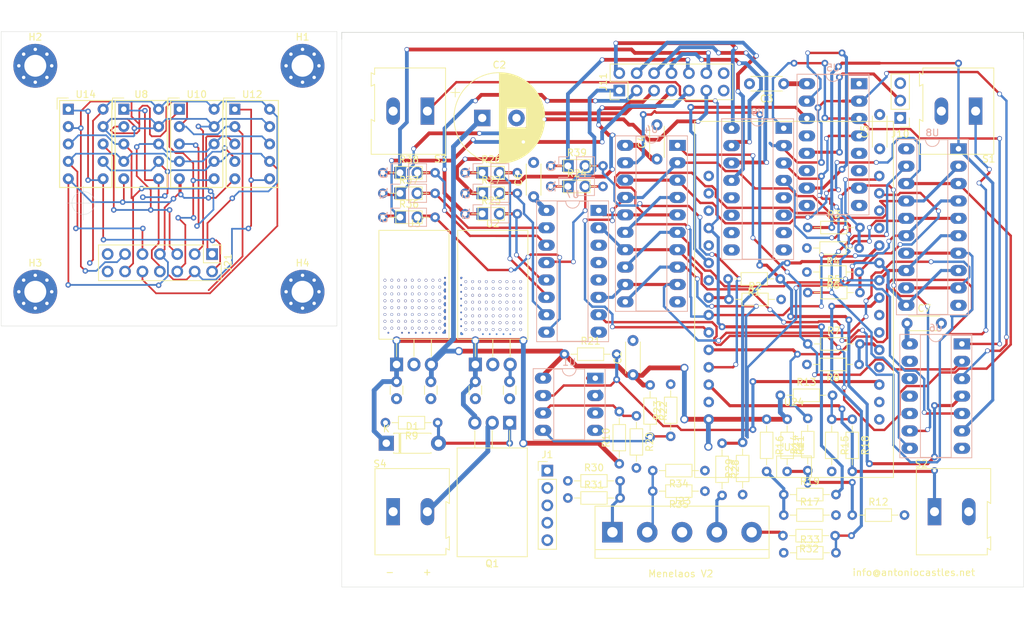
<source format=kicad_pcb>
(kicad_pcb (version 20171130) (host pcbnew 5.1.10-88a1d61d58~90~ubuntu20.04.1)
  (layers (0 F.Cu signal) (1 GND power) (2 5VP power) (31 B.Cu signal) (34 B.Paste user) (35 F.Paste user) (36 B.SilkS user) (37 F.SilkS user) (38 B.Mask user hide) (39 F.Mask user hide) (44 Edge.Cuts user))
  (net 0 "")
  (net 1 +5VL)
  (net 2 GND)
  (net 3 +12V)
  (net 4 "Net-(D1-Pad2)")
  (net 5 _a)
  (net 6 thousands)
  (net 7 _b)
  (net 8 hundreds)
  (net 9 _c)
  (net 10 tens)
  (net 11 _d)
  (net 12 ones)
  (net 13 _e)
  (net 14 _dp)
  (net 15 _f)
  (net 16 _g)
  (net 17 a)
  (net 18 b)
  (net 19 c)
  (net 20 d)
  (net 21 e)
  (net 22 f)
  (net 23 g)
  (net 24 _dpBoard)
  (net 25 blue)
  (net 26 white)
  (net 27 red)
  (net 28 yellow)
  (net 29 black)
  (net 30 "Net-(Q1-Pad2)")
  (net 31 _onesBoard)
  (net 32 _ones)
  (net 33 _tensBoard)
  (net 34 _tens)
  (net 35 _hundredsBoard)
  (net 36 _hundreds)
  (net 37 _thousandsBoard)
  (net 38 _thousands)
  (net 39 _save)
  (net 40 "Net-(R11-Pad2)")
  (net 41 "Net-(R13-Pad2)")
  (net 42 _zero)
  (net 43 "Net-(R16-Pad2)")
  (net 44 _mode)
  (net 45 _config)
  (net 46 _chA)
  (net 47 _chB)
  (net 48 _a4)
  (net 49 _a1)
  (net 50 /7-segmet-display/BCD_out4)
  (net 51 /7-segmet-display/BCD_out1)
  (net 52 _a3)
  (net 53 _a2)
  (net 54 /7-segmet-display/BCD_out3)
  (net 55 /7-segmet-display/BCD_out2)
  (net 56 _clk)
  (net 57 "Net-(U24-Pad1)")
  (net 58 "Net-(U24-Pad2)")
  (net 59 "Net-(U24-Pad3)")
  (net 60 "Net-(U24-Pad5)")
  (net 61 "Net-(U24-Pad7)")
  (net 62 +3V3)
  (net 63 "Net-(U24-Pad19)")
  (net 64 "Net-(U24-Pad21)")
  (net 65 "Net-(U24-Pad22)")
  (net 66 "Net-(U24-Pad27)")
  (net 67 "Net-(U24-Pad28)")
  (net 68 "Net-(J10-Pad2)")
  (net 69 "Net-(J11-Pad7)")
  (net 70 "Net-(J11-Pad8)")
  (net 71 "Net-(R10-Pad2)")
  (net 72 "Net-(R22-Pad2)")
  (net 73 "Net-(U1-Pad1)")
  (net 74 "Net-(U1-Pad2)")
  (net 75 "Net-(U1-Pad3)")
  (net 76 "Net-(U5-Pad1)")
  (net 77 "Net-(U5-Pad9)")
  (net 78 "Net-(U5-Pad2)")
  (net 79 "Net-(U5-Pad10)")
  (net 80 "Net-(U5-Pad3)")
  (net 81 "Net-(U5-Pad11)")
  (net 82 "Net-(U5-Pad4)")
  (net 83 "Net-(U5-Pad5)")
  (net 84 "Net-(U5-Pad6)")
  (net 85 "Net-(U5-Pad7)")
  (net 86 "Net-(U9-Pad7)")
  (net 87 "Net-(U9-Pad6)")
  (net 88 "Net-(U9-Pad5)")
  (net 89 "Net-(U9-Pad12)")
  (net 90 "Net-(U9-Pad11)")
  (net 91 "Net-(U9-Pad10)")
  (net 92 "Net-(U9-Pad9)")
  (module knownParts:PinHeader_2x07_P2.54mm_Vertical-counterclockwise (layer F.Cu) (at 108.08 91.38 270)
    (fp_text reference J21 (at 1.27 -2.33 90) (layer F.SilkS))
    (fp_text value Conn_02x07_Counter_Clockwise)
    (pad 8 thru_hole oval (at 2.54 15.24 270) (size 1.7 1.7) (drill 1) (layers *.Cu *.Mask))
    (pad 7 thru_hole oval (at 0 15.24 270) (size 1.7 1.7) (drill 1) (layers *.Cu *.Mask))
    (pad 9 thru_hole oval (at 2.54 12.7 270) (size 1.7 1.7) (drill 1) (layers *.Cu *.Mask))
    (pad 6 thru_hole oval (at 0 12.7 270) (size 1.7 1.7) (drill 1) (layers *.Cu *.Mask))
    (pad 10 thru_hole oval (at 2.54 10.16 270) (size 1.7 1.7) (drill 1) (layers *.Cu *.Mask))
    (pad 5 thru_hole oval (at 0 10.16 270) (size 1.7 1.7) (drill 1) (layers *.Cu *.Mask))
    (pad 11 thru_hole oval (at 2.54 7.62 270) (size 1.7 1.7) (drill 1) (layers *.Cu *.Mask))
    (pad 4 thru_hole oval (at 0 7.62 270) (size 1.7 1.7) (drill 1) (layers *.Cu *.Mask))
    (pad 12 thru_hole oval (at 2.54 5.08 270) (size 1.7 1.7) (drill 1) (layers *.Cu *.Mask))
    (pad 3 thru_hole oval (at 0 5.08 270) (size 1.7 1.7) (drill 1) (layers *.Cu *.Mask))
    (pad 13 thru_hole oval (at 2.54 2.54 270) (size 1.7 1.7) (drill 1) (layers *.Cu *.Mask))
    (pad 2 thru_hole oval (at 0 2.54 270) (size 1.7 1.7) (drill 1) (layers *.Cu *.Mask))
    (pad 14 thru_hole oval (at 2.54 0 270) (size 1.7 1.7) (drill 1) (layers *.Cu *.Mask))
    (pad 1 thru_hole rect (at 0 0 270) (size 1.7 1.7) (drill 1) (layers *.Cu *.Mask))
  )
  (module MountingHole:MountingHole_3.2mm_M3_Pad_Via (layer F.Cu) (at 121.28 96.88)
    (fp_text reference H4 (at 0 -4.2) (layer F.SilkS))
    (fp_text value MountingHole)
    (pad 1 thru_hole circle (at 1.697056 -1.697056) (size 0.8 0.8) (drill 0.5) (layers *.Cu *.Mask))
    (pad 1 thru_hole circle (at 0 -2.4) (size 0.8 0.8) (drill 0.5) (layers *.Cu *.Mask))
    (pad 1 thru_hole circle (at -1.697056 -1.697056) (size 0.8 0.8) (drill 0.5) (layers *.Cu *.Mask))
    (pad 1 thru_hole circle (at -2.4 0) (size 0.8 0.8) (drill 0.5) (layers *.Cu *.Mask))
    (pad 1 thru_hole circle (at -1.697056 1.697056) (size 0.8 0.8) (drill 0.5) (layers *.Cu *.Mask))
    (pad 1 thru_hole circle (at 0 2.4) (size 0.8 0.8) (drill 0.5) (layers *.Cu *.Mask))
    (pad 1 thru_hole circle (at 1.697056 1.697056) (size 0.8 0.8) (drill 0.5) (layers *.Cu *.Mask))
    (pad 1 thru_hole circle (at 2.4 0) (size 0.8 0.8) (drill 0.5) (layers *.Cu *.Mask))
    (pad 1 thru_hole circle (at 0 0) (size 6.4 6.4) (drill 3.2) (layers *.Cu *.Mask))
  )
  (module MountingHole:MountingHole_3.2mm_M3_Pad_Via (layer F.Cu) (at 82.28 63.88)
    (fp_text reference H2 (at 0 -4.2) (layer F.SilkS))
    (fp_text value MountingHole)
    (pad 1 thru_hole circle (at 1.697056 -1.697056) (size 0.8 0.8) (drill 0.5) (layers *.Cu *.Mask))
    (pad 1 thru_hole circle (at 0 -2.4) (size 0.8 0.8) (drill 0.5) (layers *.Cu *.Mask))
    (pad 1 thru_hole circle (at -1.697056 -1.697056) (size 0.8 0.8) (drill 0.5) (layers *.Cu *.Mask))
    (pad 1 thru_hole circle (at -2.4 0) (size 0.8 0.8) (drill 0.5) (layers *.Cu *.Mask))
    (pad 1 thru_hole circle (at -1.697056 1.697056) (size 0.8 0.8) (drill 0.5) (layers *.Cu *.Mask))
    (pad 1 thru_hole circle (at 0 2.4) (size 0.8 0.8) (drill 0.5) (layers *.Cu *.Mask))
    (pad 1 thru_hole circle (at 1.697056 1.697056) (size 0.8 0.8) (drill 0.5) (layers *.Cu *.Mask))
    (pad 1 thru_hole circle (at 2.4 0) (size 0.8 0.8) (drill 0.5) (layers *.Cu *.Mask))
    (pad 1 thru_hole circle (at 0 0) (size 6.4 6.4) (drill 3.2) (layers *.Cu *.Mask))
  )
  (module MountingHole:MountingHole_3.2mm_M3_Pad_Via (layer F.Cu) (at 121.28 63.88)
    (fp_text reference H1 (at 0 -4.2) (layer F.SilkS))
    (fp_text value MountingHole)
    (pad 1 thru_hole circle (at 1.697056 -1.697056) (size 0.8 0.8) (drill 0.5) (layers *.Cu *.Mask))
    (pad 1 thru_hole circle (at 0 -2.4) (size 0.8 0.8) (drill 0.5) (layers *.Cu *.Mask))
    (pad 1 thru_hole circle (at -1.697056 -1.697056) (size 0.8 0.8) (drill 0.5) (layers *.Cu *.Mask))
    (pad 1 thru_hole circle (at -2.4 0) (size 0.8 0.8) (drill 0.5) (layers *.Cu *.Mask))
    (pad 1 thru_hole circle (at -1.697056 1.697056) (size 0.8 0.8) (drill 0.5) (layers *.Cu *.Mask))
    (pad 1 thru_hole circle (at 0 2.4) (size 0.8 0.8) (drill 0.5) (layers *.Cu *.Mask))
    (pad 1 thru_hole circle (at 1.697056 1.697056) (size 0.8 0.8) (drill 0.5) (layers *.Cu *.Mask))
    (pad 1 thru_hole circle (at 2.4 0) (size 0.8 0.8) (drill 0.5) (layers *.Cu *.Mask))
    (pad 1 thru_hole circle (at 0 0) (size 6.4 6.4) (drill 3.2) (layers *.Cu *.Mask))
  )
  (module MountingHole:MountingHole_3.2mm_M3_Pad_Via (layer F.Cu) (at 82.28 96.88)
    (fp_text reference H3 (at 0 -4.2) (layer F.SilkS))
    (fp_text value MountingHole)
    (pad 1 thru_hole circle (at 1.697056 -1.697056) (size 0.8 0.8) (drill 0.5) (layers *.Cu *.Mask))
    (pad 1 thru_hole circle (at 0 -2.4) (size 0.8 0.8) (drill 0.5) (layers *.Cu *.Mask))
    (pad 1 thru_hole circle (at -1.697056 -1.697056) (size 0.8 0.8) (drill 0.5) (layers *.Cu *.Mask))
    (pad 1 thru_hole circle (at -2.4 0) (size 0.8 0.8) (drill 0.5) (layers *.Cu *.Mask))
    (pad 1 thru_hole circle (at -1.697056 1.697056) (size 0.8 0.8) (drill 0.5) (layers *.Cu *.Mask))
    (pad 1 thru_hole circle (at 0 2.4) (size 0.8 0.8) (drill 0.5) (layers *.Cu *.Mask))
    (pad 1 thru_hole circle (at 1.697056 1.697056) (size 0.8 0.8) (drill 0.5) (layers *.Cu *.Mask))
    (pad 1 thru_hole circle (at 2.4 0) (size 0.8 0.8) (drill 0.5) (layers *.Cu *.Mask))
    (pad 1 thru_hole circle (at 0 0) (size 6.4 6.4) (drill 3.2) (layers *.Cu *.Mask))
  )
  (module Display_7Segment:HDSP-A151 (layer F.Cu) (at 87.1 70.22)
    (fp_text reference U14 (at 2.54 -2.159) (layer F.SilkS))
    (fp_text value HDSP-7503)
    (pad 10 thru_hole circle (at 5.08 0) (size 1.6 1.6) (drill 0.8) (layers *.Cu *.Mask))
    (pad 9 thru_hole circle (at 5.08 2.54) (size 1.6 1.6) (drill 0.8) (layers *.Cu *.Mask))
    (pad 8 thru_hole circle (at 5.08 5.08) (size 1.6 1.6) (drill 0.8) (layers *.Cu *.Mask))
    (pad 7 thru_hole circle (at 5.08 7.62) (size 1.6 1.6) (drill 0.8) (layers *.Cu *.Mask))
    (pad 6 thru_hole circle (at 5.08 10.16) (size 1.6 1.6) (drill 0.8) (layers *.Cu *.Mask))
    (pad 5 thru_hole circle (at 0 10.16) (size 1.6 1.6) (drill 0.8) (layers *.Cu *.Mask))
    (pad 4 thru_hole circle (at 0 7.62) (size 1.6 1.6) (drill 0.8) (layers *.Cu *.Mask))
    (pad 3 thru_hole circle (at 0 5.08) (size 1.6 1.6) (drill 0.8) (layers *.Cu *.Mask))
    (pad 2 thru_hole circle (at 0 2.54) (size 1.6 1.6) (drill 0.8) (layers *.Cu *.Mask))
    (pad 1 thru_hole rect (at 0 0) (size 1.6 1.6) (drill 0.8) (layers *.Cu *.Mask))
  )
  (module Display_7Segment:HDSP-A151 (layer F.Cu) (at 111.4 70.22)
    (fp_text reference U12 (at 2.54 -2.159) (layer F.SilkS))
    (fp_text value HDSP-7503)
    (pad 1 thru_hole rect (at 0 0) (size 1.6 1.6) (drill 0.8) (layers *.Cu *.Mask))
    (pad 2 thru_hole circle (at 0 2.54) (size 1.6 1.6) (drill 0.8) (layers *.Cu *.Mask))
    (pad 3 thru_hole circle (at 0 5.08) (size 1.6 1.6) (drill 0.8) (layers *.Cu *.Mask))
    (pad 4 thru_hole circle (at 0 7.62) (size 1.6 1.6) (drill 0.8) (layers *.Cu *.Mask))
    (pad 5 thru_hole circle (at 0 10.16) (size 1.6 1.6) (drill 0.8) (layers *.Cu *.Mask))
    (pad 6 thru_hole circle (at 5.08 10.16) (size 1.6 1.6) (drill 0.8) (layers *.Cu *.Mask))
    (pad 7 thru_hole circle (at 5.08 7.62) (size 1.6 1.6) (drill 0.8) (layers *.Cu *.Mask))
    (pad 8 thru_hole circle (at 5.08 5.08) (size 1.6 1.6) (drill 0.8) (layers *.Cu *.Mask))
    (pad 9 thru_hole circle (at 5.08 2.54) (size 1.6 1.6) (drill 0.8) (layers *.Cu *.Mask))
    (pad 10 thru_hole circle (at 5.08 0) (size 1.6 1.6) (drill 0.8) (layers *.Cu *.Mask))
  )
  (module Display_7Segment:HDSP-A151 (layer F.Cu) (at 103.3 70.22)
    (fp_text reference U10 (at 2.54 -2.159) (layer F.SilkS))
    (fp_text value HDSP-7503)
    (pad 10 thru_hole circle (at 5.08 0) (size 1.6 1.6) (drill 0.8) (layers *.Cu *.Mask))
    (pad 9 thru_hole circle (at 5.08 2.54) (size 1.6 1.6) (drill 0.8) (layers *.Cu *.Mask))
    (pad 8 thru_hole circle (at 5.08 5.08) (size 1.6 1.6) (drill 0.8) (layers *.Cu *.Mask))
    (pad 7 thru_hole circle (at 5.08 7.62) (size 1.6 1.6) (drill 0.8) (layers *.Cu *.Mask))
    (pad 6 thru_hole circle (at 5.08 10.16) (size 1.6 1.6) (drill 0.8) (layers *.Cu *.Mask))
    (pad 5 thru_hole circle (at 0 10.16) (size 1.6 1.6) (drill 0.8) (layers *.Cu *.Mask))
    (pad 4 thru_hole circle (at 0 7.62) (size 1.6 1.6) (drill 0.8) (layers *.Cu *.Mask))
    (pad 3 thru_hole circle (at 0 5.08) (size 1.6 1.6) (drill 0.8) (layers *.Cu *.Mask))
    (pad 2 thru_hole circle (at 0 2.54) (size 1.6 1.6) (drill 0.8) (layers *.Cu *.Mask))
    (pad 1 thru_hole rect (at 0 0) (size 1.6 1.6) (drill 0.8) (layers *.Cu *.Mask))
  )
  (module Display_7Segment:HDSP-A151 (layer F.Cu) (at 95.2 70.22)
    (fp_text reference U8 (at 2.54 -2.159) (layer F.SilkS))
    (fp_text value HDSP-7503)
    (pad 1 thru_hole rect (at 0 0) (size 1.6 1.6) (drill 0.8) (layers *.Cu *.Mask))
    (pad 2 thru_hole circle (at 0 2.54) (size 1.6 1.6) (drill 0.8) (layers *.Cu *.Mask))
    (pad 3 thru_hole circle (at 0 5.08) (size 1.6 1.6) (drill 0.8) (layers *.Cu *.Mask))
    (pad 4 thru_hole circle (at 0 7.62) (size 1.6 1.6) (drill 0.8) (layers *.Cu *.Mask))
    (pad 5 thru_hole circle (at 0 10.16) (size 1.6 1.6) (drill 0.8) (layers *.Cu *.Mask))
    (pad 6 thru_hole circle (at 5.08 10.16) (size 1.6 1.6) (drill 0.8) (layers *.Cu *.Mask))
    (pad 7 thru_hole circle (at 5.08 7.62) (size 1.6 1.6) (drill 0.8) (layers *.Cu *.Mask))
    (pad 8 thru_hole circle (at 5.08 5.08) (size 1.6 1.6) (drill 0.8) (layers *.Cu *.Mask))
    (pad 9 thru_hole circle (at 5.08 2.54) (size 1.6 1.6) (drill 0.8) (layers *.Cu *.Mask))
    (pad 10 thru_hole circle (at 5.08 0) (size 1.6 1.6) (drill 0.8) (layers *.Cu *.Mask))
  )
  (module Capacitor_THT:CP_Radial_D13.0mm_P5.00mm (layer F.Cu) (at 147.5 71.5)
    (fp_text reference C2 (at 2.5 -7.75) (layer F.SilkS))
    (fp_text value CP1)
    (pad 1 thru_hole rect (at 0 0) (size 2.4 2.4) (drill 1.2) (layers *.Cu *.Mask) (net 1 +5VL))
    (pad 2 thru_hole circle (at 5 0) (size 2.4 2.4) (drill 1.2) (layers *.Cu *.Mask) (net 2 GND))
  )
  (module Diode_THT:D_DO-41_SOD81_P7.62mm_Horizontal (layer F.Cu) (at 133.5 119)
    (fp_text reference D1 (at 3.81 -2.47) (layer F.SilkS))
    (fp_text value D_Zener-10V)
    (fp_text user K (at 0 -2.1) (layer F.SilkS))
    (pad 1 thru_hole rect (at 0 0) (size 2.2 2.2) (drill 1.1) (layers *.Cu *.Mask) (net 3 +12V))
    (pad 2 thru_hole oval (at 7.62 0) (size 2.2 2.2) (drill 1.1) (layers *.Cu *.Mask) (net 4 "Net-(D1-Pad2)"))
  )
  (module Connector_PinHeader_2.54mm:PinHeader_1x05_P2.54mm_Vertical (layer F.Cu) (at 157 123)
    (fp_text reference J1 (at 0 -2.33) (layer F.SilkS))
    (fp_text value Conn_01x05_Male)
    (pad 1 thru_hole rect (at 0 0) (size 1.7 1.7) (drill 1) (layers *.Cu *.Mask) (net 2 GND))
    (pad 2 thru_hole oval (at 0 2.54) (size 1.7 1.7) (drill 1) (layers *.Cu *.Mask) (net 2 GND))
    (pad 3 thru_hole oval (at 0 5.08) (size 1.7 1.7) (drill 1) (layers *.Cu *.Mask) (net 2 GND))
    (pad 4 thru_hole oval (at 0 7.62) (size 1.7 1.7) (drill 1) (layers *.Cu *.Mask) (net 2 GND))
    (pad 5 thru_hole oval (at 0 10.16) (size 1.7 1.7) (drill 1) (layers *.Cu *.Mask) (net 2 GND))
  )
  (module Connector_PinHeader_2.54mm:PinHeader_1x02_P2.54mm_Vertical (layer B.Cu) (at 160 81.5 270)
    (fp_text reference J2 (at 0 2.33 270) (layer B.SilkS) (effects (justify mirror)))
    (fp_text value Conn_01x02_Male)
    (pad 2 thru_hole oval (at 0 -2.54 270) (size 1.7 1.7) (drill 1) (layers *.Cu *.Mask) (net 17 a))
    (pad 1 thru_hole rect (at 0 0 270) (size 1.7 1.7) (drill 1) (layers *.Cu *.Mask) (net 5 _a))
  )
  (module Connector_PinHeader_2.54mm:PinHeader_1x02_P2.54mm_Vertical (layer B.Cu) (at 147.5 85.5 270)
    (fp_text reference J3 (at 0 2.33 270) (layer B.SilkS) (effects (justify mirror)))
    (fp_text value Conn_01x02_Male)
    (pad 1 thru_hole rect (at 0 0 270) (size 1.7 1.7) (drill 1) (layers *.Cu *.Mask) (net 7 _b))
    (pad 2 thru_hole oval (at 0 -2.54 270) (size 1.7 1.7) (drill 1) (layers *.Cu *.Mask) (net 18 b))
  )
  (module Connector_PinHeader_2.54mm:PinHeader_1x02_P2.54mm_Vertical (layer B.Cu) (at 147.5 79.5 270)
    (fp_text reference J4 (at 0 2.33 270) (layer B.SilkS) (effects (justify mirror)))
    (fp_text value Conn_01x02_Male)
    (pad 2 thru_hole oval (at 0 -2.54 270) (size 1.7 1.7) (drill 1) (layers *.Cu *.Mask) (net 19 c))
    (pad 1 thru_hole rect (at 0 0 270) (size 1.7 1.7) (drill 1) (layers *.Cu *.Mask) (net 9 _c))
  )
  (module Connector_PinHeader_2.54mm:PinHeader_1x02_P2.54mm_Vertical (layer B.Cu) (at 147.5 82.5 270)
    (fp_text reference J5 (at 0 2.33 90) (layer B.SilkS) (effects (justify mirror)))
    (fp_text value Conn_01x02_Male)
    (pad 1 thru_hole rect (at 0 0 270) (size 1.7 1.7) (drill 1) (layers *.Cu *.Mask) (net 11 _d))
    (pad 2 thru_hole oval (at 0 -2.54 270) (size 1.7 1.7) (drill 1) (layers *.Cu *.Mask) (net 20 d))
  )
  (module Connector_PinHeader_2.54mm:PinHeader_1x02_P2.54mm_Vertical (layer B.Cu) (at 135.5 86 270)
    (fp_text reference J6 (at 0 2.33 270) (layer B.SilkS) (effects (justify mirror)))
    (fp_text value Conn_01x02_Male hide)
    (pad 2 thru_hole oval (at 0 -2.54 270) (size 1.7 1.7) (drill 1) (layers *.Cu *.Mask) (net 21 e))
    (pad 1 thru_hole rect (at 0 0 270) (size 1.7 1.7) (drill 1) (layers *.Cu *.Mask) (net 13 _e))
  )
  (module Connector_PinHeader_2.54mm:PinHeader_1x02_P2.54mm_Vertical (layer B.Cu) (at 135.5 82.5 270)
    (fp_text reference J7 (at 0 2.33 270) (layer B.SilkS) (effects (justify mirror)))
    (fp_text value Conn_01x02_Male hide)
    (pad 1 thru_hole rect (at 0 0 270) (size 1.7 1.7) (drill 1) (layers *.Cu *.Mask) (net 15 _f))
    (pad 2 thru_hole oval (at 0 -2.54 270) (size 1.7 1.7) (drill 1) (layers *.Cu *.Mask) (net 22 f))
  )
  (module Connector_PinHeader_2.54mm:PinHeader_1x02_P2.54mm_Vertical (layer B.Cu) (at 135.5 79.5 270)
    (fp_text reference J8 (at 0 2.33 90) (layer B.SilkS) (effects (justify mirror)))
    (fp_text value Conn_01x02_Male hide)
    (pad 1 thru_hole rect (at 0 0 270) (size 1.7 1.7) (drill 1) (layers *.Cu *.Mask) (net 16 _g))
    (pad 2 thru_hole oval (at 0 -2.54 270) (size 1.7 1.7) (drill 1) (layers *.Cu *.Mask) (net 23 g))
  )
  (module Connector_PinHeader_2.54mm:PinHeader_1x02_P2.54mm_Vertical (layer B.Cu) (at 160 78.5 270)
    (fp_text reference J9 (at 0 2.33 270) (layer B.SilkS) (effects (justify mirror)))
    (fp_text value Conn_01x02_Male)
    (pad 2 thru_hole oval (at 0 -2.54 270) (size 1.7 1.7) (drill 1) (layers *.Cu *.Mask) (net 24 _dpBoard))
    (pad 1 thru_hole rect (at 0 0 270) (size 1.7 1.7) (drill 1) (layers *.Cu *.Mask) (net 14 _dp))
  )
  (module Connector_PinHeader_2.54mm:PinHeader_1x03_P2.54mm_Vertical (layer F.Cu) (at 208.5 71.5 180)
    (fp_text reference J10 (at 0 -2.33) (layer F.SilkS))
    (fp_text value Conn_01x03_Male)
    (pad 1 thru_hole rect (at 0 0 180) (size 1.7 1.7) (drill 1) (layers *.Cu *.Mask) (net 25 blue))
    (pad 2 thru_hole oval (at 0 2.54 180) (size 1.7 1.7) (drill 1) (layers *.Cu *.Mask) (net 68 "Net-(J10-Pad2)"))
    (pad 3 thru_hole oval (at 0 5.08 180) (size 1.7 1.7) (drill 1) (layers *.Cu *.Mask) (net 2 GND))
  )
  (module knownParts:PinHeader_2x07_P2.54mm_Vertical-counterclockwise (layer F.Cu) (at 167.5 67.5 90)
    (fp_text reference J11 (at 1.27 -2.33 90) (layer F.SilkS))
    (fp_text value Conn_02x07_Counter_Clockwise)
    (pad 1 thru_hole rect (at 0 0 90) (size 1.7 1.7) (drill 1) (layers *.Cu *.Mask) (net 5 _a))
    (pad 14 thru_hole oval (at 2.54 0 90) (size 1.7 1.7) (drill 1) (layers *.Cu *.Mask) (net 6 thousands))
    (pad 2 thru_hole oval (at 0 2.54 90) (size 1.7 1.7) (drill 1) (layers *.Cu *.Mask) (net 7 _b))
    (pad 13 thru_hole oval (at 2.54 2.54 90) (size 1.7 1.7) (drill 1) (layers *.Cu *.Mask) (net 8 hundreds))
    (pad 3 thru_hole oval (at 0 5.08 90) (size 1.7 1.7) (drill 1) (layers *.Cu *.Mask) (net 9 _c))
    (pad 12 thru_hole oval (at 2.54 5.08 90) (size 1.7 1.7) (drill 1) (layers *.Cu *.Mask) (net 10 tens))
    (pad 4 thru_hole oval (at 0 7.62 90) (size 1.7 1.7) (drill 1) (layers *.Cu *.Mask) (net 11 _d))
    (pad 11 thru_hole oval (at 2.54 7.62 90) (size 1.7 1.7) (drill 1) (layers *.Cu *.Mask) (net 12 ones))
    (pad 5 thru_hole oval (at 0 10.16 90) (size 1.7 1.7) (drill 1) (layers *.Cu *.Mask) (net 13 _e))
    (pad 10 thru_hole oval (at 2.54 10.16 90) (size 1.7 1.7) (drill 1) (layers *.Cu *.Mask) (net 14 _dp))
    (pad 6 thru_hole oval (at 0 12.7 90) (size 1.7 1.7) (drill 1) (layers *.Cu *.Mask) (net 15 _f))
    (pad 9 thru_hole oval (at 2.54 12.7 90) (size 1.7 1.7) (drill 1) (layers *.Cu *.Mask) (net 16 _g))
    (pad 7 thru_hole oval (at 0 15.24 90) (size 1.7 1.7) (drill 1) (layers *.Cu *.Mask) (net 69 "Net-(J11-Pad7)"))
    (pad 8 thru_hole oval (at 2.54 15.24 90) (size 1.7 1.7) (drill 1) (layers *.Cu *.Mask) (net 70 "Net-(J11-Pad8)"))
  )
  (module TerminalBlock:TerminalBlock_bornier-5_P5.08mm (layer F.Cu) (at 166.5 132)
    (fp_text reference J23 (at 10.15 -4.55) (layer F.SilkS))
    (fp_text value DIN-5-TerminalBlock)
    (pad 2 thru_hole circle (at 5.08 0) (size 3 3) (drill 1.52) (layers *.Cu *.Mask) (net 26 white))
    (pad 3 thru_hole circle (at 10.16 0) (size 3 3) (drill 1.52) (layers *.Cu *.Mask) (net 25 blue))
    (pad 1 thru_hole rect (at 0 0) (size 3 3) (drill 1.52) (layers *.Cu *.Mask) (net 27 red))
    (pad 4 thru_hole circle (at 15.24 0) (size 3 3) (drill 1.52) (layers *.Cu *.Mask) (net 28 yellow))
    (pad 5 thru_hole circle (at 20.32 0) (size 3 3) (drill 1.52) (layers *.Cu *.Mask) (net 29 black))
  )
  (module Capacitor_THT:C_Disc_D3.0mm_W1.6mm_P2.50mm (layer F.Cu) (at 146.5 110 270)
    (fp_text reference Murata-Ceramic-Capacitor-50v1-22uF1 hide)
    (fp_text value C)
    (pad 2 thru_hole circle (at 2.5 0 270) (size 1.6 1.6) (drill 0.8) (layers *.Cu *.Mask) (net 2 GND))
    (pad 1 thru_hole circle (at 0 0 270) (size 1.6 1.6) (drill 0.8) (layers *.Cu *.Mask) (net 3 +12V))
  )
  (module Capacitor_THT:C_Disc_D3.0mm_W1.6mm_P2.50mm (layer F.Cu) (at 135 110 270)
    (fp_text reference Murata-Ceramic-Capacitor-50v1-22uF2 hide)
    (fp_text value C)
    (pad 1 thru_hole circle (at 0 0 270) (size 1.6 1.6) (drill 0.8) (layers *.Cu *.Mask) (net 3 +12V))
    (pad 2 thru_hole circle (at 2.5 0 270) (size 1.6 1.6) (drill 0.8) (layers *.Cu *.Mask) (net 2 GND))
  )
  (module Capacitor_THT:C_Disc_D3.0mm_W1.6mm_P2.50mm (layer F.Cu) (at 151.5 110 270)
    (fp_text reference Murata-Ceramic-Capacitor-50v1-22uF3 hide)
    (fp_text value C)
    (pad 1 thru_hole circle (at 0 0 270) (size 1.6 1.6) (drill 0.8) (layers *.Cu *.Mask) (net 25 blue))
    (pad 2 thru_hole circle (at 2.5 0 270) (size 1.6 1.6) (drill 0.8) (layers *.Cu *.Mask) (net 2 GND))
  )
  (module Capacitor_THT:C_Disc_D3.0mm_W1.6mm_P2.50mm (layer F.Cu) (at 140 110 270)
    (fp_text reference Murata-Ceramic-Capacitor-50v1-22uF4 hide)
    (fp_text value C)
    (pad 2 thru_hole circle (at 2.5 0 270) (size 1.6 1.6) (drill 0.8) (layers *.Cu *.Mask) (net 2 GND))
    (pad 1 thru_hole circle (at 0 0 270) (size 1.6 1.6) (drill 0.8) (layers *.Cu *.Mask) (net 1 +5VL))
  )
  (module Package_TO_SOT_THT:TO-220-3_Horizontal_TabDown (layer F.Cu) (at 151.5 116 180)
    (fp_text reference Q1 (at 2.54 -20.58) (layer F.SilkS))
    (fp_text value IRF5305-Reverse-Polarity hide)
    (pad "" np_thru_hole oval (at 2.54 -16.66 180) (size 3.5 3.5) (drill 3.5) (layers *.Cu *.Mask))
    (pad 1 thru_hole rect (at 0 0 180) (size 1.905 2) (drill 1.1) (layers *.Cu *.Mask) (net 4 "Net-(D1-Pad2)"))
    (pad 2 thru_hole oval (at 2.54 0 180) (size 1.905 2) (drill 1.1) (layers *.Cu *.Mask) (net 30 "Net-(Q1-Pad2)"))
    (pad 3 thru_hole oval (at 5.08 0 180) (size 1.905 2) (drill 1.1) (layers *.Cu *.Mask) (net 3 +12V))
  )
  (module Resistor_THT:R_Axial_DIN0204_L3.6mm_D1.6mm_P7.62mm_Horizontal (layer F.Cu) (at 191 95 180)
    (fp_text reference R1 (at 3.81 -1.92) (layer F.SilkS))
    (fp_text value 5K)
    (pad 2 thru_hole oval (at 7.62 0 180) (size 1.4 1.4) (drill 0.7) (layers *.Cu *.Mask) (net 31 _onesBoard))
    (pad 1 thru_hole circle (at 0 0 180) (size 1.4 1.4) (drill 0.7) (layers *.Cu *.Mask) (net 32 _ones))
  )
  (module Resistor_THT:R_Axial_DIN0204_L3.6mm_D1.6mm_P7.62mm_Horizontal (layer F.Cu) (at 183.5 98)
    (fp_text reference R2 (at 3.81 -1.92) (layer F.SilkS))
    (fp_text value 10K)
    (pad 1 thru_hole circle (at 0 0) (size 1.4 1.4) (drill 0.7) (layers *.Cu *.Mask) (net 31 _onesBoard))
    (pad 2 thru_hole oval (at 7.62 0) (size 1.4 1.4) (drill 0.7) (layers *.Cu *.Mask) (net 2 GND))
  )
  (module Resistor_THT:R_Axial_DIN0204_L3.6mm_D1.6mm_P7.62mm_Horizontal (layer F.Cu) (at 195 87.5)
    (fp_text reference R3 (at 3.81 -1.92) (layer F.SilkS))
    (fp_text value 5K)
    (pad 2 thru_hole oval (at 7.62 0) (size 1.4 1.4) (drill 0.7) (layers *.Cu *.Mask) (net 33 _tensBoard))
    (pad 1 thru_hole circle (at 0 0) (size 1.4 1.4) (drill 0.7) (layers *.Cu *.Mask) (net 34 _tens))
  )
  (module Resistor_THT:R_Axial_DIN0204_L3.6mm_D1.6mm_P7.62mm_Horizontal (layer F.Cu) (at 202.5 90.5 180)
    (fp_text reference R4 (at 3.81 -1.92) (layer F.SilkS))
    (fp_text value 10K)
    (pad 1 thru_hole circle (at 0 0 180) (size 1.4 1.4) (drill 0.7) (layers *.Cu *.Mask) (net 33 _tensBoard))
    (pad 2 thru_hole oval (at 7.62 0 180) (size 1.4 1.4) (drill 0.7) (layers *.Cu *.Mask) (net 2 GND))
  )
  (module Resistor_THT:R_Axial_DIN0204_L3.6mm_D1.6mm_P7.62mm_Horizontal (layer F.Cu) (at 195 97)
    (fp_text reference R5 (at 3.81 -1.92) (layer F.SilkS))
    (fp_text value 5K)
    (pad 2 thru_hole oval (at 7.62 0) (size 1.4 1.4) (drill 0.7) (layers *.Cu *.Mask) (net 35 _hundredsBoard))
    (pad 1 thru_hole circle (at 0 0) (size 1.4 1.4) (drill 0.7) (layers *.Cu *.Mask) (net 36 _hundreds))
  )
  (module Resistor_THT:R_Axial_DIN0204_L3.6mm_D1.6mm_P7.62mm_Horizontal (layer F.Cu) (at 202.5 94 180)
    (fp_text reference R6 (at 3.81 -1.92) (layer F.SilkS))
    (fp_text value 10K)
    (pad 1 thru_hole circle (at 0 0 180) (size 1.4 1.4) (drill 0.7) (layers *.Cu *.Mask) (net 35 _hundredsBoard))
    (pad 2 thru_hole oval (at 7.62 0 180) (size 1.4 1.4) (drill 0.7) (layers *.Cu *.Mask) (net 2 GND))
  )
  (module Resistor_THT:R_Axial_DIN0204_L3.6mm_D1.6mm_P7.62mm_Horizontal (layer F.Cu) (at 195 104.5)
    (fp_text reference R7 (at 3.81 -1.92) (layer F.SilkS))
    (fp_text value 5K)
    (pad 2 thru_hole oval (at 7.62 0) (size 1.4 1.4) (drill 0.7) (layers *.Cu *.Mask) (net 37 _thousandsBoard))
    (pad 1 thru_hole circle (at 0 0) (size 1.4 1.4) (drill 0.7) (layers *.Cu *.Mask) (net 38 _thousands))
  )
  (module Resistor_THT:R_Axial_DIN0204_L3.6mm_D1.6mm_P7.62mm_Horizontal (layer F.Cu) (at 202.5 107.5 180)
    (fp_text reference R8 (at 3.81 -1.92) (layer F.SilkS))
    (fp_text value 10K)
    (pad 1 thru_hole circle (at 0 0 180) (size 1.4 1.4) (drill 0.7) (layers *.Cu *.Mask) (net 37 _thousandsBoard))
    (pad 2 thru_hole oval (at 7.62 0 180) (size 1.4 1.4) (drill 0.7) (layers *.Cu *.Mask) (net 2 GND))
  )
  (module Resistor_THT:R_Axial_DIN0204_L3.6mm_D1.6mm_P7.62mm_Horizontal (layer F.Cu) (at 141 116 180)
    (fp_text reference R9 (at 3.81 -1.92) (layer F.SilkS))
    (fp_text value 100K)
    (pad 2 thru_hole oval (at 7.62 0 180) (size 1.4 1.4) (drill 0.7) (layers *.Cu *.Mask) (net 2 GND))
    (pad 1 thru_hole circle (at 0 0 180) (size 1.4 1.4) (drill 0.7) (layers *.Cu *.Mask) (net 4 "Net-(D1-Pad2)"))
  )
  (module Resistor_THT:R_Axial_DIN0204_L3.6mm_D1.6mm_P7.62mm_Horizontal (layer F.Cu) (at 159.5 106)
    (fp_text reference R21 (at 3.81 -1.92) (layer F.SilkS))
    (fp_text value R)
    (pad 1 thru_hole circle (at 0 0) (size 1.4 1.4) (drill 0.7) (layers *.Cu *.Mask) (net 1 +5VL))
    (pad 2 thru_hole oval (at 7.62 0) (size 1.4 1.4) (drill 0.7) (layers *.Cu *.Mask) (net 39 _save))
  )
  (module Resistor_THT:R_Axial_DIN0204_L3.6mm_D1.6mm_P7.62mm_Horizontal (layer F.Cu) (at 192 115.5 270)
    (fp_text reference R11 (at 3.81 -1.92 90) (layer F.SilkS))
    (fp_text value 5K)
    (pad 2 thru_hole oval (at 7.62 0 270) (size 1.4 1.4) (drill 0.7) (layers *.Cu *.Mask) (net 40 "Net-(R11-Pad2)"))
    (pad 1 thru_hole circle (at 0 0 270) (size 1.4 1.4) (drill 0.7) (layers *.Cu *.Mask) (net 1 +5VL))
  )
  (module Resistor_THT:R_Axial_DIN0204_L3.6mm_D1.6mm_P7.62mm_Horizontal (layer F.Cu) (at 201.5 129.5)
    (fp_text reference R12 (at 3.81 -1.92) (layer F.SilkS))
    (fp_text value 10K)
    (pad 1 thru_hole circle (at 0 0) (size 1.4 1.4) (drill 0.7) (layers *.Cu *.Mask) (net 40 "Net-(R11-Pad2)"))
    (pad 2 thru_hole oval (at 7.62 0) (size 1.4 1.4) (drill 0.7) (layers *.Cu *.Mask) (net 2 GND))
  )
  (module Resistor_THT:R_Axial_DIN0204_L3.6mm_D1.6mm_P7.62mm_Horizontal (layer F.Cu) (at 191 112)
    (fp_text reference R13 (at 3.81 -1.92) (layer F.SilkS))
    (fp_text value 5K)
    (pad 1 thru_hole circle (at 0 0) (size 1.4 1.4) (drill 0.7) (layers *.Cu *.Mask) (net 1 +5VL))
    (pad 2 thru_hole oval (at 7.62 0) (size 1.4 1.4) (drill 0.7) (layers *.Cu *.Mask) (net 41 "Net-(R13-Pad2)"))
  )
  (module Resistor_THT:R_Axial_DIN0204_L3.6mm_D1.6mm_P7.62mm_Horizontal (layer F.Cu) (at 195 123 90)
    (fp_text reference R14 (at 3.81 -1.92 90) (layer F.SilkS))
    (fp_text value 10K)
    (pad 1 thru_hole circle (at 0 0 90) (size 1.4 1.4) (drill 0.7) (layers *.Cu *.Mask) (net 40 "Net-(R11-Pad2)"))
    (pad 2 thru_hole oval (at 7.62 0 90) (size 1.4 1.4) (drill 0.7) (layers *.Cu *.Mask) (net 42 _zero))
  )
  (module Resistor_THT:R_Axial_DIN0204_L3.6mm_D1.6mm_P7.62mm_Horizontal (layer F.Cu) (at 198.5 115.5 270)
    (fp_text reference R15 (at 3.81 -1.92 90) (layer F.SilkS))
    (fp_text value 10K)
    (pad 2 thru_hole oval (at 7.62 0 270) (size 1.4 1.4) (drill 0.7) (layers *.Cu *.Mask) (net 2 GND))
    (pad 1 thru_hole circle (at 0 0 270) (size 1.4 1.4) (drill 0.7) (layers *.Cu *.Mask) (net 41 "Net-(R13-Pad2)"))
  )
  (module Resistor_THT:R_Axial_DIN0204_L3.6mm_D1.6mm_P7.62mm_Horizontal (layer F.Cu) (at 189 115.5 270)
    (fp_text reference R16 (at 3.81 -1.92 90) (layer F.SilkS))
    (fp_text value 5K)
    (pad 2 thru_hole oval (at 7.62 0 270) (size 1.4 1.4) (drill 0.7) (layers *.Cu *.Mask) (net 43 "Net-(R16-Pad2)"))
    (pad 1 thru_hole circle (at 0 0 270) (size 1.4 1.4) (drill 0.7) (layers *.Cu *.Mask) (net 1 +5VL))
  )
  (module Resistor_THT:R_Axial_DIN0204_L3.6mm_D1.6mm_P7.62mm_Horizontal (layer F.Cu) (at 191.5 129.5)
    (fp_text reference R17 (at 3.81 -1.92) (layer F.SilkS))
    (fp_text value 10K)
    (pad 1 thru_hole circle (at 0 0) (size 1.4 1.4) (drill 0.7) (layers *.Cu *.Mask) (net 43 "Net-(R16-Pad2)"))
    (pad 2 thru_hole oval (at 7.62 0) (size 1.4 1.4) (drill 0.7) (layers *.Cu *.Mask) (net 2 GND))
  )
  (module Resistor_THT:R_Axial_DIN0204_L3.6mm_D1.6mm_P7.62mm_Horizontal (layer F.Cu) (at 201.5 115.5 270)
    (fp_text reference R18 (at 3.81 -1.92 90) (layer F.SilkS))
    (fp_text value 10K)
    (pad 2 thru_hole oval (at 7.62 0 270) (size 1.4 1.4) (drill 0.7) (layers *.Cu *.Mask) (net 44 _mode))
    (pad 1 thru_hole circle (at 0 0 270) (size 1.4 1.4) (drill 0.7) (layers *.Cu *.Mask) (net 41 "Net-(R13-Pad2)"))
  )
  (module Resistor_THT:R_Axial_DIN0204_L3.6mm_D1.6mm_P7.62mm_Horizontal (layer F.Cu) (at 191.5 126.5)
    (fp_text reference R19 (at 3.81 -1.92) (layer F.SilkS))
    (fp_text value 10K)
    (pad 1 thru_hole circle (at 0 0) (size 1.4 1.4) (drill 0.7) (layers *.Cu *.Mask) (net 43 "Net-(R16-Pad2)"))
    (pad 2 thru_hole oval (at 7.62 0) (size 1.4 1.4) (drill 0.7) (layers *.Cu *.Mask) (net 45 _config))
  )
  (module TerminalBlock:TerminalBlock_Altech_AK300-2_P5.00mm (layer F.Cu) (at 219.5 70.5 180)
    (fp_text reference S1 (at -1.92 -6.99) (layer F.SilkS))
    (fp_text value Generic-Switch)
    (pad 1 thru_hole rect (at 0 0 180) (size 1.98 3.96) (drill 1.32) (layers *.Cu *.Mask) (net 42 _zero))
    (pad 2 thru_hole oval (at 5 0 180) (size 1.98 3.96) (drill 1.32) (layers *.Cu *.Mask) (net 2 GND))
  )
  (module TerminalBlock:TerminalBlock_Altech_AK300-2_P5.00mm (layer F.Cu) (at 213.5 129)
    (fp_text reference S2 (at -1.92 -6.99) (layer F.SilkS))
    (fp_text value Generic-Switch)
    (pad 2 thru_hole oval (at 5 0) (size 1.98 3.96) (drill 1.32) (layers *.Cu *.Mask) (net 2 GND))
    (pad 1 thru_hole rect (at 0 0) (size 1.98 3.96) (drill 1.32) (layers *.Cu *.Mask) (net 44 _mode))
  )
  (module TerminalBlock:TerminalBlock_Altech_AK300-2_P5.00mm (layer F.Cu) (at 139.5 70.5 180)
    (fp_text reference S3 (at -1.92 -6.99) (layer F.SilkS))
    (fp_text value Generic-Switch)
    (pad 1 thru_hole rect (at 0 0 180) (size 1.98 3.96) (drill 1.32) (layers *.Cu *.Mask) (net 45 _config))
    (pad 2 thru_hole oval (at 5 0 180) (size 1.98 3.96) (drill 1.32) (layers *.Cu *.Mask) (net 2 GND))
  )
  (module TerminalBlock:TerminalBlock_Altech_AK300-2_P5.00mm (layer F.Cu) (at 134.5 129)
    (fp_text reference S4 (at -1.92 -6.99) (layer F.SilkS))
    (fp_text value Generic-Switch)
    (pad 2 thru_hole oval (at 5 0) (size 1.98 3.96) (drill 1.32) (layers *.Cu *.Mask) (net 30 "Net-(Q1-Pad2)"))
    (pad 1 thru_hole rect (at 0 0) (size 1.98 3.96) (drill 1.32) (layers *.Cu *.Mask) (net 2 GND))
  )
  (module Package_DIP:DIP-20_W7.62mm_Socket_LongPads (layer B.Cu) (at 176 75.5 180)
    (fp_text reference U4 (at 3.81 2.33) (layer B.SilkS) (effects (justify mirror)))
    (fp_text value 74HCT244)
    (pad 1 thru_hole rect (at 0 0 180) (size 2.4 1.6) (drill 0.8) (layers *.Cu *.Mask) (net 38 _thousands))
    (pad 11 thru_hole oval (at 7.62 -22.86 180) (size 2.4 1.6) (drill 0.8) (layers *.Cu *.Mask) (net 48 _a4))
    (pad 2 thru_hole oval (at 0 -2.54 180) (size 2.4 1.6) (drill 0.8) (layers *.Cu *.Mask) (net 49 _a1))
    (pad 12 thru_hole oval (at 7.62 -20.32 180) (size 2.4 1.6) (drill 0.8) (layers *.Cu *.Mask) (net 50 /7-segmet-display/BCD_out4))
    (pad 3 thru_hole oval (at 0 -5.08 180) (size 2.4 1.6) (drill 0.8) (layers *.Cu *.Mask) (net 51 /7-segmet-display/BCD_out1))
    (pad 13 thru_hole oval (at 7.62 -17.78 180) (size 2.4 1.6) (drill 0.8) (layers *.Cu *.Mask) (net 52 _a3))
    (pad 4 thru_hole oval (at 0 -7.62 180) (size 2.4 1.6) (drill 0.8) (layers *.Cu *.Mask) (net 53 _a2))
    (pad 14 thru_hole oval (at 7.62 -15.24 180) (size 2.4 1.6) (drill 0.8) (layers *.Cu *.Mask) (net 54 /7-segmet-display/BCD_out3))
    (pad 5 thru_hole oval (at 0 -10.16 180) (size 2.4 1.6) (drill 0.8) (layers *.Cu *.Mask) (net 55 /7-segmet-display/BCD_out2))
    (pad 15 thru_hole oval (at 7.62 -12.7 180) (size 2.4 1.6) (drill 0.8) (layers *.Cu *.Mask) (net 53 _a2))
    (pad 6 thru_hole oval (at 0 -12.7 180) (size 2.4 1.6) (drill 0.8) (layers *.Cu *.Mask) (net 52 _a3))
    (pad 16 thru_hole oval (at 7.62 -10.16 180) (size 2.4 1.6) (drill 0.8) (layers *.Cu *.Mask) (net 55 /7-segmet-display/BCD_out2))
    (pad 7 thru_hole oval (at 0 -15.24 180) (size 2.4 1.6) (drill 0.8) (layers *.Cu *.Mask) (net 54 /7-segmet-display/BCD_out3))
    (pad 17 thru_hole oval (at 7.62 -7.62 180) (size 2.4 1.6) (drill 0.8) (layers *.Cu *.Mask) (net 49 _a1))
    (pad 8 thru_hole oval (at 0 -17.78 180) (size 2.4 1.6) (drill 0.8) (layers *.Cu *.Mask) (net 48 _a4))
    (pad 18 thru_hole oval (at 7.62 -5.08 180) (size 2.4 1.6) (drill 0.8) (layers *.Cu *.Mask) (net 51 /7-segmet-display/BCD_out1))
    (pad 9 thru_hole oval (at 0 -20.32 180) (size 2.4 1.6) (drill 0.8) (layers *.Cu *.Mask) (net 50 /7-segmet-display/BCD_out4))
    (pad 19 thru_hole oval (at 7.62 -2.54 180) (size 2.4 1.6) (drill 0.8) (layers *.Cu *.Mask) (net 32 _ones))
    (pad 10 thru_hole oval (at 0 -22.86 180) (size 2.4 1.6) (drill 0.8) (layers *.Cu *.Mask) (net 2 GND))
    (pad 20 thru_hole oval (at 7.62 0 180) (size 2.4 1.6) (drill 0.8) (layers *.Cu *.Mask) (net 25 blue))
  )
  (module Package_DIP:DIP-16_W7.62mm_Socket_LongPads (layer B.Cu) (at 202.5 66.5 180)
    (fp_text reference U5 (at 3.81 2.33 180) (layer B.SilkS) (effects (justify mirror)))
    (fp_text value 74HC4017E)
    (pad 1 thru_hole rect (at 0 0 180) (size 2.4 1.6) (drill 0.8) (layers *.Cu *.Mask) (net 76 "Net-(U5-Pad1)"))
    (pad 9 thru_hole oval (at 7.62 -17.78 180) (size 2.4 1.6) (drill 0.8) (layers *.Cu *.Mask) (net 77 "Net-(U5-Pad9)"))
    (pad 2 thru_hole oval (at 0 -2.54 180) (size 2.4 1.6) (drill 0.8) (layers *.Cu *.Mask) (net 78 "Net-(U5-Pad2)"))
    (pad 10 thru_hole oval (at 7.62 -15.24 180) (size 2.4 1.6) (drill 0.8) (layers *.Cu *.Mask) (net 79 "Net-(U5-Pad10)"))
    (pad 3 thru_hole oval (at 0 -5.08 180) (size 2.4 1.6) (drill 0.8) (layers *.Cu *.Mask) (net 80 "Net-(U5-Pad3)"))
    (pad 11 thru_hole oval (at 7.62 -12.7 180) (size 2.4 1.6) (drill 0.8) (layers *.Cu *.Mask) (net 81 "Net-(U5-Pad11)"))
    (pad 4 thru_hole oval (at 0 -7.62 180) (size 2.4 1.6) (drill 0.8) (layers *.Cu *.Mask) (net 82 "Net-(U5-Pad4)"))
    (pad 12 thru_hole oval (at 7.62 -10.16 180) (size 2.4 1.6) (drill 0.8) (layers *.Cu *.Mask) (net 68 "Net-(J10-Pad2)"))
    (pad 5 thru_hole oval (at 0 -10.16 180) (size 2.4 1.6) (drill 0.8) (layers *.Cu *.Mask) (net 83 "Net-(U5-Pad5)"))
    (pad 13 thru_hole oval (at 7.62 -7.62 180) (size 2.4 1.6) (drill 0.8) (layers *.Cu *.Mask) (net 2 GND))
    (pad 6 thru_hole oval (at 0 -12.7 180) (size 2.4 1.6) (drill 0.8) (layers *.Cu *.Mask) (net 84 "Net-(U5-Pad6)"))
    (pad 14 thru_hole oval (at 7.62 -5.08 180) (size 2.4 1.6) (drill 0.8) (layers *.Cu *.Mask) (net 56 _clk))
    (pad 7 thru_hole oval (at 0 -15.24 180) (size 2.4 1.6) (drill 0.8) (layers *.Cu *.Mask) (net 85 "Net-(U5-Pad7)"))
    (pad 15 thru_hole oval (at 7.62 -2.54 180) (size 2.4 1.6) (drill 0.8) (layers *.Cu *.Mask) (net 79 "Net-(U5-Pad10)"))
    (pad 8 thru_hole oval (at 0 -17.78 180) (size 2.4 1.6) (drill 0.8) (layers *.Cu *.Mask) (net 2 GND))
    (pad 16 thru_hole oval (at 7.62 0 180) (size 2.4 1.6) (drill 0.8) (layers *.Cu *.Mask) (net 25 blue))
  )
  (module Package_DIP:DIP-14_W7.62mm_Socket_LongPads (layer B.Cu) (at 217.5 104.5 180)
    (fp_text reference U6 (at 3.81 2.33) (layer B.SilkS) (effects (justify mirror)))
    (fp_text value 74HC04)
    (pad 1 thru_hole rect (at 0 0 180) (size 2.4 1.6) (drill 0.8) (layers *.Cu *.Mask) (net 80 "Net-(U5-Pad3)"))
    (pad 8 thru_hole oval (at 7.62 -15.24 180) (size 2.4 1.6) (drill 0.8) (layers *.Cu *.Mask) (net 36 _hundreds))
    (pad 2 thru_hole oval (at 0 -2.54 180) (size 2.4 1.6) (drill 0.8) (layers *.Cu *.Mask) (net 38 _thousands))
    (pad 9 thru_hole oval (at 7.62 -12.7 180) (size 2.4 1.6) (drill 0.8) (layers *.Cu *.Mask) (net 85 "Net-(U5-Pad7)"))
    (pad 3 thru_hole oval (at 0 -5.08 180) (size 2.4 1.6) (drill 0.8) (layers *.Cu *.Mask) (net 78 "Net-(U5-Pad2)"))
    (pad 10 thru_hole oval (at 7.62 -10.16 180) (size 2.4 1.6) (drill 0.8) (layers *.Cu *.Mask))
    (pad 4 thru_hole oval (at 0 -7.62 180) (size 2.4 1.6) (drill 0.8) (layers *.Cu *.Mask) (net 32 _ones))
    (pad 11 thru_hole oval (at 7.62 -7.62 180) (size 2.4 1.6) (drill 0.8) (layers *.Cu *.Mask))
    (pad 5 thru_hole oval (at 0 -10.16 180) (size 2.4 1.6) (drill 0.8) (layers *.Cu *.Mask) (net 82 "Net-(U5-Pad4)"))
    (pad 12 thru_hole oval (at 7.62 -5.08 180) (size 2.4 1.6) (drill 0.8) (layers *.Cu *.Mask))
    (pad 6 thru_hole oval (at 0 -12.7 180) (size 2.4 1.6) (drill 0.8) (layers *.Cu *.Mask) (net 34 _tens))
    (pad 13 thru_hole oval (at 7.62 -2.54 180) (size 2.4 1.6) (drill 0.8) (layers *.Cu *.Mask))
    (pad 7 thru_hole oval (at 0 -15.24 180) (size 2.4 1.6) (drill 0.8) (layers *.Cu *.Mask) (net 2 GND))
    (pad 14 thru_hole oval (at 7.62 0 180) (size 2.4 1.6) (drill 0.8) (layers *.Cu *.Mask) (net 25 blue))
  )
  (module Package_DIP:DIP-16_W7.62mm_Socket_LongPads (layer B.Cu) (at 164.5 85 180)
    (fp_text reference U7 (at 3.81 2.33 180) (layer B.SilkS) (effects (justify mirror)))
    (fp_text value 74HC4511E)
    (pad 1 thru_hole rect (at 0 0 180) (size 2.4 1.6) (drill 0.8) (layers *.Cu *.Mask) (net 55 /7-segmet-display/BCD_out2))
    (pad 9 thru_hole oval (at 7.62 -17.78 180) (size 2.4 1.6) (drill 0.8) (layers *.Cu *.Mask) (net 21 e))
    (pad 2 thru_hole oval (at 0 -2.54 180) (size 2.4 1.6) (drill 0.8) (layers *.Cu *.Mask) (net 54 /7-segmet-display/BCD_out3))
    (pad 10 thru_hole oval (at 7.62 -15.24 180) (size 2.4 1.6) (drill 0.8) (layers *.Cu *.Mask) (net 20 d))
    (pad 3 thru_hole oval (at 0 -5.08 180) (size 2.4 1.6) (drill 0.8) (layers *.Cu *.Mask) (net 25 blue))
    (pad 11 thru_hole oval (at 7.62 -12.7 180) (size 2.4 1.6) (drill 0.8) (layers *.Cu *.Mask) (net 19 c))
    (pad 4 thru_hole oval (at 0 -7.62 180) (size 2.4 1.6) (drill 0.8) (layers *.Cu *.Mask) (net 25 blue))
    (pad 12 thru_hole oval (at 7.62 -10.16 180) (size 2.4 1.6) (drill 0.8) (layers *.Cu *.Mask) (net 18 b))
    (pad 5 thru_hole oval (at 0 -10.16 180) (size 2.4 1.6) (drill 0.8) (layers *.Cu *.Mask) (net 2 GND))
    (pad 13 thru_hole oval (at 7.62 -7.62 180) (size 2.4 1.6) (drill 0.8) (layers *.Cu *.Mask) (net 17 a))
    (pad 6 thru_hole oval (at 0 -12.7 180) (size 2.4 1.6) (drill 0.8) (layers *.Cu *.Mask) (net 50 /7-segmet-display/BCD_out4))
    (pad 14 thru_hole oval (at 7.62 -5.08 180) (size 2.4 1.6) (drill 0.8) (layers *.Cu *.Mask) (net 23 g))
    (pad 7 thru_hole oval (at 0 -15.24 180) (size 2.4 1.6) (drill 0.8) (layers *.Cu *.Mask) (net 51 /7-segmet-display/BCD_out1))
    (pad 15 thru_hole oval (at 7.62 -2.54 180) (size 2.4 1.6) (drill 0.8) (layers *.Cu *.Mask) (net 22 f))
    (pad 8 thru_hole oval (at 0 -17.78 180) (size 2.4 1.6) (drill 0.8) (layers *.Cu *.Mask) (net 2 GND))
    (pad 16 thru_hole oval (at 7.62 0 180) (size 2.4 1.6) (drill 0.8) (layers *.Cu *.Mask) (net 25 blue))
  )
  (module Package_DIP:DIP-20_W7.62mm_Socket_LongPads (layer B.Cu) (at 217 76 180)
    (fp_text reference U8 (at 3.81 2.33 180) (layer B.SilkS) (effects (justify mirror)))
    (fp_text value 74HCT244)
    (pad 20 thru_hole oval (at 7.62 0 180) (size 2.4 1.6) (drill 0.8) (layers *.Cu *.Mask) (net 25 blue))
    (pad 10 thru_hole oval (at 0 -22.86 180) (size 2.4 1.6) (drill 0.8) (layers *.Cu *.Mask) (net 2 GND))
    (pad 19 thru_hole oval (at 7.62 -2.54 180) (size 2.4 1.6) (drill 0.8) (layers *.Cu *.Mask) (net 36 _hundreds))
    (pad 9 thru_hole oval (at 0 -20.32 180) (size 2.4 1.6) (drill 0.8) (layers *.Cu *.Mask) (net 50 /7-segmet-display/BCD_out4))
    (pad 18 thru_hole oval (at 7.62 -5.08 180) (size 2.4 1.6) (drill 0.8) (layers *.Cu *.Mask) (net 51 /7-segmet-display/BCD_out1))
    (pad 8 thru_hole oval (at 0 -17.78 180) (size 2.4 1.6) (drill 0.8) (layers *.Cu *.Mask) (net 48 _a4))
    (pad 17 thru_hole oval (at 7.62 -7.62 180) (size 2.4 1.6) (drill 0.8) (layers *.Cu *.Mask) (net 49 _a1))
    (pad 7 thru_hole oval (at 0 -15.24 180) (size 2.4 1.6) (drill 0.8) (layers *.Cu *.Mask) (net 54 /7-segmet-display/BCD_out3))
    (pad 16 thru_hole oval (at 7.62 -10.16 180) (size 2.4 1.6) (drill 0.8) (layers *.Cu *.Mask) (net 55 /7-segmet-display/BCD_out2))
    (pad 6 thru_hole oval (at 0 -12.7 180) (size 2.4 1.6) (drill 0.8) (layers *.Cu *.Mask) (net 52 _a3))
    (pad 15 thru_hole oval (at 7.62 -12.7 180) (size 2.4 1.6) (drill 0.8) (layers *.Cu *.Mask) (net 53 _a2))
    (pad 5 thru_hole oval (at 0 -10.16 180) (size 2.4 1.6) (drill 0.8) (layers *.Cu *.Mask) (net 55 /7-segmet-display/BCD_out2))
    (pad 14 thru_hole oval (at 7.62 -15.24 180) (size 2.4 1.6) (drill 0.8) (layers *.Cu *.Mask) (net 54 /7-segmet-display/BCD_out3))
    (pad 4 thru_hole oval (at 0 -7.62 180) (size 2.4 1.6) (drill 0.8) (layers *.Cu *.Mask) (net 53 _a2))
    (pad 13 thru_hole oval (at 7.62 -17.78 180) (size 2.4 1.6) (drill 0.8) (layers *.Cu *.Mask) (net 52 _a3))
    (pad 3 thru_hole oval (at 0 -5.08 180) (size 2.4 1.6) (drill 0.8) (layers *.Cu *.Mask) (net 51 /7-segmet-display/BCD_out1))
    (pad 12 thru_hole oval (at 7.62 -20.32 180) (size 2.4 1.6) (drill 0.8) (layers *.Cu *.Mask) (net 50 /7-segmet-display/BCD_out4))
    (pad 2 thru_hole oval (at 0 -2.54 180) (size 2.4 1.6) (drill 0.8) (layers *.Cu *.Mask) (net 49 _a1))
    (pad 11 thru_hole oval (at 7.62 -22.86 180) (size 2.4 1.6) (drill 0.8) (layers *.Cu *.Mask) (net 48 _a4))
    (pad 1 thru_hole rect (at 0 0 180) (size 2.4 1.6) (drill 0.8) (layers *.Cu *.Mask) (net 34 _tens))
  )
  (module Package_DIP:DIP-16_W7.62mm_Socket_LongPads (layer B.Cu) (at 191.5 73 180)
    (fp_text reference U9 (at 3.81 2.33 180) (layer B.SilkS) (effects (justify mirror)))
    (fp_text value ULN2003)
    (pad 16 thru_hole oval (at 7.62 0 180) (size 2.4 1.6) (drill 0.8) (layers *.Cu *.Mask) (net 6 thousands))
    (pad 8 thru_hole oval (at 0 -17.78 180) (size 2.4 1.6) (drill 0.8) (layers *.Cu *.Mask) (net 2 GND))
    (pad 15 thru_hole oval (at 7.62 -2.54 180) (size 2.4 1.6) (drill 0.8) (layers *.Cu *.Mask) (net 12 ones))
    (pad 7 thru_hole oval (at 0 -15.24 180) (size 2.4 1.6) (drill 0.8) (layers *.Cu *.Mask) (net 86 "Net-(U9-Pad7)"))
    (pad 14 thru_hole oval (at 7.62 -5.08 180) (size 2.4 1.6) (drill 0.8) (layers *.Cu *.Mask) (net 10 tens))
    (pad 6 thru_hole oval (at 0 -12.7 180) (size 2.4 1.6) (drill 0.8) (layers *.Cu *.Mask) (net 87 "Net-(U9-Pad6)"))
    (pad 13 thru_hole oval (at 7.62 -7.62 180) (size 2.4 1.6) (drill 0.8) (layers *.Cu *.Mask) (net 8 hundreds))
    (pad 5 thru_hole oval (at 0 -10.16 180) (size 2.4 1.6) (drill 0.8) (layers *.Cu *.Mask) (net 88 "Net-(U9-Pad5)"))
    (pad 12 thru_hole oval (at 7.62 -10.16 180) (size 2.4 1.6) (drill 0.8) (layers *.Cu *.Mask) (net 89 "Net-(U9-Pad12)"))
    (pad 4 thru_hole oval (at 0 -7.62 180) (size 2.4 1.6) (drill 0.8) (layers *.Cu *.Mask) (net 85 "Net-(U5-Pad7)"))
    (pad 11 thru_hole oval (at 7.62 -12.7 180) (size 2.4 1.6) (drill 0.8) (layers *.Cu *.Mask) (net 90 "Net-(U9-Pad11)"))
    (pad 3 thru_hole oval (at 0 -5.08 180) (size 2.4 1.6) (drill 0.8) (layers *.Cu *.Mask) (net 82 "Net-(U5-Pad4)"))
    (pad 10 thru_hole oval (at 7.62 -15.24 180) (size 2.4 1.6) (drill 0.8) (layers *.Cu *.Mask) (net 91 "Net-(U9-Pad10)"))
    (pad 2 thru_hole oval (at 0 -2.54 180) (size 2.4 1.6) (drill 0.8) (layers *.Cu *.Mask) (net 78 "Net-(U5-Pad2)"))
    (pad 9 thru_hole oval (at 7.62 -17.78 180) (size 2.4 1.6) (drill 0.8) (layers *.Cu *.Mask) (net 92 "Net-(U9-Pad9)"))
    (pad 1 thru_hole rect (at 0 0 180) (size 2.4 1.6) (drill 0.8) (layers *.Cu *.Mask) (net 80 "Net-(U5-Pad3)"))
  )
  (module Package_DIP:DIP-8_W7.62mm_Socket_LongPads (layer B.Cu) (at 164 109.5 180)
    (fp_text reference U1 (at 3.81 2.33) (layer B.SilkS) (effects (justify mirror)))
    (fp_text value LM393)
    (pad 1 thru_hole rect (at 0 0 180) (size 2.4 1.6) (drill 0.8) (layers *.Cu *.Mask) (net 73 "Net-(U1-Pad1)"))
    (pad 5 thru_hole oval (at 7.62 -7.62 180) (size 2.4 1.6) (drill 0.8) (layers *.Cu *.Mask) (net 72 "Net-(R22-Pad2)"))
    (pad 2 thru_hole oval (at 0 -2.54 180) (size 2.4 1.6) (drill 0.8) (layers *.Cu *.Mask) (net 74 "Net-(U1-Pad2)"))
    (pad 6 thru_hole oval (at 7.62 -5.08 180) (size 2.4 1.6) (drill 0.8) (layers *.Cu *.Mask) (net 71 "Net-(R10-Pad2)"))
    (pad 3 thru_hole oval (at 0 -5.08 180) (size 2.4 1.6) (drill 0.8) (layers *.Cu *.Mask) (net 75 "Net-(U1-Pad3)"))
    (pad 7 thru_hole oval (at 7.62 -2.54 180) (size 2.4 1.6) (drill 0.8) (layers *.Cu *.Mask) (net 39 _save))
    (pad 4 thru_hole oval (at 0 -7.62 180) (size 2.4 1.6) (drill 0.8) (layers *.Cu *.Mask) (net 2 GND))
    (pad 8 thru_hole oval (at 7.62 0 180) (size 2.4 1.6) (drill 0.8) (layers *.Cu *.Mask) (net 1 +5VL))
  )
  (module ariadne:ESP32-DEVKIT (layer F.Cu) (at 193 98)
    (fp_text reference U24 (at 0 15) (layer F.SilkS))
    (fp_text value ESP32-WROOM-32D)
    (fp_text user USB (at 0 21.59) (layer F.SilkS))
    (pad 1 thru_hole circle (at -12.446 -18.034) (size 1.524 1.524) (drill 0.762) (layers *.Cu *.Mask) (net 57 "Net-(U24-Pad1)"))
    (pad 2 thru_hole circle (at -12.446 -15.494) (size 1.524 1.524) (drill 0.762) (layers *.Cu *.Mask) (net 58 "Net-(U24-Pad2)"))
    (pad 3 thru_hole circle (at -12.446 -12.954) (size 1.524 1.524) (drill 0.762) (layers *.Cu *.Mask) (net 59 "Net-(U24-Pad3)"))
    (pad 4 thru_hole circle (at -12.446 -10.414) (size 1.524 1.524) (drill 0.762) (layers *.Cu *.Mask) (net 45 _config))
    (pad 5 thru_hole circle (at -12.446 -7.874) (size 1.524 1.524) (drill 0.762) (layers *.Cu *.Mask) (net 60 "Net-(U24-Pad5)"))
    (pad 6 thru_hole circle (at -12.446 -5.334) (size 1.524 1.524) (drill 0.762) (layers *.Cu *.Mask) (net 56 _clk))
    (pad 7 thru_hole circle (at -12.446 -2.794) (size 1.524 1.524) (drill 0.762) (layers *.Cu *.Mask) (net 61 "Net-(U24-Pad7)"))
    (pad 8 thru_hole circle (at -12.446 -0.254) (size 1.524 1.524) (drill 0.762) (layers *.Cu *.Mask) (net 31 _onesBoard))
    (pad 9 thru_hole circle (at -12.446 2.286) (size 1.524 1.524) (drill 0.762) (layers *.Cu *.Mask) (net 53 _a2))
    (pad 10 thru_hole circle (at -12.446 4.826) (size 1.524 1.524) (drill 0.762) (layers *.Cu *.Mask) (net 49 _a1))
    (pad 11 thru_hole circle (at -12.446 7.366) (size 1.524 1.524) (drill 0.762) (layers *.Cu *.Mask) (net 42 _zero))
    (pad 12 thru_hole circle (at -12.446 9.906) (size 1.524 1.524) (drill 0.762) (layers *.Cu *.Mask) (net 24 _dpBoard))
    (pad 13 thru_hole circle (at -12.446 12.446) (size 1.524 1.524) (drill 0.762) (layers *.Cu *.Mask) (net 44 _mode))
    (pad 14 thru_hole circle (at -12.446 14.986) (size 1.524 1.524) (drill 0.762) (layers *.Cu *.Mask) (net 2 GND))
    (pad 14 thru_hole circle (at -12.446 14.986) (size 1.524 1.524) (drill 0.762) (layers *.Cu *.Mask) (net 2 GND))
    (pad 15 thru_hole circle (at -12.446 17.526) (size 1.524 1.524) (drill 0.762) (layers *.Cu *.Mask) (net 1 +5VL))
    (pad 16 thru_hole circle (at 12.446 17.526) (size 1.524 1.524) (drill 0.762) (layers *.Cu *.Mask) (net 62 +3V3))
    (pad 17 thru_hole circle (at 12.446 14.986) (size 1.524 1.524) (drill 0.762) (layers *.Cu *.Mask) (net 2 GND))
    (pad 18 thru_hole circle (at 12.446 12.446) (size 1.524 1.524) (drill 0.762) (layers *.Cu *.Mask) (net 39 _save))
    (pad 19 thru_hole circle (at 12.446 9.906) (size 1.524 1.524) (drill 0.762) (layers *.Cu *.Mask) (net 63 "Net-(U24-Pad19)"))
    (pad 20 thru_hole circle (at 12.446 7.366) (size 1.524 1.524) (drill 0.762) (layers *.Cu *.Mask) (net 37 _thousandsBoard))
    (pad 21 thru_hole circle (at 12.446 4.826) (size 1.524 1.524) (drill 0.762) (layers *.Cu *.Mask) (net 64 "Net-(U24-Pad21)"))
    (pad 22 thru_hole circle (at 12.446 2.286) (size 1.524 1.524) (drill 0.762) (layers *.Cu *.Mask) (net 65 "Net-(U24-Pad22)"))
    (pad 23 thru_hole circle (at 12.446 -0.254) (size 1.524 1.524) (drill 0.762) (layers *.Cu *.Mask) (net 47 _chB))
    (pad 24 thru_hole circle (at 12.446 -2.794) (size 1.524 1.524) (drill 0.762) (layers *.Cu *.Mask) (net 52 _a3))
    (pad 25 thru_hole circle (at 12.446 -5.334) (size 1.524 1.524) (drill 0.762) (layers *.Cu *.Mask) (net 48 _a4))
    (pad 26 thru_hole circle (at 12.446 -7.874) (size 1.524 1.524) (drill 0.762) (layers *.Cu *.Mask) (net 46 _chA))
    (pad 27 thru_hole circle (at 12.446 -10.414) (size 1.524 1.524) (drill 0.762) (layers *.Cu *.Mask) (net 66 "Net-(U24-Pad27)"))
    (pad 28 thru_hole circle (at 12.446 -12.954) (size 1.524 1.524) (drill 0.762) (layers *.Cu *.Mask) (net 67 "Net-(U24-Pad28)"))
    (pad 29 thru_hole circle (at 12.446 -15.494) (size 1.524 1.524) (drill 0.762) (layers *.Cu *.Mask) (net 35 _hundredsBoard))
    (pad 30 thru_hole circle (at 12.446 -18.034) (size 1.524 1.524) (drill 0.762) (layers *.Cu *.Mask) (net 33 _tensBoard))
  )
  (module Capacitor_THT:C_Disc_D4.3mm_W1.9mm_P5.00mm (layer F.Cu) (at 169.5 109 90)
    (fp_text reference C1 (at 2.5 -2.2 90) (layer F.SilkS))
    (fp_text value C)
    (pad 2 thru_hole circle (at 5 0 90) (size 1.6 1.6) (drill 0.8) (layers *.Cu *.Mask) (net 2 GND))
    (pad 1 thru_hole circle (at 0 0 90) (size 1.6 1.6) (drill 0.8) (layers *.Cu *.Mask) (net 1 +5VL))
  )
  (module Capacitor_THT:C_Disc_D4.3mm_W1.9mm_P5.00mm (layer F.Cu) (at 191.5 66.5 180)
    (fp_text reference C3 (at 2.5 -2.2) (layer F.SilkS))
    (fp_text value C)
    (pad 1 thru_hole circle (at 0 0 180) (size 1.6 1.6) (drill 0.8) (layers *.Cu *.Mask) (net 25 blue))
    (pad 2 thru_hole circle (at 5 0 180) (size 1.6 1.6) (drill 0.8) (layers *.Cu *.Mask) (net 2 GND))
  )
  (module Capacitor_THT:C_Disc_D4.3mm_W1.9mm_P5.00mm (layer F.Cu) (at 173 77.5 90)
    (fp_text reference C4 (at 2.5 -2.2 90) (layer F.SilkS))
    (fp_text value C)
    (pad 1 thru_hole circle (at 0 0 90) (size 1.6 1.6) (drill 0.8) (layers *.Cu *.Mask) (net 25 blue))
    (pad 2 thru_hole circle (at 5 0 90) (size 1.6 1.6) (drill 0.8) (layers *.Cu *.Mask) (net 2 GND))
  )
  (module Capacitor_THT:C_Disc_D4.3mm_W1.9mm_P5.00mm (layer F.Cu) (at 205.5 76 90)
    (fp_text reference C5 (at 2.5 -2.2 90) (layer F.SilkS))
    (fp_text value C)
    (pad 2 thru_hole circle (at 5 0 90) (size 1.6 1.6) (drill 0.8) (layers *.Cu *.Mask) (net 2 GND))
    (pad 1 thru_hole circle (at 0 0 90) (size 1.6 1.6) (drill 0.8) (layers *.Cu *.Mask) (net 25 blue))
  )
  (module Capacitor_THT:C_Disc_D4.3mm_W1.9mm_P5.00mm (layer F.Cu) (at 155 83 90)
    (fp_text reference C6 (at 2.5 -2.2 90) (layer F.SilkS))
    (fp_text value C)
    (pad 2 thru_hole circle (at 5 0 90) (size 1.6 1.6) (drill 0.8) (layers *.Cu *.Mask) (net 2 GND))
    (pad 1 thru_hole circle (at 0 0 90) (size 1.6 1.6) (drill 0.8) (layers *.Cu *.Mask) (net 25 blue))
  )
  (module Capacitor_THT:C_Disc_D4.3mm_W1.9mm_P5.00mm (layer F.Cu) (at 209.5 101.5)
    (fp_text reference C7 (at 2.5 -2.2) (layer F.SilkS))
    (fp_text value C)
    (pad 1 thru_hole circle (at 0 0) (size 1.6 1.6) (drill 0.8) (layers *.Cu *.Mask) (net 25 blue))
    (pad 2 thru_hole circle (at 5 0) (size 1.6 1.6) (drill 0.8) (layers *.Cu *.Mask) (net 2 GND))
  )
  (module Resistor_THT:R_Axial_DIN0204_L3.6mm_D1.6mm_P7.62mm_Horizontal (layer F.Cu) (at 167.5 122 90)
    (fp_text reference R10 (at 3.81 -1.92 90) (layer F.SilkS))
    (fp_text value R)
    (pad 2 thru_hole oval (at 7.62 0 90) (size 1.4 1.4) (drill 0.7) (layers *.Cu *.Mask) (net 71 "Net-(R10-Pad2)"))
    (pad 1 thru_hole circle (at 0 0 90) (size 1.4 1.4) (drill 0.7) (layers *.Cu *.Mask) (net 3 +12V))
  )
  (module Resistor_THT:R_Axial_DIN0204_L3.6mm_D1.6mm_P7.62mm_Horizontal (layer F.Cu) (at 170 115 270)
    (fp_text reference R20 (at 3.81 -1.92 90) (layer F.SilkS))
    (fp_text value R)
    (pad 1 thru_hole circle (at 0 0 270) (size 1.4 1.4) (drill 0.7) (layers *.Cu *.Mask) (net 71 "Net-(R10-Pad2)"))
    (pad 2 thru_hole oval (at 7.62 0 270) (size 1.4 1.4) (drill 0.7) (layers *.Cu *.Mask) (net 2 GND))
  )
  (module Resistor_THT:R_Axial_DIN0204_L3.6mm_D1.6mm_P7.62mm_Horizontal (layer F.Cu) (at 172 110.5 270)
    (fp_text reference R22 (at 3.81 -1.92 90) (layer F.SilkS))
    (fp_text value R)
    (pad 2 thru_hole oval (at 7.62 0 270) (size 1.4 1.4) (drill 0.7) (layers *.Cu *.Mask) (net 72 "Net-(R22-Pad2)"))
    (pad 1 thru_hole circle (at 0 0 270) (size 1.4 1.4) (drill 0.7) (layers *.Cu *.Mask) (net 1 +5VL))
  )
  (module Resistor_THT:R_Axial_DIN0204_L3.6mm_D1.6mm_P7.62mm_Horizontal (layer F.Cu) (at 175 118 90)
    (fp_text reference R23 (at 3.81 -1.92 90) (layer F.SilkS))
    (fp_text value R)
    (pad 1 thru_hole circle (at 0 0 90) (size 1.4 1.4) (drill 0.7) (layers *.Cu *.Mask) (net 72 "Net-(R22-Pad2)"))
    (pad 2 thru_hole oval (at 7.62 0 90) (size 1.4 1.4) (drill 0.7) (layers *.Cu *.Mask) (net 2 GND))
  )
  (module Resistor_THT:R_Axial_DIN0204_L3.6mm_D1.6mm_P7.62mm_Horizontal (layer F.Cu) (at 157.5 81.5)
    (fp_text reference R24 (at 3.81 -1.92) (layer F.SilkS))
    (fp_text value R)
    (pad 2 thru_hole oval (at 7.62 0) (size 1.4 1.4) (drill 0.7) (layers *.Cu *.Mask) (net 17 a))
    (pad 1 thru_hole circle (at 0 0) (size 1.4 1.4) (drill 0.7) (layers *.Cu *.Mask) (net 5 _a))
  )
  (module Resistor_THT:R_Axial_DIN0204_L3.6mm_D1.6mm_P7.62mm_Horizontal (layer F.Cu) (at 145 85.5)
    (fp_text reference R25 (at 3.81 -1.92) (layer F.SilkS))
    (fp_text value R)
    (pad 1 thru_hole circle (at 0 0) (size 1.4 1.4) (drill 0.7) (layers *.Cu *.Mask) (net 7 _b))
    (pad 2 thru_hole oval (at 7.62 0) (size 1.4 1.4) (drill 0.7) (layers *.Cu *.Mask) (net 18 b))
  )
  (module Resistor_THT:R_Axial_DIN0204_L3.6mm_D1.6mm_P7.62mm_Horizontal (layer F.Cu) (at 145 79.5)
    (fp_text reference R26 (at 3.81 -1.92) (layer F.SilkS))
    (fp_text value R)
    (pad 2 thru_hole oval (at 7.62 0) (size 1.4 1.4) (drill 0.7) (layers *.Cu *.Mask) (net 19 c))
    (pad 1 thru_hole circle (at 0 0) (size 1.4 1.4) (drill 0.7) (layers *.Cu *.Mask) (net 9 _c))
  )
  (module Resistor_THT:R_Axial_DIN0204_L3.6mm_D1.6mm_P7.62mm_Horizontal (layer F.Cu) (at 145 82.5)
    (fp_text reference R27 (at 3.81 -1.92) (layer F.SilkS))
    (fp_text value R)
    (pad 1 thru_hole circle (at 0 0) (size 1.4 1.4) (drill 0.7) (layers *.Cu *.Mask) (net 11 _d))
    (pad 2 thru_hole oval (at 7.62 0) (size 1.4 1.4) (drill 0.7) (layers *.Cu *.Mask) (net 20 d))
  )
  (module Resistor_THT:R_Axial_DIN0204_L3.6mm_D1.6mm_P7.62mm_Horizontal (layer F.Cu) (at 182.5 119 270)
    (fp_text reference R28 (at 3.81 -1.92 90) (layer F.SilkS))
    (fp_text value 50)
    (pad 1 thru_hole circle (at 0 0 270) (size 1.4 1.4) (drill 0.7) (layers *.Cu *.Mask) (net 46 _chA))
    (pad 2 thru_hole oval (at 7.62 0 270) (size 1.4 1.4) (drill 0.7) (layers *.Cu *.Mask) (net 28 yellow))
  )
  (module Resistor_THT:R_Axial_DIN0204_L3.6mm_D1.6mm_P7.62mm_Horizontal (layer F.Cu) (at 185.5 126.5 90)
    (fp_text reference R29 (at 3.81 -1.92 90) (layer F.SilkS))
    (fp_text value 220)
    (pad 2 thru_hole oval (at 7.62 0 90) (size 1.4 1.4) (drill 0.7) (layers *.Cu *.Mask) (net 46 _chA))
    (pad 1 thru_hole circle (at 0 0 90) (size 1.4 1.4) (drill 0.7) (layers *.Cu *.Mask) (net 2 GND))
  )
  (module Resistor_THT:R_Axial_DIN0204_L3.6mm_D1.6mm_P7.62mm_Horizontal (layer F.Cu) (at 160 124.5)
    (fp_text reference R30 (at 3.81 -1.92) (layer F.SilkS))
    (fp_text value 220)
    (pad 2 thru_hole oval (at 7.62 0) (size 1.4 1.4) (drill 0.7) (layers *.Cu *.Mask) (net 27 red))
    (pad 1 thru_hole circle (at 0 0) (size 1.4 1.4) (drill 0.7) (layers *.Cu *.Mask) (net 2 GND))
  )
  (module Resistor_THT:R_Axial_DIN0204_L3.6mm_D1.6mm_P7.62mm_Horizontal (layer F.Cu) (at 160 127)
    (fp_text reference R31 (at 3.81 -1.92) (layer F.SilkS))
    (fp_text value 100)
    (pad 2 thru_hole oval (at 7.62 0) (size 1.4 1.4) (drill 0.7) (layers *.Cu *.Mask) (net 27 red))
    (pad 1 thru_hole circle (at 0 0) (size 1.4 1.4) (drill 0.7) (layers *.Cu *.Mask) (net 2 GND))
  )
  (module Resistor_THT:R_Axial_DIN0204_L3.6mm_D1.6mm_P7.62mm_Horizontal (layer F.Cu) (at 199 132.5 180)
    (fp_text reference R32 (at 3.81 -1.92) (layer F.SilkS))
    (fp_text value 50)
    (pad 1 thru_hole circle (at 0 0 180) (size 1.4 1.4) (drill 0.7) (layers *.Cu *.Mask) (net 47 _chB))
    (pad 2 thru_hole oval (at 7.62 0 180) (size 1.4 1.4) (drill 0.7) (layers *.Cu *.Mask) (net 29 black))
  )
  (module Resistor_THT:R_Axial_DIN0204_L3.6mm_D1.6mm_P7.62mm_Horizontal (layer F.Cu) (at 191.5 135)
    (fp_text reference R33 (at 3.81 -1.92) (layer F.SilkS))
    (fp_text value 220)
    (pad 2 thru_hole oval (at 7.62 0) (size 1.4 1.4) (drill 0.7) (layers *.Cu *.Mask) (net 47 _chB))
    (pad 1 thru_hole circle (at 0 0) (size 1.4 1.4) (drill 0.7) (layers *.Cu *.Mask) (net 2 GND))
  )
  (module Resistor_THT:R_Axial_DIN0204_L3.6mm_D1.6mm_P7.62mm_Horizontal (layer F.Cu) (at 180 123 180)
    (fp_text reference R34 (at 3.81 -1.92) (layer F.SilkS))
    (fp_text value 220)
    (pad 2 thru_hole oval (at 7.62 0 180) (size 1.4 1.4) (drill 0.7) (layers *.Cu *.Mask) (net 26 white))
    (pad 1 thru_hole circle (at 0 0 180) (size 1.4 1.4) (drill 0.7) (layers *.Cu *.Mask) (net 2 GND))
  )
  (module Resistor_THT:R_Axial_DIN0204_L3.6mm_D1.6mm_P7.62mm_Horizontal (layer F.Cu) (at 180 126 180)
    (fp_text reference R35 (at 3.81 -1.92) (layer F.SilkS))
    (fp_text value 100)
    (pad 1 thru_hole circle (at 0 0 180) (size 1.4 1.4) (drill 0.7) (layers *.Cu *.Mask) (net 2 GND))
    (pad 2 thru_hole oval (at 7.62 0 180) (size 1.4 1.4) (drill 0.7) (layers *.Cu *.Mask) (net 26 white))
  )
  (module Resistor_THT:R_Axial_DIN0204_L3.6mm_D1.6mm_P7.62mm_Horizontal (layer F.Cu) (at 133 86)
    (fp_text reference R36 (at 3.81 -1.92) (layer F.SilkS))
    (fp_text value R)
    (pad 2 thru_hole oval (at 7.62 0) (size 1.4 1.4) (drill 0.7) (layers *.Cu *.Mask) (net 21 e))
    (pad 1 thru_hole circle (at 0 0) (size 1.4 1.4) (drill 0.7) (layers *.Cu *.Mask) (net 13 _e))
  )
  (module Resistor_THT:R_Axial_DIN0204_L3.6mm_D1.6mm_P7.62mm_Horizontal (layer F.Cu) (at 133 82.5)
    (fp_text reference R37 (at 3.81 -1.92) (layer F.SilkS))
    (fp_text value R)
    (pad 1 thru_hole circle (at 0 0) (size 1.4 1.4) (drill 0.7) (layers *.Cu *.Mask) (net 15 _f))
    (pad 2 thru_hole oval (at 7.62 0) (size 1.4 1.4) (drill 0.7) (layers *.Cu *.Mask) (net 22 f))
  )
  (module Resistor_THT:R_Axial_DIN0204_L3.6mm_D1.6mm_P7.62mm_Horizontal (layer F.Cu) (at 133 79.5)
    (fp_text reference R38 (at 3.81 -1.92) (layer F.SilkS))
    (fp_text value R)
    (pad 1 thru_hole circle (at 0 0) (size 1.4 1.4) (drill 0.7) (layers *.Cu *.Mask) (net 16 _g))
    (pad 2 thru_hole oval (at 7.62 0) (size 1.4 1.4) (drill 0.7) (layers *.Cu *.Mask) (net 23 g))
  )
  (module Resistor_THT:R_Axial_DIN0204_L3.6mm_D1.6mm_P7.62mm_Horizontal (layer F.Cu) (at 157.5 78.5)
    (fp_text reference R39 (at 3.81 -1.92) (layer F.SilkS))
    (fp_text value R)
    (pad 1 thru_hole circle (at 0 0) (size 1.4 1.4) (drill 0.7) (layers *.Cu *.Mask) (net 14 _dp))
    (pad 2 thru_hole oval (at 7.62 0) (size 1.4 1.4) (drill 0.7) (layers *.Cu *.Mask) (net 24 _dpBoard))
  )
  (module Package_TO_SOT_THT:TO-220-3_Horizontal_TabDown (layer F.Cu) (at 146.5 107.5)
    (fp_text reference U2 (at 2.54 -20.58) (layer F.SilkS))
    (fp_text value L7805)
    (pad 3 thru_hole oval (at 5.08 0) (size 1.905 2) (drill 1.1) (layers *.Cu *.Mask) (net 25 blue))
    (pad 2 thru_hole oval (at 2.54 0) (size 1.905 2) (drill 1.1) (layers *.Cu *.Mask) (net 2 GND))
    (pad 1 thru_hole rect (at 0 0) (size 1.905 2) (drill 1.1) (layers *.Cu *.Mask) (net 3 +12V))
    (pad "" np_thru_hole oval (at 2.54 -16.66) (size 3.5 3.5) (drill 3.5) (layers *.Cu *.Mask))
  )
  (module Package_TO_SOT_THT:TO-220-3_Horizontal_TabDown (layer F.Cu) (at 135 107.5)
    (fp_text reference U3 (at 2.54 -20.58) (layer F.SilkS))
    (fp_text value L7805)
    (pad "" np_thru_hole oval (at 2.54 -16.66) (size 3.5 3.5) (drill 3.5) (layers *.Cu *.Mask))
    (pad 1 thru_hole rect (at 0 0) (size 1.905 2) (drill 1.1) (layers *.Cu *.Mask) (net 3 +12V))
    (pad 2 thru_hole oval (at 2.54 0) (size 1.905 2) (drill 1.1) (layers *.Cu *.Mask) (net 2 GND))
    (pad 3 thru_hole oval (at 5.08 0) (size 1.905 2) (drill 1.1) (layers *.Cu *.Mask) (net 1 +5VL))
  )
  (gr_line (start 127 59) (end 127 60) (layer Edge.Cuts) (width 0.1))
  (gr_line (start 226.5 59) (end 127 59) (layer Edge.Cuts) (width 0.1))
  (gr_line (start 226.5 59.5) (end 226.5 59) (layer Edge.Cuts) (width 0.1))
  (gr_line (start 226.5 60) (end 226.5 59.5) (layer Edge.Cuts) (width 0.1))
  (gr_text info@antoniocastles.net (at 210.47 137.88) (layer F.SilkS) (effects (font (size 1 1))))
  (gr_text "Menelaos V2" (at 176.47 138.06) (layer F.SilkS) (effects (font (size 1 1))))
  (gr_text + (at 139.47 137.8) (layer F.SilkS) (effects (font (size 1 1))))
  (gr_text - (at 134.01 137.82) (layer F.SilkS) (effects (font (size 1 1))))
  (target plus (at 89.3 83.92) (size 5) (width 0.05) (layer Edge.Cuts))
  (gr_line (start 77.3 58.88) (end 126.3 58.88) (layer Edge.Cuts) (width 0.05))
  (gr_line (start 77.3 101.88) (end 77.3 58.88) (layer Edge.Cuts) (width 0.05))
  (gr_line (start 126.3 58.88) (end 126.3 101.88) (layer Edge.Cuts) (width 0.05))
  (gr_line (start 126.3 101.88) (end 77.3 101.88) (layer Edge.Cuts) (width 0.05))
  (gr_line (start 226.5 60) (end 226.5 140) (layer Edge.Cuts) (width 0.05))
  (gr_line (start 226.5 140) (end 127 140) (layer Edge.Cuts) (width 0.05))
  (gr_line (start 127 140) (end 127 60) (layer Edge.Cuts) (width 0.05))
  (segment (start 95.23 75.48) (end 95.21 75.5) (width 0.25) (layer B.Cu) (net 0))
  (segment (start 96.325001 76.425001) (end 96.325001 83.204999) (width 0.25) (layer F.Cu) (net 0))
  (via (at 97.8 81.81) (size 0.8) (drill 0.4) (layers F.Cu B.Cu) (net 0))
  (via (at 107.87 82.21) (size 0.8) (drill 0.4) (layers F.Cu B.Cu) (net 0))
  (segment (start 88.235001 74.374999) (end 87.11 75.5) (width 0.25) (layer B.Cu) (net 0))
  (segment (start 88.58 74.03) (end 88.235001 74.374999) (width 0.25) (layer B.Cu) (net 0))
  (segment (start 92.62359 74.03) (end 88.58 74.03) (width 0.25) (layer B.Cu) (net 0))
  (segment (start 93.89359 75.3) (end 92.62359 74.03) (width 0.25) (layer B.Cu) (net 0))
  (segment (start 95.2 75.3) (end 93.89359 75.3) (width 0.25) (layer B.Cu) (net 0))
  (segment (start 107.215011 81.555011) (end 107.87 82.21) (width 0.25) (layer F.Cu) (net 0))
  (segment (start 107.215011 74.344989) (end 107.215011 81.555011) (width 0.25) (layer F.Cu) (net 0))
  (segment (start 107.385001 74.174999) (end 107.215011 74.344989) (width 0.25) (layer F.Cu) (net 0))
  (segment (start 110.274999 74.174999) (end 107.385001 74.174999) (width 0.25) (layer F.Cu) (net 0))
  (segment (start 111.4 75.3) (end 110.274999 74.174999) (width 0.25) (layer F.Cu) (net 0))
  (via (at 105.68 75.48) (size 0.8) (drill 0.4) (layers F.Cu B.Cu) (net 0))
  (segment (start 105.5 75.3) (end 105.68 75.48) (width 0.25) (layer B.Cu) (net 0))
  (segment (start 103.3 75.3) (end 105.5 75.3) (width 0.25) (layer B.Cu) (net 0))
  (via (at 105.88 87.28) (size 0.8) (drill 0.4) (layers F.Cu B.Cu) (net 0))
  (segment (start 106.105001 87.054999) (end 105.88 87.28) (width 0.25) (layer F.Cu) (net 0))
  (segment (start 106.105001 75.905001) (end 106.105001 87.054999) (width 0.25) (layer F.Cu) (net 0))
  (segment (start 105.68 75.48) (end 106.105001 75.905001) (width 0.25) (layer F.Cu) (net 0))
  (segment (start 108.275001 82.615001) (end 107.87 82.21) (width 0.25) (layer B.Cu) (net 0))
  (segment (start 108.275001 84.884999) (end 108.275001 82.615001) (width 0.25) (layer B.Cu) (net 0))
  (segment (start 105.88 87.28) (end 108.275001 84.884999) (width 0.25) (layer B.Cu) (net 0))
  (via (at 89.58 93.83) (size 0.8) (drill 0.4) (layers F.Cu B.Cu) (net 0))
  (segment (start 89.59 93.82) (end 89.58 93.83) (width 0.25) (layer B.Cu) (net 0))
  (via (at 88.93 72.98) (size 0.8) (drill 0.4) (layers F.Cu B.Cu) (net 0))
  (segment (start 88.93 93.18) (end 88.93 72.98) (width 0.25) (layer F.Cu) (net 0))
  (segment (start 89.58 93.83) (end 88.93 93.18) (width 0.25) (layer F.Cu) (net 0))
  (segment (start 87.13 72.98) (end 87.11 72.96) (width 0.25) (layer B.Cu) (net 0))
  (segment (start 88.93 72.98) (end 87.13 72.98) (width 0.25) (layer B.Cu) (net 0))
  (segment (start 105.408003 73.885001) (end 104.283002 72.76) (width 0.25) (layer B.Cu) (net 0))
  (segment (start 108.920001 73.885001) (end 105.408003 73.885001) (width 0.25) (layer B.Cu) (net 0))
  (segment (start 104.283002 72.76) (end 103.3 72.76) (width 0.25) (layer B.Cu) (net 0))
  (segment (start 110.045002 72.76) (end 108.920001 73.885001) (width 0.25) (layer B.Cu) (net 0))
  (segment (start 111.4 72.76) (end 110.045002 72.76) (width 0.25) (layer B.Cu) (net 0))
  (segment (start 112.525001 91.710001) (end 107.580001 96.655001) (width 0.25) (layer F.Cu) (net 0))
  (segment (start 112.525001 73.885001) (end 112.525001 91.710001) (width 0.25) (layer F.Cu) (net 0))
  (segment (start 111.4 72.76) (end 112.525001 73.885001) (width 0.25) (layer F.Cu) (net 0))
  (segment (start 90.341999 69.094999) (end 88.93 70.506998) (width 0.25) (layer F.Cu) (net 0))
  (segment (start 96.260001 69.094999) (end 90.341999 69.094999) (width 0.25) (layer F.Cu) (net 0))
  (segment (start 96.325001 69.159999) (end 96.260001 69.094999) (width 0.25) (layer F.Cu) (net 0))
  (segment (start 96.325001 71.280001) (end 96.325001 69.159999) (width 0.25) (layer F.Cu) (net 0))
  (segment (start 97.465001 73.358001) (end 97.465001 72.420001) (width 0.25) (layer F.Cu) (net 0))
  (segment (start 97.088001 73.735001) (end 97.465001 73.358001) (width 0.25) (layer F.Cu) (net 0))
  (segment (start 93.305001 73.300001) (end 93.740001 73.735001) (width 0.25) (layer F.Cu) (net 0))
  (segment (start 93.845002 72.76) (end 93.305001 73.300001) (width 0.25) (layer F.Cu) (net 0))
  (segment (start 88.93 70.506998) (end 88.93 72.98) (width 0.25) (layer F.Cu) (net 0))
  (segment (start 97.465001 72.420001) (end 96.325001 71.280001) (width 0.25) (layer F.Cu) (net 0))
  (segment (start 93.740001 73.735001) (end 97.088001 73.735001) (width 0.25) (layer F.Cu) (net 0))
  (segment (start 95.2 72.76) (end 93.845002 72.76) (width 0.25) (layer F.Cu) (net 0))
  (segment (start 97.465001 70.171997) (end 97.465001 72.420001) (width 0.25) (layer F.Cu) (net 0))
  (segment (start 98.628001 69.704999) (end 97.931999 69.704999) (width 0.25) (layer F.Cu) (net 0))
  (segment (start 99.005001 70.081999) (end 98.628001 69.704999) (width 0.25) (layer F.Cu) (net 0))
  (segment (start 99.005001 73.894999) (end 99.005001 70.081999) (width 0.25) (layer F.Cu) (net 0))
  (segment (start 99.285001 74.174999) (end 99.005001 73.894999) (width 0.25) (layer F.Cu) (net 0))
  (segment (start 100.530003 74.174999) (end 99.285001 74.174999) (width 0.25) (layer F.Cu) (net 0))
  (segment (start 101.405001 69.929997) (end 101.405001 73.300001) (width 0.25) (layer F.Cu) (net 0))
  (segment (start 102.239999 69.094999) (end 101.405001 69.929997) (width 0.25) (layer F.Cu) (net 0))
  (segment (start 97.931999 69.704999) (end 97.465001 70.171997) (width 0.25) (layer F.Cu) (net 0))
  (segment (start 101.405001 73.300001) (end 100.530003 74.174999) (width 0.25) (layer F.Cu) (net 0))
  (segment (start 104.360001 69.094999) (end 102.239999 69.094999) (width 0.25) (layer F.Cu) (net 0))
  (segment (start 104.425001 69.159999) (end 104.360001 69.094999) (width 0.25) (layer F.Cu) (net 0))
  (segment (start 104.425001 71.634999) (end 104.425001 69.159999) (width 0.25) (layer F.Cu) (net 0))
  (segment (start 103.3 72.76) (end 104.425001 71.634999) (width 0.25) (layer F.Cu) (net 0))
  (segment (start 94.204999 92.555001) (end 95.38 91.38) (width 0.25) (layer B.Cu) (net 0))
  (segment (start 92.465997 92.555001) (end 94.204999 92.555001) (width 0.25) (layer B.Cu) (net 0))
  (segment (start 91.190998 93.83) (end 92.465997 92.555001) (width 0.25) (layer B.Cu) (net 0))
  (segment (start 89.58 93.83) (end 91.190998 93.83) (width 0.25) (layer B.Cu) (net 0))
  (via (at 97.97 83.07) (size 0.8) (drill 0.4) (layers F.Cu B.Cu) (net 0))
  (via (at 97.97 83.07) (size 0.8) (drill 0.4) (layers F.Cu B.Cu) (net 0))
  (via (at 101.18 82.88) (size 0.8) (drill 0.4) (layers F.Cu B.Cu) (net 0))
  (segment (start 100.99 83.07) (end 101.18 82.88) (width 0.25) (layer B.Cu) (net 0))
  (segment (start 97.97 83.07) (end 100.99 83.07) (width 0.25) (layer B.Cu) (net 0))
  (segment (start 101.579999 79.329999) (end 100.29 78.04) (width 0.25) (layer F.Cu) (net 0))
  (segment (start 101.579999 82.480001) (end 101.579999 79.329999) (width 0.25) (layer F.Cu) (net 0))
  (segment (start 101.18 82.88) (end 101.579999 82.480001) (width 0.25) (layer F.Cu) (net 0))
  (via (at 101.579999 79.329999) (size 0.8) (drill 0.4) (layers F.Cu B.Cu) (net 0))
  (segment (start 93.315001 79.165001) (end 92.19 78.04) (width 0.25) (layer B.Cu) (net 0))
  (segment (start 99.164999 79.165001) (end 93.315001 79.165001) (width 0.25) (layer B.Cu) (net 0))
  (segment (start 100.29 78.04) (end 99.164999 79.165001) (width 0.25) (layer B.Cu) (net 0))
  (segment (start 117.605001 87.266411) (end 117.605001 78.965001) (width 0.25) (layer F.Cu) (net 0))
  (segment (start 107.766402 97.10501) (end 117.605001 87.266411) (width 0.25) (layer F.Cu) (net 0))
  (segment (start 117.605001 78.965001) (end 116.48 77.84) (width 0.25) (layer F.Cu) (net 0))
  (segment (start 99.902929 97.10501) (end 107.766402 97.10501) (width 0.25) (layer F.Cu) (net 0))
  (segment (start 97.92 95.122081) (end 99.902929 97.10501) (width 0.25) (layer F.Cu) (net 0))
  (segment (start 97.92 93.92) (end 97.92 95.122081) (width 0.25) (layer F.Cu) (net 0))
  (segment (start 115.364999 76.914999) (end 116.49 78.04) (width 0.25) (layer B.Cu) (net 0))
  (segment (start 107.09 79.13) (end 108.38 77.84) (width 0.25) (layer B.Cu) (net 0))
  (segment (start 102.18 79.13) (end 107.09 79.13) (width 0.25) (layer B.Cu) (net 0))
  (segment (start 101.980001 79.329999) (end 102.18 79.13) (width 0.25) (layer B.Cu) (net 0))
  (segment (start 101.579999 79.329999) (end 101.980001 79.329999) (width 0.25) (layer B.Cu) (net 0))
  (segment (start 115.364999 76.914999) (end 115.364999 76.864999) (width 0.25) (layer B.Cu) (net 0))
  (segment (start 115.214999 76.714999) (end 110.545001 76.714999) (width 0.25) (layer B.Cu) (net 0))
  (segment (start 115.364999 76.864999) (end 115.214999 76.714999) (width 0.25) (layer B.Cu) (net 0))
  (segment (start 109.42 77.84) (end 108.38 77.84) (width 0.25) (layer B.Cu) (net 0))
  (segment (start 110.545001 76.714999) (end 109.42 77.84) (width 0.25) (layer B.Cu) (net 0))
  (segment (start 88.43 79.36) (end 87.11 78.04) (width 0.25) (layer F.Cu) (net 0))
  (segment (start 88.225001 76.714999) (end 87.1 77.84) (width 0.25) (layer B.Cu) (net 0))
  (segment (start 94.074999 76.714999) (end 88.225001 76.714999) (width 0.25) (layer B.Cu) (net 0))
  (segment (start 95.2 77.84) (end 94.074999 76.714999) (width 0.25) (layer B.Cu) (net 0))
  (segment (start 101.058589 76.714999) (end 102.18359 77.84) (width 0.25) (layer B.Cu) (net 0))
  (segment (start 102.18359 77.84) (end 103.3 77.84) (width 0.25) (layer B.Cu) (net 0))
  (segment (start 96.325001 76.714999) (end 101.058589 76.714999) (width 0.25) (layer B.Cu) (net 0))
  (segment (start 95.2 77.84) (end 96.325001 76.714999) (width 0.25) (layer B.Cu) (net 0))
  (via (at 109.92 75.88) (size 0.8) (drill 0.4) (layers F.Cu B.Cu) (net 0))
  (segment (start 109.374999 76.425001) (end 109.92 75.88) (width 0.25) (layer B.Cu) (net 0))
  (segment (start 108.129997 76.425001) (end 109.374999 76.425001) (width 0.25) (layer B.Cu) (net 0))
  (segment (start 106.714998 77.84) (end 108.129997 76.425001) (width 0.25) (layer B.Cu) (net 0))
  (segment (start 103.3 77.84) (end 106.714998 77.84) (width 0.25) (layer B.Cu) (net 0))
  (segment (start 111.4 77.36) (end 111.4 77.84) (width 0.25) (layer F.Cu) (net 0))
  (segment (start 109.92 75.88) (end 111.4 77.36) (width 0.25) (layer F.Cu) (net 0))
  (via (at 97.98 87.63) (size 0.8) (drill 0.4) (layers F.Cu B.Cu) (net 0))
  (segment (start 97.92 87.69) (end 97.98 87.63) (width 0.25) (layer F.Cu) (net 0))
  (segment (start 97.92 91.38) (end 97.92 87.69) (width 0.25) (layer F.Cu) (net 0))
  (segment (start 97.98 87.63) (end 88.48 87.63) (width 0.25) (layer B.Cu) (net 0))
  (via (at 88.205 87.63) (size 0.8) (drill 0.4) (layers F.Cu B.Cu) (net 0))
  (segment (start 88.43 87.405) (end 88.205 87.63) (width 0.25) (layer F.Cu) (net 0))
  (segment (start 88.43 79.36) (end 88.43 87.405) (width 0.25) (layer F.Cu) (net 0))
  (via (at 98.28 70.43) (size 0.8) (drill 0.4) (layers F.Cu B.Cu) (net 0))
  (segment (start 98.27 70.42) (end 98.28 70.43) (width 0.25) (layer B.Cu) (net 0))
  (segment (start 95.21 70.42) (end 98.27 70.42) (width 0.25) (layer B.Cu) (net 0))
  (segment (start 98.28 70.43) (end 98.28 80.53) (width 0.25) (layer F.Cu) (net 0))
  (segment (start 98.33 80.58) (end 100.29 80.58) (width 0.25) (layer F.Cu) (net 0))
  (segment (start 98.28 80.53) (end 98.33 80.58) (width 0.25) (layer F.Cu) (net 0))
  (segment (start 100.960009 93.633599) (end 100.960009 94.006401) (width 0.25) (layer F.Cu) (net 0))
  (segment (start 99.284999 91.958589) (end 100.960009 93.633599) (width 0.25) (layer F.Cu) (net 0))
  (segment (start 99.284999 90.815999) (end 99.284999 91.958589) (width 0.25) (layer F.Cu) (net 0))
  (segment (start 100.28 89.820998) (end 99.284999 90.815999) (width 0.25) (layer F.Cu) (net 0))
  (segment (start 100.960009 94.006401) (end 100.753205 94.213205) (width 0.25) (layer F.Cu) (net 0))
  (segment (start 100.28 80.38) (end 100.28 89.820998) (width 0.25) (layer F.Cu) (net 0))
  (segment (start 100.28 94.05) (end 100.51 93.82) (width 0.25) (layer F.Cu) (net 0))
  (segment (start 100.29 91.06) (end 100.51 91.28) (width 0.25) (layer F.Cu) (net 0))
  (segment (start 87.11 95.85) (end 87.08 95.88) (width 0.25) (layer F.Cu) (net 0))
  (via (at 87.08 95.88) (size 0.8) (drill 0.4) (layers F.Cu B.Cu) (net 0))
  (segment (start 87.11 80.58) (end 87.11 95.85) (width 0.25) (layer F.Cu) (net 0))
  (via (at 100.28 95.93) (size 0.8) (drill 0.4) (layers F.Cu B.Cu) (net 0))
  (segment (start 100.23 95.88) (end 100.28 95.93) (width 0.25) (layer B.Cu) (net 0))
  (segment (start 87.08 95.88) (end 100.23 95.88) (width 0.25) (layer B.Cu) (net 0))
  (via (at 107.55 83.17) (size 0.8) (drill 0.4) (layers F.Cu B.Cu) (net 0))
  (segment (start 108.61 83.17) (end 107.55 83.17) (width 0.25) (layer F.Cu) (net 0))
  (segment (start 111.4 80.38) (end 108.61 83.17) (width 0.25) (layer F.Cu) (net 0))
  (via (at 103.51 82.69) (size 0.8) (drill 0.4) (layers F.Cu B.Cu) (net 0))
  (segment (start 103.99 83.17) (end 103.51 82.69) (width 0.25) (layer B.Cu) (net 0))
  (segment (start 107.55 83.17) (end 103.99 83.17) (width 0.25) (layer B.Cu) (net 0))
  (segment (start 103.51 80.59) (end 103.3 80.38) (width 0.25) (layer F.Cu) (net 0))
  (segment (start 103.51 82.69) (end 103.51 80.59) (width 0.25) (layer F.Cu) (net 0))
  (via (at 102.45 83.3) (size 0.8) (drill 0.4) (layers F.Cu B.Cu) (net 0))
  (segment (start 101.954999 83.795001) (end 102.45 83.3) (width 0.25) (layer B.Cu) (net 0))
  (segment (start 87.1 80.38) (end 90.515001 83.795001) (width 0.25) (layer B.Cu) (net 0))
  (segment (start 103.3 82.45) (end 103.3 80.38) (width 0.25) (layer F.Cu) (net 0))
  (segment (start 102.45 83.3) (end 103.3 82.45) (width 0.25) (layer F.Cu) (net 0))
  (segment (start 95.2 83.63) (end 95.034999 83.795001) (width 0.25) (layer F.Cu) (net 0))
  (segment (start 95.2 80.38) (end 95.2 83.63) (width 0.25) (layer F.Cu) (net 0))
  (via (at 95.034999 83.795001) (size 0.8) (drill 0.4) (layers F.Cu B.Cu) (net 0))
  (segment (start 95.034999 83.795001) (end 101.954999 83.795001) (width 0.25) (layer B.Cu) (net 0))
  (segment (start 90.515001 83.795001) (end 95.034999 83.795001) (width 0.25) (layer B.Cu) (net 0))
  (segment (start 101.154999 84.595001) (end 102.45 83.3) (width 0.25) (layer F.Cu) (net 0))
  (segment (start 101.154999 90.685001) (end 101.154999 84.595001) (width 0.25) (layer F.Cu) (net 0))
  (segment (start 100.46 91.38) (end 101.154999 90.685001) (width 0.25) (layer F.Cu) (net 0))
  (segment (start 101.635001 92.555001) (end 100.46 91.38) (width 0.25) (layer B.Cu) (net 0))
  (segment (start 101.635001 94.574999) (end 101.635001 92.555001) (width 0.25) (layer B.Cu) (net 0))
  (segment (start 100.28 95.93) (end 101.635001 94.574999) (width 0.25) (layer B.Cu) (net 0))
  (via (at 105.33 80.63) (size 0.8) (drill 0.4) (layers F.Cu B.Cu) (net 0))
  (segment (start 105.38 80.58) (end 105.33 80.63) (width 0.25) (layer B.Cu) (net 0))
  (segment (start 108.39 80.58) (end 105.38 80.58) (width 0.25) (layer B.Cu) (net 0))
  (via (at 105.38 86.08) (size 0.8) (drill 0.4) (layers F.Cu B.Cu) (net 0))
  (segment (start 105.33 86.03) (end 105.38 86.08) (width 0.25) (layer F.Cu) (net 0))
  (segment (start 105.33 80.63) (end 105.33 86.03) (width 0.25) (layer F.Cu) (net 0))
  (via (at 103.13 86.08) (size 0.8) (drill 0.4) (layers F.Cu B.Cu) (net 0))
  (segment (start 105.38 86.08) (end 103.13 86.08) (width 0.25) (layer B.Cu) (net 0))
  (segment (start 104.175001 92.744999) (end 103 93.92) (width 0.25) (layer F.Cu) (net 0))
  (segment (start 104.175001 87.125001) (end 104.175001 92.744999) (width 0.25) (layer F.Cu) (net 0))
  (segment (start 103.13 86.08) (end 104.175001 87.125001) (width 0.25) (layer F.Cu) (net 0))
  (segment (start 103.850001 76.625001) (end 105.33 78.105) (width 0.25) (layer F.Cu) (net 0))
  (segment (start 105.33 78.105) (end 105.33 80.63) (width 0.25) (layer F.Cu) (net 0))
  (segment (start 101.855011 75.710013) (end 102.769999 76.625001) (width 0.25) (layer F.Cu) (net 0))
  (segment (start 101.855011 71.954989) (end 101.855011 75.710013) (width 0.25) (layer F.Cu) (net 0))
  (segment (start 102.184999 71.625001) (end 101.855011 71.954989) (width 0.25) (layer F.Cu) (net 0))
  (segment (start 102.769999 76.625001) (end 103.850001 76.625001) (width 0.25) (layer F.Cu) (net 0))
  (segment (start 102.184999 71.545001) (end 102.184999 71.625001) (width 0.25) (layer F.Cu) (net 0))
  (segment (start 103.31 70.42) (end 102.184999 71.545001) (width 0.25) (layer F.Cu) (net 0))
  (segment (start 103.13 91.2) (end 103.05 91.28) (width 0.25) (layer F.Cu) (net 0))
  (via (at 101.88 84.93) (size 0.8) (drill 0.4) (layers F.Cu B.Cu) (net 0))
  (segment (start 101.874999 84.935001) (end 101.88 84.93) (width 0.25) (layer F.Cu) (net 0))
  (via (at 93.73 84.93) (size 0.8) (drill 0.4) (layers F.Cu B.Cu) (net 0))
  (segment (start 93.73 77.04) (end 92.19 75.5) (width 0.25) (layer F.Cu) (net 0))
  (segment (start 93.73 84.93) (end 93.73 77.04) (width 0.25) (layer F.Cu) (net 0))
  (segment (start 109.505001 74.174999) (end 108.38 75.3) (width 0.25) (layer B.Cu) (net 0))
  (segment (start 115.354999 74.174999) (end 109.505001 74.174999) (width 0.25) (layer B.Cu) (net 0))
  (segment (start 116.48 75.3) (end 115.354999 74.174999) (width 0.25) (layer B.Cu) (net 0))
  (segment (start 101.405001 76.425001) (end 100.28 75.3) (width 0.25) (layer B.Cu) (net 0))
  (segment (start 107.254999 76.425001) (end 101.405001 76.425001) (width 0.25) (layer B.Cu) (net 0))
  (segment (start 108.38 75.3) (end 107.254999 76.425001) (width 0.25) (layer B.Cu) (net 0))
  (segment (start 97.51 75.3) (end 97.08 75.73) (width 0.25) (layer B.Cu) (net 0))
  (via (at 97.08 75.73) (size 0.8) (drill 0.4) (layers F.Cu B.Cu) (net 0))
  (segment (start 100.28 75.3) (end 97.51 75.3) (width 0.25) (layer B.Cu) (net 0))
  (via (at 99.13 84.93) (size 0.8) (drill 0.4) (layers F.Cu B.Cu) (net 0))
  (segment (start 97.08 79.96641) (end 99.13 82.01641) (width 0.25) (layer F.Cu) (net 0))
  (segment (start 99.13 82.01641) (end 99.13 84.93) (width 0.25) (layer F.Cu) (net 0))
  (segment (start 97.08 75.73) (end 97.08 79.96641) (width 0.25) (layer F.Cu) (net 0))
  (segment (start 99.13 84.93) (end 93.73 84.93) (width 0.25) (layer B.Cu) (net 0))
  (segment (start 101.88 84.93) (end 99.13 84.93) (width 0.25) (layer B.Cu) (net 0))
  (segment (start 101.88 90.26) (end 103 91.38) (width 0.25) (layer F.Cu) (net 0))
  (segment (start 101.88 84.93) (end 101.88 90.26) (width 0.25) (layer F.Cu) (net 0))
  (via (at 113.78 80.58) (size 0.8) (drill 0.4) (layers F.Cu B.Cu) (net 0))
  (segment (start 116.49 80.58) (end 113.78 80.58) (width 0.25) (layer B.Cu) (net 0))
  (segment (start 113.78 80.58) (end 113.78 70.28) (width 0.25) (layer F.Cu) (net 0))
  (segment (start 111.55 70.28) (end 111.41 70.42) (width 0.25) (layer F.Cu) (net 0))
  (segment (start 113.78 70.28) (end 111.55 70.28) (width 0.25) (layer F.Cu) (net 0))
  (via (at 113.38 87.63) (size 0.8) (drill 0.4) (layers F.Cu B.Cu) (net 0))
  (segment (start 113.33 87.68) (end 113.38 87.63) (width 0.25) (layer B.Cu) (net 0))
  (segment (start 113.78 87.23) (end 113.78 80.58) (width 0.25) (layer F.Cu) (net 0))
  (segment (start 113.38 87.63) (end 113.78 87.23) (width 0.25) (layer F.Cu) (net 0))
  (segment (start 104.364999 95.095001) (end 105.54 93.92) (width 0.25) (layer F.Cu) (net 0))
  (segment (start 102.435999 95.095001) (end 104.364999 95.095001) (width 0.25) (layer F.Cu) (net 0))
  (segment (start 101.824999 94.484001) (end 102.435999 95.095001) (width 0.25) (layer F.Cu) (net 0))
  (segment (start 106.715001 95.095001) (end 105.54 93.92) (width 0.25) (layer B.Cu) (net 0))
  (segment (start 108.644001 95.095001) (end 106.715001 95.095001) (width 0.25) (layer B.Cu) (net 0))
  (segment (start 110.98 92.759002) (end 108.644001 95.095001) (width 0.25) (layer B.Cu) (net 0))
  (segment (start 110.98 87.68) (end 110.98 92.759002) (width 0.25) (layer B.Cu) (net 0))
  (segment (start 110.98 87.68) (end 113.33 87.68) (width 0.25) (layer B.Cu) (net 0))
  (segment (start 93.41 74.18) (end 92.19 72.96) (width 0.25) (layer B.Cu) (net 0))
  (segment (start 109.505001 71.634999) (end 108.38 72.76) (width 0.25) (layer B.Cu) (net 0))
  (segment (start 115.354999 71.634999) (end 109.505001 71.634999) (width 0.25) (layer B.Cu) (net 0))
  (segment (start 116.48 72.76) (end 115.354999 71.634999) (width 0.25) (layer B.Cu) (net 0))
  (segment (start 101.405001 71.634999) (end 100.28 72.76) (width 0.25) (layer B.Cu) (net 0))
  (segment (start 107.254999 71.634999) (end 101.405001 71.634999) (width 0.25) (layer B.Cu) (net 0))
  (segment (start 108.38 72.76) (end 107.254999 71.634999) (width 0.25) (layer B.Cu) (net 0))
  (segment (start 93.305001 71.634999) (end 92.18 72.76) (width 0.25) (layer B.Cu) (net 0))
  (segment (start 99.154999 71.634999) (end 93.305001 71.634999) (width 0.25) (layer B.Cu) (net 0))
  (segment (start 100.28 72.76) (end 99.154999 71.634999) (width 0.25) (layer B.Cu) (net 0))
  (segment (start 96.74 72.634998) (end 96.74 73.01) (width 0.25) (layer F.Cu) (net 0))
  (segment (start 95.740001 71.634999) (end 96.74 72.634998) (width 0.25) (layer F.Cu) (net 0))
  (segment (start 93.305001 71.634999) (end 95.740001 71.634999) (width 0.25) (layer F.Cu) (net 0))
  (via (at 96.74 73.01) (size 0.8) (drill 0.4) (layers F.Cu B.Cu) (net 0))
  (segment (start 92.18 72.76) (end 93.305001 71.634999) (width 0.25) (layer F.Cu) (net 0))
  (segment (start 100.03 73.01) (end 100.28 72.76) (width 0.25) (layer B.Cu) (net 0))
  (segment (start 96.74 73.01) (end 100.03 73.01) (width 0.25) (layer B.Cu) (net 0))
  (segment (start 93.41 74.18) (end 93.88 74.18) (width 0.25) (layer B.Cu) (net 0))
  (segment (start 93.885001 74.174999) (end 96.624999 74.174999) (width 0.25) (layer B.Cu) (net 0))
  (segment (start 93.88 74.18) (end 93.885001 74.174999) (width 0.25) (layer B.Cu) (net 0))
  (segment (start 96.74 74.059998) (end 96.74 73.01) (width 0.25) (layer B.Cu) (net 0))
  (segment (start 96.624999 74.174999) (end 96.74 74.059998) (width 0.25) (layer B.Cu) (net 0))
  (via (at 106.08 72.73) (size 0.8) (drill 0.4) (layers F.Cu B.Cu) (net 0))
  (segment (start 106.11 72.76) (end 106.08 72.73) (width 0.25) (layer B.Cu) (net 0))
  (segment (start 108.38 72.76) (end 106.11 72.76) (width 0.25) (layer B.Cu) (net 0))
  (segment (start 106.765001 90.154999) (end 105.54 91.38) (width 0.25) (layer F.Cu) (net 0))
  (segment (start 106.765001 73.415001) (end 106.765001 90.154999) (width 0.25) (layer F.Cu) (net 0))
  (segment (start 106.08 72.73) (end 106.765001 73.415001) (width 0.25) (layer F.Cu) (net 0))
  (via (at 92.23 89.28) (size 0.8) (drill 0.4) (layers F.Cu B.Cu) (net 0))
  (segment (start 92.19 89.24) (end 92.23 89.28) (width 0.25) (layer F.Cu) (net 0))
  (segment (start 92.19 80.58) (end 92.19 89.24) (width 0.25) (layer F.Cu) (net 0))
  (via (at 108.13 89.38) (size 0.8) (drill 0.4) (layers F.Cu B.Cu) (net 0))
  (segment (start 108.03 89.28) (end 108.13 89.38) (width 0.25) (layer B.Cu) (net 0))
  (segment (start 92.23 89.28) (end 108.03 89.28) (width 0.25) (layer B.Cu) (net 0))
  (via (at 89.98 70.53) (size 0.8) (drill 0.4) (layers F.Cu B.Cu) (net 0))
  (segment (start 89.87 70.42) (end 89.98 70.53) (width 0.25) (layer B.Cu) (net 0))
  (segment (start 87.11 70.42) (end 89.87 70.42) (width 0.25) (layer B.Cu) (net 0))
  (via (at 89.98 80.58) (size 0.8) (drill 0.4) (layers F.Cu B.Cu) (net 0))
  (segment (start 89.98 70.53) (end 89.98 80.58) (width 0.25) (layer F.Cu) (net 0))
  (segment (start 89.98 80.58) (end 92.19 80.58) (width 0.25) (layer B.Cu) (net 0))
  (segment (start 108.695685 89.38) (end 108.13 89.38) (width 0.25) (layer F.Cu) (net 0))
  (segment (start 109.255001 89.939316) (end 108.695685 89.38) (width 0.25) (layer F.Cu) (net 0))
  (segment (start 109.255001 92.744999) (end 109.255001 89.939316) (width 0.25) (layer F.Cu) (net 0))
  (segment (start 108.08 93.92) (end 109.255001 92.744999) (width 0.25) (layer F.Cu) (net 0))
  (via (at 90.23 92.68) (size 0.8) (drill 0.4) (layers F.Cu B.Cu) (net 0))
  (segment (start 90.265001 92.644999) (end 90.23 92.68) (width 0.25) (layer B.Cu) (net 0))
  (segment (start 90.705001 71.904999) (end 92.19 70.42) (width 0.25) (layer F.Cu) (net 0))
  (segment (start 90.705001 92.204999) (end 90.705001 71.904999) (width 0.25) (layer F.Cu) (net 0))
  (segment (start 90.23 92.68) (end 90.705001 92.204999) (width 0.25) (layer F.Cu) (net 0))
  (segment (start 109.505001 69.094999) (end 108.38 70.22) (width 0.25) (layer B.Cu) (net 0))
  (segment (start 115.354999 69.094999) (end 109.505001 69.094999) (width 0.25) (layer B.Cu) (net 0))
  (segment (start 116.48 70.22) (end 115.354999 69.094999) (width 0.25) (layer B.Cu) (net 0))
  (segment (start 101.405001 69.094999) (end 100.28 70.22) (width 0.25) (layer B.Cu) (net 0))
  (segment (start 107.254999 69.094999) (end 101.405001 69.094999) (width 0.25) (layer B.Cu) (net 0))
  (segment (start 108.38 70.22) (end 107.254999 69.094999) (width 0.25) (layer B.Cu) (net 0))
  (segment (start 93.305001 69.094999) (end 92.18 70.22) (width 0.25) (layer B.Cu) (net 0))
  (segment (start 99.154999 69.094999) (end 93.305001 69.094999) (width 0.25) (layer B.Cu) (net 0))
  (segment (start 100.28 70.22) (end 99.154999 69.094999) (width 0.25) (layer B.Cu) (net 0))
  (segment (start 107.404999 86.855001) (end 111.03 83.23) (width 0.25) (layer F.Cu) (net 0))
  (segment (start 107.404999 90.704999) (end 107.404999 86.855001) (width 0.25) (layer F.Cu) (net 0))
  (via (at 111.03 83.23) (size 0.8) (drill 0.4) (layers F.Cu B.Cu) (net 0))
  (segment (start 108.08 91.38) (end 107.404999 90.704999) (width 0.25) (layer F.Cu) (net 0))
  (segment (start 111.03 83.23) (end 112.03 82.23) (width 0.25) (layer B.Cu) (net 0))
  (via (at 116.48 70.22) (size 0.8) (drill 0.4) (layers F.Cu B.Cu) (net 0))
  (segment (start 117.605001 71.345001) (end 116.48 70.22) (width 0.25) (layer B.Cu) (net 0))
  (segment (start 117.605001 80.920001) (end 117.605001 71.345001) (width 0.25) (layer B.Cu) (net 0))
  (segment (start 116.295002 82.23) (end 117.605001 80.920001) (width 0.25) (layer B.Cu) (net 0))
  (segment (start 112.03 82.23) (end 116.295002 82.23) (width 0.25) (layer B.Cu) (net 0))
  (segment (start 95.2 75.3) (end 96.325001 76.425001) (width 0.25) (layer F.Cu) (net 0))
  (segment (start 96.325001 83.204999) (end 96.405001 83.204999) (width 0.25) (layer F.Cu) (net 0))
  (segment (start 97.8 81.81) (end 107.47 81.81) (width 0.25) (layer B.Cu) (net 0))
  (segment (start 96.555001 92.744999) (end 96.555001 83.055001) (width 0.25) (layer F.Cu) (net 0))
  (segment (start 95.38 93.92) (end 96.555001 92.744999) (width 0.25) (layer F.Cu) (net 0))
  (segment (start 96.555 83.055) (end 97.8 81.81) (width 0.25) (layer F.Cu) (net 0))
  (segment (start 96.555001 83.055001) (end 96.555 83.055) (width 0.25) (layer F.Cu) (net 0))
  (segment (start 96.405001 83.204999) (end 96.555 83.055) (width 0.25) (layer F.Cu) (net 0))
  (segment (start 107.47 81.81) (end 107.87 82.21) (width 0.25) (layer B.Cu) (net 0))
  (via (at 133.3 95.2) (size 0.4) (drill 0.3) (layers F.Cu B.Cu) (net 0))
  (via (at 134.3 95.2) (size 0.4) (drill 0.3) (layers F.Cu B.Cu) (net 0))
  (via (at 135.3 95.2) (size 0.4) (drill 0.3) (layers F.Cu B.Cu) (net 0))
  (via (at 136.3 95.2) (size 0.4) (drill 0.3) (layers F.Cu B.Cu) (net 0))
  (via (at 137.3 95.2) (size 0.4) (drill 0.3) (layers F.Cu B.Cu) (net 0))
  (via (at 138.3 95.2) (size 0.4) (drill 0.3) (layers F.Cu B.Cu) (net 0))
  (via (at 139.3 95.2) (size 0.4) (drill 0.3) (layers F.Cu B.Cu) (net 0))
  (via (at 140.3 95.2) (size 0.4) (drill 0.3) (layers F.Cu B.Cu) (net 0))
  (via (at 141.3 95.2) (size 0.4) (drill 0.3) (layers F.Cu B.Cu) (net 0))
  (via (at 133.3 96.2) (size 0.4) (drill 0.3) (layers F.Cu B.Cu) (net 0))
  (via (at 134.3 96.2) (size 0.4) (drill 0.3) (layers F.Cu B.Cu) (net 0))
  (via (at 135.3 96.2) (size 0.4) (drill 0.3) (layers F.Cu B.Cu) (net 0))
  (via (at 136.3 96.2) (size 0.4) (drill 0.3) (layers F.Cu B.Cu) (net 0))
  (via (at 137.3 96.2) (size 0.4) (drill 0.3) (layers F.Cu B.Cu) (net 0))
  (via (at 138.3 96.2) (size 0.4) (drill 0.3) (layers F.Cu B.Cu) (net 0))
  (via (at 139.3 96.2) (size 0.4) (drill 0.3) (layers F.Cu B.Cu) (net 0))
  (via (at 140.3 96.2) (size 0.4) (drill 0.3) (layers F.Cu B.Cu) (net 0))
  (via (at 141.3 96.2) (size 0.4) (drill 0.3) (layers F.Cu B.Cu) (net 0))
  (via (at 133.3 97.2) (size 0.4) (drill 0.3) (layers F.Cu B.Cu) (net 0))
  (via (at 134.3 97.2) (size 0.4) (drill 0.3) (layers F.Cu B.Cu) (net 0))
  (via (at 135.3 97.2) (size 0.4) (drill 0.3) (layers F.Cu B.Cu) (net 0))
  (via (at 136.3 97.2) (size 0.4) (drill 0.3) (layers F.Cu B.Cu) (net 0))
  (via (at 137.3 97.2) (size 0.4) (drill 0.3) (layers F.Cu B.Cu) (net 0))
  (via (at 138.3 97.2) (size 0.4) (drill 0.3) (layers F.Cu B.Cu) (net 0))
  (via (at 139.3 97.2) (size 0.4) (drill 0.3) (layers F.Cu B.Cu) (net 0))
  (via (at 140.3 97.2) (size 0.4) (drill 0.3) (layers F.Cu B.Cu) (net 0))
  (via (at 141.3 97.2) (size 0.4) (drill 0.3) (layers F.Cu B.Cu) (net 0))
  (via (at 133.3 98.2) (size 0.4) (drill 0.3) (layers F.Cu B.Cu) (net 0))
  (via (at 134.3 98.2) (size 0.4) (drill 0.3) (layers F.Cu B.Cu) (net 0))
  (via (at 135.3 98.2) (size 0.4) (drill 0.3) (layers F.Cu B.Cu) (net 0))
  (via (at 136.3 98.2) (size 0.4) (drill 0.3) (layers F.Cu B.Cu) (net 0))
  (via (at 137.3 98.2) (size 0.4) (drill 0.3) (layers F.Cu B.Cu) (net 0))
  (via (at 138.3 98.2) (size 0.4) (drill 0.3) (layers F.Cu B.Cu) (net 0))
  (via (at 139.3 98.2) (size 0.4) (drill 0.3) (layers F.Cu B.Cu) (net 0))
  (via (at 140.3 98.2) (size 0.4) (drill 0.3) (layers F.Cu B.Cu) (net 0))
  (via (at 141.3 98.2) (size 0.4) (drill 0.3) (layers F.Cu B.Cu) (net 0))
  (via (at 133.3 99.2) (size 0.4) (drill 0.3) (layers F.Cu B.Cu) (net 0))
  (via (at 134.3 99.2) (size 0.4) (drill 0.3) (layers F.Cu B.Cu) (net 0))
  (via (at 135.3 99.2) (size 0.4) (drill 0.3) (layers F.Cu B.Cu) (net 0))
  (via (at 136.3 99.2) (size 0.4) (drill 0.3) (layers F.Cu B.Cu) (net 0))
  (via (at 137.3 99.2) (size 0.4) (drill 0.3) (layers F.Cu B.Cu) (net 0))
  (via (at 138.3 99.2) (size 0.4) (drill 0.3) (layers F.Cu B.Cu) (net 0))
  (via (at 139.3 99.2) (size 0.4) (drill 0.3) (layers F.Cu B.Cu) (net 0))
  (via (at 140.3 99.2) (size 0.4) (drill 0.3) (layers F.Cu B.Cu) (net 0))
  (via (at 141.3 99.2) (size 0.4) (drill 0.3) (layers F.Cu B.Cu) (net 0))
  (via (at 133.3 100.2) (size 0.4) (drill 0.3) (layers F.Cu B.Cu) (net 0))
  (via (at 134.3 100.2) (size 0.4) (drill 0.3) (layers F.Cu B.Cu) (net 0))
  (via (at 135.3 100.2) (size 0.4) (drill 0.3) (layers F.Cu B.Cu) (net 0))
  (via (at 136.3 100.2) (size 0.4) (drill 0.3) (layers F.Cu B.Cu) (net 0))
  (via (at 137.3 100.2) (size 0.4) (drill 0.3) (layers F.Cu B.Cu) (net 0))
  (via (at 138.3 100.2) (size 0.4) (drill 0.3) (layers F.Cu B.Cu) (net 0))
  (via (at 139.3 100.2) (size 0.4) (drill 0.3) (layers F.Cu B.Cu) (net 0))
  (via (at 140.3 100.2) (size 0.4) (drill 0.3) (layers F.Cu B.Cu) (net 0))
  (via (at 141.3 100.2) (size 0.4) (drill 0.3) (layers F.Cu B.Cu) (net 0))
  (via (at 133.3 101.2) (size 0.4) (drill 0.3) (layers F.Cu B.Cu) (net 0))
  (via (at 134.3 101.2) (size 0.4) (drill 0.3) (layers F.Cu B.Cu) (net 0))
  (via (at 135.3 101.2) (size 0.4) (drill 0.3) (layers F.Cu B.Cu) (net 0))
  (via (at 136.3 101.2) (size 0.4) (drill 0.3) (layers F.Cu B.Cu) (net 0))
  (via (at 137.3 101.2) (size 0.4) (drill 0.3) (layers F.Cu B.Cu) (net 0))
  (via (at 138.3 101.2) (size 0.4) (drill 0.3) (layers F.Cu B.Cu) (net 0))
  (via (at 139.3 101.2) (size 0.4) (drill 0.3) (layers F.Cu B.Cu) (net 0))
  (via (at 140.3 101.2) (size 0.4) (drill 0.3) (layers F.Cu B.Cu) (net 0))
  (via (at 141.3 101.2) (size 0.4) (drill 0.3) (layers F.Cu B.Cu) (net 0))
  (via (at 133.3 102.2) (size 0.4) (drill 0.3) (layers F.Cu B.Cu) (net 0))
  (via (at 134.3 102.2) (size 0.4) (drill 0.3) (layers F.Cu B.Cu) (net 0))
  (via (at 135.3 102.2) (size 0.4) (drill 0.3) (layers F.Cu B.Cu) (net 0))
  (via (at 136.3 102.2) (size 0.4) (drill 0.3) (layers F.Cu B.Cu) (net 0))
  (via (at 137.3 102.2) (size 0.4) (drill 0.3) (layers F.Cu B.Cu) (net 0))
  (via (at 138.3 102.2) (size 0.4) (drill 0.3) (layers F.Cu B.Cu) (net 0))
  (via (at 139.3 102.2) (size 0.4) (drill 0.3) (layers F.Cu B.Cu) (net 0))
  (via (at 140.3 102.2) (size 0.4) (drill 0.3) (layers F.Cu B.Cu) (net 0))
  (via (at 141.3 102.2) (size 0.4) (drill 0.3) (layers F.Cu B.Cu) (net 0))
  (via (at 147.1 100.4) (size 0.4) (drill 0.3) (layers F.Cu B.Cu) (net 0))
  (via (at 145.1 95.4) (size 0.4) (drill 0.3) (layers F.Cu B.Cu) (net 0))
  (via (at 151.1 97.4) (size 0.4) (drill 0.3) (layers F.Cu B.Cu) (net 0))
  (via (at 151.1 100.4) (size 0.4) (drill 0.3) (layers F.Cu B.Cu) (net 0))
  (via (at 149.1 95.4) (size 0.4) (drill 0.3) (layers F.Cu B.Cu) (net 0))
  (via (at 149.1 99.4) (size 0.4) (drill 0.3) (layers F.Cu B.Cu) (net 0))
  (via (at 146.1 96.4) (size 0.4) (drill 0.3) (layers F.Cu B.Cu) (net 0))
  (via (at 150.1 99.4) (size 0.4) (drill 0.3) (layers F.Cu B.Cu) (net 0))
  (via (at 150.1 98.4) (size 0.4) (drill 0.3) (layers F.Cu B.Cu) (net 0))
  (via (at 147.1 96.4) (size 0.4) (drill 0.3) (layers F.Cu B.Cu) (net 0))
  (via (at 151.1 102.4) (size 0.4) (drill 0.3) (layers F.Cu B.Cu) (net 0))
  (via (at 152.1 97.4) (size 0.4) (drill 0.3) (layers F.Cu B.Cu) (net 0))
  (via (at 150.1 100.4) (size 0.4) (drill 0.3) (layers F.Cu B.Cu) (net 0))
  (via (at 146.1 102.4) (size 0.4) (drill 0.3) (layers F.Cu B.Cu) (net 0))
  (via (at 153.1 102.4) (size 0.4) (drill 0.3) (layers F.Cu B.Cu) (net 0))
  (via (at 145.1 97.4) (size 0.4) (drill 0.3) (layers F.Cu B.Cu) (net 0))
  (via (at 145.1 101.4) (size 0.4) (drill 0.3) (layers F.Cu B.Cu) (net 0))
  (via (at 145.1 100.4) (size 0.4) (drill 0.3) (layers F.Cu B.Cu) (net 0))
  (via (at 149.1 100.4) (size 0.4) (drill 0.3) (layers F.Cu B.Cu) (net 0))
  (via (at 149.1 98.4) (size 0.4) (drill 0.3) (layers F.Cu B.Cu) (net 0))
  (via (at 147.1 97.4) (size 0.4) (drill 0.3) (layers F.Cu B.Cu) (net 0))
  (via (at 148.1 101.4) (size 0.4) (drill 0.3) (layers F.Cu B.Cu) (net 0))
  (via (at 147.1 99.4) (size 0.4) (drill 0.3) (layers F.Cu B.Cu) (net 0))
  (via (at 151.1 99.4) (size 0.4) (drill 0.3) (layers F.Cu B.Cu) (net 0))
  (via (at 148.1 100.4) (size 0.4) (drill 0.3) (layers F.Cu B.Cu) (net 0))
  (via (at 145.1 98.4) (size 0.4) (drill 0.3) (layers F.Cu B.Cu) (net 0))
  (via (at 148.1 102.4) (size 0.4) (drill 0.3) (layers F.Cu B.Cu) (net 0))
  (via (at 150.1 96.4) (size 0.4) (drill 0.3) (layers F.Cu B.Cu) (net 0))
  (via (at 153.1 95.4) (size 0.4) (drill 0.3) (layers F.Cu B.Cu) (net 0))
  (via (at 152.1 95.4) (size 0.4) (drill 0.3) (layers F.Cu B.Cu) (net 0))
  (via (at 151.1 96.4) (size 0.4) (drill 0.3) (layers F.Cu B.Cu) (net 0))
  (via (at 148.1 95.4) (size 0.4) (drill 0.3) (layers F.Cu B.Cu) (net 0))
  (via (at 153.1 98.4) (size 0.4) (drill 0.3) (layers F.Cu B.Cu) (net 0))
  (via (at 153.1 99.4) (size 0.4) (drill 0.3) (layers F.Cu B.Cu) (net 0))
  (via (at 148.1 98.4) (size 0.4) (drill 0.3) (layers F.Cu B.Cu) (net 0))
  (via (at 153.1 96.4) (size 0.4) (drill 0.3) (layers F.Cu B.Cu) (net 0))
  (via (at 151.1 95.4) (size 0.4) (drill 0.3) (layers F.Cu B.Cu) (net 0))
  (via (at 152.1 96.4) (size 0.4) (drill 0.3) (layers F.Cu B.Cu) (net 0))
  (via (at 150.1 102.4) (size 0.4) (drill 0.3) (layers F.Cu B.Cu) (net 0))
  (via (at 150.1 95.4) (size 0.4) (drill 0.3) (layers F.Cu B.Cu) (net 0))
  (via (at 146.1 100.4) (size 0.4) (drill 0.3) (layers F.Cu B.Cu) (net 0))
  (via (at 153.1 97.4) (size 0.4) (drill 0.3) (layers F.Cu B.Cu) (net 0))
  (via (at 147.1 102.4) (size 0.4) (drill 0.3) (layers F.Cu B.Cu) (net 0))
  (via (at 152.1 102.4) (size 0.4) (drill 0.3) (layers F.Cu B.Cu) (net 0))
  (via (at 152.1 100.4) (size 0.4) (drill 0.3) (layers F.Cu B.Cu) (net 0))
  (via (at 147.1 101.4) (size 0.4) (drill 0.3) (layers F.Cu B.Cu) (net 0))
  (via (at 148.1 96.4) (size 0.4) (drill 0.3) (layers F.Cu B.Cu) (net 0))
  (via (at 149.1 101.4) (size 0.4) (drill 0.3) (layers F.Cu B.Cu) (net 0))
  (via (at 146.1 98.4) (size 0.4) (drill 0.3) (layers F.Cu B.Cu) (net 0))
  (via (at 146.1 97.4) (size 0.4) (drill 0.3) (layers F.Cu B.Cu) (net 0))
  (via (at 152.1 99.4) (size 0.4) (drill 0.3) (layers F.Cu B.Cu) (net 0))
  (via (at 146.1 99.4) (size 0.4) (drill 0.3) (layers F.Cu B.Cu) (net 0))
  (via (at 152.1 101.4) (size 0.4) (drill 0.3) (layers F.Cu B.Cu) (net 0))
  (via (at 145.1 99.4) (size 0.4) (drill 0.3) (layers F.Cu B.Cu) (net 0))
  (via (at 148.1 99.4) (size 0.4) (drill 0.3) (layers F.Cu B.Cu) (net 0))
  (via (at 153.1 101.4) (size 0.4) (drill 0.3) (layers F.Cu B.Cu) (net 0))
  (via (at 151.1 98.4) (size 0.4) (drill 0.3) (layers F.Cu B.Cu) (net 0))
  (via (at 150.1 97.4) (size 0.4) (drill 0.3) (layers F.Cu B.Cu) (net 0))
  (via (at 147.1 98.4) (size 0.4) (drill 0.3) (layers F.Cu B.Cu) (net 0))
  (via (at 145.1 96.4) (size 0.4) (drill 0.3) (layers F.Cu B.Cu) (net 0))
  (via (at 150.1 101.4) (size 0.4) (drill 0.3) (layers F.Cu B.Cu) (net 0))
  (via (at 149.1 97.4) (size 0.4) (drill 0.3) (layers F.Cu B.Cu) (net 0))
  (via (at 148.1 97.4) (size 0.4) (drill 0.3) (layers F.Cu B.Cu) (net 0))
  (via (at 153.1 100.4) (size 0.4) (drill 0.3) (layers F.Cu B.Cu) (net 0))
  (via (at 149.1 102.4) (size 0.4) (drill 0.3) (layers F.Cu B.Cu) (net 0))
  (via (at 149.1 96.4) (size 0.4) (drill 0.3) (layers F.Cu B.Cu) (net 0))
  (via (at 146.1 95.4) (size 0.4) (drill 0.3) (layers F.Cu B.Cu) (net 0))
  (via (at 147.1 95.4) (size 0.4) (drill 0.3) (layers F.Cu B.Cu) (net 0))
  (via (at 145.1 102.4) (size 0.4) (drill 0.3) (layers F.Cu B.Cu) (net 0))
  (via (at 152.1 98.4) (size 0.4) (drill 0.3) (layers F.Cu B.Cu) (net 0))
  (via (at 151.1 101.4) (size 0.4) (drill 0.3) (layers F.Cu B.Cu) (net 0))
  (via (at 146.1 101.4) (size 0.4) (drill 0.3) (layers F.Cu B.Cu) (net 0))
  (segment (start 140.08 109.92) (end 140 110) (width 0.7) (layer B.Cu) (net 1))
  (segment (start 140.08 107) (end 140.08 109.92) (width 0.7) (layer B.Cu) (net 1))
  (segment (start 191 114.5) (end 192 115.5) (width 0.7) (layer B.Cu) (net 1))
  (segment (start 191 112) (end 191 114.5) (width 0.7) (layer B.Cu) (net 1))
  (segment (start 192 115.5) (end 189 115.5) (width 0.7) (layer F.Cu) (net 1))
  (segment (start 180.58 115.5) (end 180.554 115.526) (width 0.7) (layer F.Cu) (net 1))
  (segment (start 189 115.5) (end 180.58 115.5) (width 0.7) (layer F.Cu) (net 1))
  (via (at 180.5 119.5) (size 1.2) (drill 0.8) (layers F.Cu B.Cu) (net 1))
  (segment (start 180.5 115.58) (end 180.554 115.526) (width 0.7) (layer B.Cu) (net 1))
  (segment (start 180.5 119.5) (end 180.5 115.58) (width 0.7) (layer B.Cu) (net 1))
  (via (at 177 108) (size 1.2) (drill 0.8) (layers F.Cu B.Cu) (net 1))
  (segment (start 170.849999 109.087999) (end 171.937998 108) (width 0.7) (layer F.Cu) (net 1))
  (segment (start 171.937998 108) (end 177 108) (width 0.7) (layer F.Cu) (net 1))
  (segment (start 168.65589 109.087999) (end 170.849999 109.087999) (width 0.7) (layer F.Cu) (net 1))
  (via (at 177 115.5) (size 1.2) (drill 0.8) (layers F.Cu B.Cu) (net 1))
  (segment (start 177 108) (end 177 115.5) (width 0.7) (layer B.Cu) (net 1))
  (segment (start 180.528 115.5) (end 180.554 115.526) (width 0.7) (layer F.Cu) (net 1))
  (segment (start 177 115.5) (end 180.528 115.5) (width 0.7) (layer F.Cu) (net 1))
  (segment (start 143.305 75.695) (end 147.5 71.5) (width 0.7) (layer B.Cu) (net 1))
  (segment (start 143.305 103.775) (end 143.305 75.695) (width 0.7) (layer B.Cu) (net 1))
  (segment (start 140.08 107) (end 143.305 103.775) (width 0.7) (layer B.Cu) (net 1))
  (segment (start 171 110.5) (end 169.5 109) (width 0.7) (layer F.Cu) (net 1))
  (segment (start 172 110.5) (end 171 110.5) (width 0.7) (layer F.Cu) (net 1))
  (via (at 144.086888 105.55) (size 1.2) (drill 0.8) (layers F.Cu B.Cu) (net 1))
  (segment (start 159.05 105.55) (end 144.086888 105.55) (width 0.7) (layer F.Cu) (net 1))
  (segment (start 159.5 106) (end 159.05 105.55) (width 0.7) (layer F.Cu) (net 1))
  (segment (start 142.03 105.55) (end 140.08 107.5) (width 0.7) (layer B.Cu) (net 1))
  (segment (start 144.086888 105.55) (end 142.03 105.55) (width 0.7) (layer B.Cu) (net 1))
  (segment (start 156.38 109.12) (end 159.5 106) (width 0.7) (layer F.Cu) (net 1))
  (segment (start 156.38 109.5) (end 156.38 109.12) (width 0.7) (layer F.Cu) (net 1))
  (segment (start 161.249999 107.749999) (end 159.5 106) (width 0.7) (layer F.Cu) (net 1))
  (segment (start 167.31789 107.749999) (end 161.249999 107.749999) (width 0.7) (layer F.Cu) (net 1))
  (segment (start 168.65589 109.087999) (end 167.31789 107.749999) (width 0.7) (layer F.Cu) (net 1))
  (via (at 135 104) (size 1.2) (drill 0.8) (layers F.Cu B.Cu) (net 3))
  (segment (start 135 107) (end 135 104) (width 0.7) (layer B.Cu) (net 3))
  (via (at 146.5 104) (size 1.2) (drill 0.8) (layers F.Cu B.Cu) (net 3))
  (segment (start 135 104) (end 146.5 104) (width 0.7) (layer F.Cu) (net 3))
  (segment (start 146.5 104) (end 146.5 107) (width 0.7) (layer B.Cu) (net 3))
  (segment (start 135 107) (end 135 110) (width 0.7) (layer B.Cu) (net 3))
  (segment (start 146.5 107) (end 146.5 110) (width 0.7) (layer B.Cu) (net 3))
  (segment (start 135 110) (end 133 110) (width 0.7) (layer B.Cu) (net 3))
  (segment (start 131.729999 117.229999) (end 133.5 119) (width 0.7) (layer B.Cu) (net 3))
  (segment (start 131.729999 111.270001) (end 131.729999 117.229999) (width 0.7) (layer B.Cu) (net 3))
  (segment (start 133 110) (end 131.729999 111.270001) (width 0.7) (layer B.Cu) (net 3))
  (segment (start 144.749999 113.340001) (end 144.749999 111.750001) (width 0.7) (layer B.Cu) (net 3))
  (segment (start 146.42 115.010002) (end 144.749999 113.340001) (width 0.7) (layer B.Cu) (net 3))
  (segment (start 144.749999 111.750001) (end 146.5 110) (width 0.7) (layer B.Cu) (net 3))
  (segment (start 146.42 116) (end 146.42 115.010002) (width 0.7) (layer B.Cu) (net 3))
  (via (at 153.5 119) (size 1.2) (drill 0.8) (layers F.Cu B.Cu) (net 3))
  (segment (start 164.5 119) (end 153.5 119) (width 0.7) (layer F.Cu) (net 3))
  (segment (start 167.5 122) (end 164.5 119) (width 0.7) (layer F.Cu) (net 3))
  (segment (start 153.5 119) (end 153.5 104) (width 0.7) (layer B.Cu) (net 3))
  (via (at 153.5 104) (size 1.2) (drill 0.8) (layers F.Cu B.Cu) (net 3))
  (segment (start 153.5 104) (end 146.5 104) (width 0.7) (layer F.Cu) (net 3))
  (segment (start 141.12 116.12) (end 141 116) (width 0.45) (layer B.Cu) (net 4))
  (segment (start 141.12 119) (end 141.12 116.12) (width 0.45) (layer B.Cu) (net 4))
  (via (at 151.5 119) (size 1) (drill 0.5) (layers F.Cu B.Cu) (net 4))
  (segment (start 151.5 116) (end 151.5 119) (width 0.45) (layer B.Cu) (net 4))
  (segment (start 151.5 119) (end 141.12 119) (width 0.45) (layer F.Cu) (net 4))
  (segment (start 157.5 81.5) (end 160 81.5) (width 0.35) (layer F.Cu) (net 5))
  (segment (start 163.865001 79.136001) (end 163.865001 74.318001) (width 0.55) (layer B.Cu) (net 5))
  (segment (start 163.176001 79.825001) (end 163.865001 79.136001) (width 0.55) (layer B.Cu) (net 5))
  (segment (start 161.674999 79.825001) (end 163.176001 79.825001) (width 0.55) (layer B.Cu) (net 5))
  (segment (start 160 81.5) (end 161.674999 79.825001) (width 0.55) (layer B.Cu) (net 5))
  (segment (start 164.278998 67.5) (end 167.5 67.5) (width 0.55) (layer B.Cu) (net 5))
  (segment (start 163.174999 68.603999) (end 164.278998 67.5) (width 0.55) (layer B.Cu) (net 5))
  (segment (start 163.174999 73.627999) (end 163.174999 68.603999) (width 0.55) (layer B.Cu) (net 5))
  (segment (start 163.865001 74.318001) (end 163.174999 73.627999) (width 0.55) (layer B.Cu) (net 5))
  (segment (start 183.88 73) (end 184.065001 72.814999) (width 0.55) (layer B.Cu) (net 6))
  (via (at 167 60.575) (size 0.7) (drill 0.5) (layers F.Cu B.Cu) (net 6))
  (segment (start 167 64.46) (end 167.5 64.96) (width 0.55) (layer B.Cu) (net 6))
  (segment (start 167 60.575) (end 167 64.46) (width 0.55) (layer B.Cu) (net 6))
  (segment (start 184.065001 61.709999) (end 184.5 61.275) (width 0.55) (layer B.Cu) (net 6))
  (segment (start 184.065001 72.814999) (end 184.065001 61.709999) (width 0.55) (layer B.Cu) (net 6))
  (segment (start 183.8 60.575) (end 167 60.575) (width 0.55) (layer F.Cu) (net 6))
  (segment (start 184.5 61.275) (end 183.8 60.575) (width 0.55) (layer F.Cu) (net 6))
  (via (at 184.5 61.275) (size 0.5) (drill 0.4) (layers F.Cu B.Cu) (net 6))
  (segment (start 145 85.5) (end 147.5 85.5) (width 0.45) (layer F.Cu) (net 7))
  (segment (start 170.04 67.5) (end 170.04 67.96) (width 0.55) (layer B.Cu) (net 7))
  (via (at 157 69) (size 0.7) (drill 0.5) (layers F.Cu B.Cu) (net 7))
  (via (at 142 79) (size 0.7) (drill 0.5) (layers F.Cu B.Cu) (net 7))
  (segment (start 142 82.5) (end 142 79) (width 0.55) (layer F.Cu) (net 7))
  (segment (start 145 85.5) (end 142 82.5) (width 0.55) (layer F.Cu) (net 7))
  (via (at 146.5 69) (size 0.7) (drill 0.5) (layers F.Cu B.Cu) (net 7))
  (segment (start 146.024998 69) (end 146.5 69) (width 0.55) (layer B.Cu) (net 7))
  (segment (start 142 73.024998) (end 146.024998 69) (width 0.55) (layer B.Cu) (net 7))
  (segment (start 142 79) (end 142 73.024998) (width 0.55) (layer B.Cu) (net 7))
  (segment (start 156.124991 68.124991) (end 157 69) (width 0.55) (layer F.Cu) (net 7))
  (segment (start 147.375009 68.124991) (end 156.124991 68.124991) (width 0.55) (layer F.Cu) (net 7))
  (segment (start 146.5 69) (end 147.375009 68.124991) (width 0.55) (layer F.Cu) (net 7))
  (via (at 164 69) (size 0.7) (drill 0.5) (layers F.Cu B.Cu) (net 7))
  (segment (start 168.54 69) (end 164 69) (width 0.55) (layer B.Cu) (net 7))
  (segment (start 170.04 67.5) (end 168.54 69) (width 0.55) (layer B.Cu) (net 7))
  (segment (start 164 69) (end 157 69) (width 0.55) (layer F.Cu) (net 7))
  (segment (start 185.55501 68.354008) (end 184.824999 67.623997) (width 0.55) (layer B.Cu) (net 8))
  (segment (start 185.55501 78.94499) (end 185.55501 68.354008) (width 0.55) (layer B.Cu) (net 8))
  (segment (start 183.88 80.62) (end 185.55501 78.94499) (width 0.55) (layer B.Cu) (net 8))
  (segment (start 170 64.92) (end 170.04 64.96) (width 0.55) (layer B.Cu) (net 8))
  (segment (start 170.04 64.96) (end 174.5 60.5) (width 0.55) (layer B.Cu) (net 8))
  (segment (start 174.5 60.5) (end 182 60.5) (width 0.55) (layer B.Cu) (net 8))
  (segment (start 185.573002 60.5) (end 187.5 62.426998) (width 0.55) (layer B.Cu) (net 8))
  (segment (start 182 60.5) (end 185.573002 60.5) (width 0.55) (layer B.Cu) (net 8))
  (via (at 187.5 62.426998) (size 0.7) (drill 0.5) (layers F.Cu B.Cu) (net 8))
  (via (at 187.5 62.426998) (size 0.7) (drill 0.5) (layers F.Cu B.Cu) (net 8))
  (via (at 184.824999 67.623997) (size 0.7) (drill 0.5) (layers F.Cu B.Cu) (net 8))
  (segment (start 184.824999 65.101999) (end 184.824999 67.623997) (width 0.55) (layer F.Cu) (net 8))
  (segment (start 187.5 62.426998) (end 184.824999 65.101999) (width 0.55) (layer F.Cu) (net 8))
  (segment (start 144.955001 79.5) (end 147.5 79.5) (width 0.45) (layer F.Cu) (net 9))
  (via (at 166.5 79) (size 0.7) (drill 0.5) (layers F.Cu B.Cu) (net 9))
  (segment (start 165.435999 80.064001) (end 166.5 79) (width 0.55) (layer F.Cu) (net 9))
  (segment (start 153.795001 80.064001) (end 165.435999 80.064001) (width 0.55) (layer F.Cu) (net 9))
  (segment (start 148.825001 80.825001) (end 153.034001 80.825001) (width 0.55) (layer F.Cu) (net 9))
  (segment (start 153.034001 80.825001) (end 153.795001 80.064001) (width 0.55) (layer F.Cu) (net 9))
  (segment (start 147.5 79.5) (end 148.825001 80.825001) (width 0.55) (layer F.Cu) (net 9))
  (via (at 165 69.999999) (size 0.7) (drill 0.5) (layers F.Cu B.Cu) (net 9))
  (segment (start 166.30499 78.80499) (end 166.5 79) (width 0.55) (layer B.Cu) (net 9))
  (segment (start 166.30499 74.19501) (end 166.30499 78.80499) (width 0.55) (layer B.Cu) (net 9))
  (segment (start 165.07499 70.074989) (end 165 69.999999) (width 0.55) (layer F.Cu) (net 9))
  (segment (start 168.085339 70.074989) (end 165.07499 70.074989) (width 0.55) (layer F.Cu) (net 9))
  (segment (start 169.014337 69.145991) (end 168.085339 70.074989) (width 0.55) (layer F.Cu) (net 9))
  (segment (start 170.934009 69.145991) (end 169.014337 69.145991) (width 0.55) (layer F.Cu) (net 9))
  (segment (start 172.58 67.5) (end 170.934009 69.145991) (width 0.55) (layer F.Cu) (net 9))
  (segment (start 166.5 74) (end 166.708745 74) (width 0.55) (layer B.Cu) (net 9))
  (via (at 166.5 74) (size 0.7) (drill 0.5) (layers F.Cu B.Cu) (net 9))
  (segment (start 166.30499 74.19501) (end 166.5 74) (width 0.55) (layer B.Cu) (net 9))
  (via (at 164.5 72.518864) (size 0.7) (drill 0.5) (layers F.Cu B.Cu) (net 9))
  (segment (start 165.981136 74) (end 164.5 72.518864) (width 0.55) (layer F.Cu) (net 9))
  (segment (start 166.5 74) (end 165.981136 74) (width 0.55) (layer F.Cu) (net 9))
  (segment (start 164.5 70.499999) (end 165 69.999999) (width 0.55) (layer B.Cu) (net 9))
  (segment (start 164.5 72.518864) (end 164.5 70.499999) (width 0.55) (layer B.Cu) (net 9))
  (segment (start 181.174999 61.174999) (end 182 62) (width 0.55) (layer B.Cu) (net 10))
  (segment (start 176.365001 61.174999) (end 181.174999 61.174999) (width 0.55) (layer B.Cu) (net 10))
  (via (at 182 62) (size 0.7) (drill 0.5) (layers F.Cu B.Cu) (net 10))
  (segment (start 172.58 64.96) (end 176.365001 61.174999) (width 0.55) (layer B.Cu) (net 10))
  (via (at 186 62) (size 0.7) (drill 0.5) (layers F.Cu B.Cu) (net 10))
  (segment (start 182 62) (end 186 62) (width 0.55) (layer F.Cu) (net 10))
  (via (at 189 78) (size 0.7) (drill 0.5) (layers F.Cu B.Cu) (net 10))
  (segment (start 188.799991 77.799991) (end 189 78) (width 0.55) (layer B.Cu) (net 10))
  (segment (start 188.799991 71.643011) (end 188.799991 77.799991) (width 0.55) (layer B.Cu) (net 10))
  (segment (start 188.975001 64.975001) (end 188.975001 71.468001) (width 0.55) (layer B.Cu) (net 10))
  (segment (start 188.975001 71.468001) (end 188.799991 71.643011) (width 0.55) (layer B.Cu) (net 10))
  (segment (start 186 62) (end 188.975001 64.975001) (width 0.55) (layer B.Cu) (net 10))
  (segment (start 183.96 78) (end 183.88 78.08) (width 0.55) (layer F.Cu) (net 10))
  (segment (start 189 78) (end 183.96 78) (width 0.55) (layer F.Cu) (net 10))
  (segment (start 145 82.5) (end 147.5 82.5) (width 0.45) (layer F.Cu) (net 11))
  (via (at 145 77.5) (size 0.7) (drill 0.5) (layers F.Cu B.Cu) (net 11))
  (segment (start 143.824999 78.675001) (end 145 77.5) (width 0.55) (layer F.Cu) (net 11))
  (segment (start 143.824999 80.224999) (end 143.824999 78.675001) (width 0.55) (layer F.Cu) (net 11))
  (segment (start 146.1 82.5) (end 143.824999 80.224999) (width 0.55) (layer F.Cu) (net 11))
  (segment (start 147.5 82.5) (end 146.1 82.5) (width 0.55) (layer F.Cu) (net 11))
  (segment (start 149.571002 77.5) (end 145 77.5) (width 0.55) (layer F.Cu) (net 11))
  (segment (start 156.246003 70.824999) (end 149.571002 77.5) (width 0.55) (layer F.Cu) (net 11))
  (segment (start 168.396003 70.824999) (end 156.246003 70.824999) (width 0.55) (layer F.Cu) (net 11))
  (segment (start 172.723999 69.896001) (end 169.325001 69.896001) (width 0.55) (layer F.Cu) (net 11))
  (segment (start 169.325001 69.896001) (end 168.396003 70.824999) (width 0.55) (layer F.Cu) (net 11))
  (segment (start 175.12 67.5) (end 172.723999 69.896001) (width 0.55) (layer F.Cu) (net 11))
  (via (at 179.5 63) (size 0.7) (drill 0.5) (layers F.Cu B.Cu) (net 12))
  (segment (start 178.674999 62.174999) (end 179.5 63) (width 0.55) (layer B.Cu) (net 12))
  (segment (start 176.70292 62.174999) (end 178.674999 62.174999) (width 0.55) (layer B.Cu) (net 12))
  (segment (start 175.12 63.757919) (end 176.70292 62.174999) (width 0.55) (layer B.Cu) (net 12))
  (segment (start 175.12 64.96) (end 175.12 63.757919) (width 0.55) (layer B.Cu) (net 12))
  (via (at 185 63.5) (size 0.7) (drill 0.5) (layers F.Cu B.Cu) (net 12))
  (segment (start 184.5 63) (end 185 63.5) (width 0.55) (layer F.Cu) (net 12))
  (segment (start 179.5 63) (end 184.5 63) (width 0.55) (layer F.Cu) (net 12))
  (via (at 186.5 75) (size 0.7) (drill 0.5) (layers F.Cu B.Cu) (net 12))
  (segment (start 186.5 68.979002) (end 186.5 75) (width 0.55) (layer B.Cu) (net 12))
  (segment (start 188.175001 67.304001) (end 186.5 68.979002) (width 0.55) (layer B.Cu) (net 12))
  (segment (start 188.175001 65.695999) (end 188.175001 67.304001) (width 0.55) (layer B.Cu) (net 12))
  (segment (start 185.979002 63.5) (end 188.175001 65.695999) (width 0.55) (layer B.Cu) (net 12))
  (segment (start 185 63.5) (end 185.979002 63.5) (width 0.55) (layer B.Cu) (net 12))
  (segment (start 184.42 75) (end 183.88 75.54) (width 0.55) (layer F.Cu) (net 12))
  (segment (start 186.5 75) (end 184.42 75) (width 0.55) (layer F.Cu) (net 12))
  (segment (start 135.325001 85.825001) (end 135.5 86) (width 0.45) (layer F.Cu) (net 13))
  (segment (start 132.955001 85.825001) (end 135.325001 85.825001) (width 0.45) (layer F.Cu) (net 13))
  (segment (start 135.5 86) (end 134.274999 84.774999) (width 0.35) (layer B.Cu) (net 13))
  (via (at 165 75) (size 0.7) (drill 0.5) (layers F.Cu B.Cu) (net 13))
  (segment (start 165 73.520998) (end 165 75) (width 0.55) (layer B.Cu) (net 13))
  (segment (start 168.770989 69.750009) (end 165 73.520998) (width 0.55) (layer B.Cu) (net 13))
  (segment (start 175.409991 69.750009) (end 168.770989 69.750009) (width 0.55) (layer B.Cu) (net 13))
  (segment (start 177.66 67.5) (end 175.409991 69.750009) (width 0.55) (layer B.Cu) (net 13))
  (via (at 153.5 75) (size 0.7) (drill 0.5) (layers F.Cu B.Cu) (net 13))
  (segment (start 165 75) (end 153.5 75) (width 0.55) (layer F.Cu) (net 13))
  (via (at 146.169239 74.669239) (size 0.7) (drill 0.5) (layers F.Cu B.Cu) (net 13))
  (segment (start 146.5 75) (end 146.169239 74.669239) (width 0.55) (layer B.Cu) (net 13))
  (segment (start 153.5 75) (end 146.5 75) (width 0.55) (layer B.Cu) (net 13))
  (segment (start 143.113477 77.725001) (end 134.274999 77.725001) (width 0.55) (layer F.Cu) (net 13))
  (via (at 134.274999 77.725001) (size 0.7) (drill 0.5) (layers F.Cu B.Cu) (net 13))
  (segment (start 146.169239 74.669239) (end 143.113477 77.725001) (width 0.55) (layer F.Cu) (net 13))
  (segment (start 134.274999 84.774999) (end 134.274999 77.725001) (width 0.35) (layer B.Cu) (net 13))
  (segment (start 157.5 78.5) (end 160 78.5) (width 0.35) (layer F.Cu) (net 14))
  (via (at 165 63) (size 0.7) (drill 0.5) (layers F.Cu B.Cu) (net 14))
  (segment (start 160 68) (end 165 63) (width 0.55) (layer B.Cu) (net 14))
  (segment (start 160 78.5) (end 160 68) (width 0.55) (layer B.Cu) (net 14))
  (via (at 177.5 63) (size 0.7) (drill 0.5) (layers F.Cu B.Cu) (net 14))
  (segment (start 165 63) (end 177.5 63) (width 0.55) (layer F.Cu) (net 14))
  (segment (start 177.5 64.8) (end 177.66 64.96) (width 0.55) (layer B.Cu) (net 14))
  (segment (start 177.5 63) (end 177.5 64.8) (width 0.55) (layer B.Cu) (net 14))
  (segment (start 135.324999 82.675001) (end 135.5 82.5) (width 0.45) (layer F.Cu) (net 15))
  (segment (start 132.955001 82.675001) (end 135.324999 82.675001) (width 0.45) (layer F.Cu) (net 15))
  (segment (start 136.725001 79.05283) (end 137.5 78.277831) (width 0.35) (layer B.Cu) (net 15))
  (segment (start 136.725001 81.274999) (end 136.725001 79.05283) (width 0.35) (layer B.Cu) (net 15))
  (segment (start 135.5 82.5) (end 136.725001 81.274999) (width 0.35) (layer B.Cu) (net 15))
  (via (at 179 72) (size 0.7) (drill 0.5) (layers F.Cu B.Cu) (net 15))
  (segment (start 180.2 70.8) (end 179 72) (width 0.55) (layer B.Cu) (net 15))
  (segment (start 180.2 67.5) (end 180.2 70.8) (width 0.55) (layer B.Cu) (net 15))
  (via (at 156.543865 71.693864) (size 0.7) (drill 0.5) (layers F.Cu B.Cu) (net 15))
  (segment (start 168.118855 71.693864) (end 156.543865 71.693864) (width 0.55) (layer F.Cu) (net 15))
  (via (at 147.094238 73.74424) (size 0.7) (drill 0.5) (layers F.Cu B.Cu) (net 15))
  (segment (start 154.493489 73.74424) (end 147.094238 73.74424) (width 0.55) (layer B.Cu) (net 15))
  (segment (start 156.543865 71.693864) (end 154.493489 73.74424) (width 0.55) (layer B.Cu) (net 15))
  (via (at 137.5 76) (size 0.7) (drill 0.5) (layers F.Cu B.Cu) (net 15))
  (segment (start 139.75576 73.74424) (end 137.5 76) (width 0.55) (layer F.Cu) (net 15))
  (segment (start 147.094238 73.74424) (end 139.75576 73.74424) (width 0.55) (layer F.Cu) (net 15))
  (segment (start 137.5 78.277831) (end 137.5 76) (width 0.35) (layer B.Cu) (net 15))
  (segment (start 171.695999 74.675001) (end 169.5 72.479002) (width 0.55) (layer F.Cu) (net 15))
  (segment (start 173.304001 74.675001) (end 171.695999 74.675001) (width 0.55) (layer F.Cu) (net 15))
  (segment (start 175.979002 72) (end 173.304001 74.675001) (width 0.55) (layer F.Cu) (net 15))
  (segment (start 179 72) (end 175.979002 72) (width 0.55) (layer F.Cu) (net 15))
  (segment (start 168.903993 72.479002) (end 168.118855 71.693864) (width 0.55) (layer F.Cu) (net 15))
  (segment (start 169.5 72.479002) (end 168.903993 72.479002) (width 0.55) (layer F.Cu) (net 15))
  (segment (start 135.474999 79.525001) (end 135.5 79.5) (width 0.45) (layer F.Cu) (net 16))
  (segment (start 132.955001 79.525001) (end 135.474999 79.525001) (width 0.45) (layer F.Cu) (net 16))
  (segment (start 135.5 79.5) (end 136.26501 78.73499) (width 0.35) (layer B.Cu) (net 16))
  (segment (start 180 64.76) (end 180.2 64.96) (width 0.35) (layer B.Cu) (net 16))
  (via (at 136.5 61.5) (size 0.7) (drill 0.5) (layers F.Cu B.Cu) (net 16))
  (segment (start 136.5 72.127522) (end 136.5 61.5) (width 0.55) (layer B.Cu) (net 16))
  (segment (start 135.5 73.127522) (end 136.5 72.127522) (width 0.55) (layer B.Cu) (net 16))
  (segment (start 135.5 79.5) (end 135.5 73.127522) (width 0.55) (layer B.Cu) (net 16))
  (via (at 180.5 62) (size 0.7) (drill 0.5) (layers F.Cu B.Cu) (net 16))
  (segment (start 169.778998 62) (end 180.5 62) (width 0.55) (layer F.Cu) (net 16))
  (segment (start 136.5 61.5) (end 169.278998 61.5) (width 0.55) (layer F.Cu) (net 16))
  (segment (start 180.5 64.66) (end 180.2 64.96) (width 0.55) (layer B.Cu) (net 16))
  (segment (start 180.5 62) (end 180.5 64.66) (width 0.55) (layer B.Cu) (net 16))
  (segment (start 169.278998 61.5) (end 169.778998 62) (width 0.55) (layer F.Cu) (net 16))
  (segment (start 165.12 81.5) (end 162.54 81.5) (width 0.35) (layer F.Cu) (net 17))
  (via (at 162.52124 85.02124) (size 0.7) (drill 0.5) (layers F.Cu B.Cu) (net 17))
  (segment (start 162.54 85.00248) (end 162.52124 85.02124) (width 0.35) (layer F.Cu) (net 17))
  (segment (start 162.54 81.5) (end 162.54 85.00248) (width 0.35) (layer F.Cu) (net 17))
  (via (at 160.8 92.5) (size 0.7) (drill 0.5) (layers F.Cu B.Cu) (net 17))
  (segment (start 160.8 86.74248) (end 160.8 92.5) (width 0.35) (layer B.Cu) (net 17))
  (segment (start 162.52124 85.02124) (end 160.8 86.74248) (width 0.35) (layer B.Cu) (net 17))
  (segment (start 157 92.5) (end 156.88 92.62) (width 0.35) (layer F.Cu) (net 17))
  (segment (start 160.8 92.5) (end 157 92.5) (width 0.35) (layer F.Cu) (net 17))
  (segment (start 150.04 85.5) (end 152.62 85.5) (width 0.45) (layer F.Cu) (net 18))
  (segment (start 152.5 85.62) (end 152.62 85.5) (width 0.35) (layer B.Cu) (net 18))
  (via (at 152.5 91.5) (size 0.7) (drill 0.5) (layers F.Cu B.Cu) (net 18))
  (segment (start 156.16 95.16) (end 152.5 91.5) (width 0.35) (layer F.Cu) (net 18))
  (segment (start 156.88 95.16) (end 156.16 95.16) (width 0.35) (layer F.Cu) (net 18))
  (segment (start 152.5 91.5) (end 152.5 85.62) (width 0.35) (layer B.Cu) (net 18))
  (segment (start 150.04 79.5) (end 152.575001 79.5) (width 0.45) (layer F.Cu) (net 19))
  (segment (start 151.544999 81.004999) (end 150.04 79.5) (width 0.35) (layer B.Cu) (net 19))
  (via (at 151.544999 92.044999) (size 0.7) (drill 0.5) (layers F.Cu B.Cu) (net 19))
  (segment (start 156.88 97.38) (end 151.544999 92.044999) (width 0.35) (layer F.Cu) (net 19))
  (segment (start 156.88 97.7) (end 156.88 97.38) (width 0.35) (layer F.Cu) (net 19))
  (segment (start 151.544999 92.044999) (end 151.544999 81.004999) (width 0.35) (layer B.Cu) (net 19))
  (segment (start 150.04 82.5) (end 152.62 82.5) (width 0.45) (layer F.Cu) (net 20))
  (segment (start 152.62 82.5) (end 152.62 83.12) (width 0.35) (layer B.Cu) (net 20))
  (segment (start 152.62 83.12) (end 153.595001 84.095001) (width 0.35) (layer B.Cu) (net 20))
  (segment (start 153.595001 84.095001) (end 153.595001 85.495001) (width 0.35) (layer B.Cu) (net 20))
  (segment (start 153.595001 85.495001) (end 154.9 86.8) (width 0.35) (layer B.Cu) (net 20))
  (segment (start 154.9 98.26) (end 156.88 100.24) (width 0.35) (layer B.Cu) (net 20))
  (segment (start 154.9 86.8) (end 154.9 98.26) (width 0.35) (layer B.Cu) (net 20))
  (segment (start 138.214999 85.825001) (end 138.04 86) (width 0.45) (layer F.Cu) (net 21))
  (segment (start 140.575001 85.825001) (end 138.214999 85.825001) (width 0.45) (layer F.Cu) (net 21))
  (segment (start 140.62 86.52) (end 140.62 86) (width 0.35) (layer F.Cu) (net 21))
  (via (at 151.7 93.7) (size 0.7) (drill 0.5) (layers F.Cu B.Cu) (net 21))
  (segment (start 148.32 93.7) (end 151.7 93.7) (width 0.35) (layer F.Cu) (net 21))
  (segment (start 140.62 86) (end 148.32 93.7) (width 0.35) (layer F.Cu) (net 21))
  (via (at 154.2 91.8) (size 0.7) (drill 0.5) (layers F.Cu B.Cu) (net 21))
  (segment (start 152.3 93.7) (end 154.2 91.8) (width 0.35) (layer B.Cu) (net 21))
  (segment (start 151.7 93.7) (end 152.3 93.7) (width 0.35) (layer B.Cu) (net 21))
  (via (at 158.8 91.875) (size 0.7) (drill 0.5) (layers F.Cu B.Cu) (net 21))
  (segment (start 158.375001 91.450001) (end 158.8 91.875) (width 0.35) (layer F.Cu) (net 21))
  (segment (start 154.549999 91.450001) (end 158.375001 91.450001) (width 0.35) (layer F.Cu) (net 21))
  (segment (start 154.2 91.8) (end 154.549999 91.450001) (width 0.35) (layer F.Cu) (net 21))
  (segment (start 158.8 100.86) (end 156.88 102.78) (width 0.35) (layer B.Cu) (net 21))
  (segment (start 158.8 91.875) (end 158.8 100.86) (width 0.35) (layer B.Cu) (net 21))
  (segment (start 140.4 82.5) (end 140.575001 82.675001) (width 0.45) (layer F.Cu) (net 22))
  (segment (start 138.04 82.5) (end 140.4 82.5) (width 0.45) (layer F.Cu) (net 22))
  (segment (start 142.908998 84.788998) (end 140.62 82.5) (width 0.35) (layer F.Cu) (net 22))
  (segment (start 142.908998 85) (end 142.908998 84.788998) (width 0.35) (layer F.Cu) (net 22))
  (segment (start 145.448998 87.54) (end 142.908998 85) (width 0.35) (layer F.Cu) (net 22))
  (segment (start 156.88 87.54) (end 145.448998 87.54) (width 0.35) (layer F.Cu) (net 22))
  (segment (start 140.55 79.5) (end 140.575001 79.525001) (width 0.45) (layer F.Cu) (net 23))
  (segment (start 138.04 79.5) (end 140.55 79.5) (width 0.45) (layer F.Cu) (net 23))
  (via (at 142 85) (size 0.7) (drill 0.5) (layers F.Cu B.Cu) (net 23))
  (segment (start 145.714999 88.714999) (end 142 85) (width 0.35) (layer F.Cu) (net 23))
  (segment (start 155.514999 88.714999) (end 145.714999 88.714999) (width 0.35) (layer F.Cu) (net 23))
  (segment (start 156.88 90.08) (end 155.514999 88.714999) (width 0.35) (layer F.Cu) (net 23))
  (via (at 140.62 79.5) (size 0.7) (drill 0.5) (layers F.Cu B.Cu) (net 23))
  (segment (start 142 80.88) (end 140.62 79.5) (width 0.35) (layer B.Cu) (net 23))
  (segment (start 142 85) (end 142 80.88) (width 0.35) (layer B.Cu) (net 23))
  (segment (start 162.54 78.5) (end 165.12 78.5) (width 0.35) (layer F.Cu) (net 24))
  (via (at 170.5 84) (size 0.7) (drill 0.5) (layers F.Cu B.Cu) (net 24))
  (segment (start 170.20499 84.29501) (end 170.5 84) (width 0.35) (layer B.Cu) (net 24))
  (segment (start 167.493295 84.29501) (end 170.20499 84.29501) (width 0.35) (layer B.Cu) (net 24))
  (segment (start 166.80499 83.606705) (end 167.493295 84.29501) (width 0.35) (layer B.Cu) (net 24))
  (segment (start 166.80499 81.256685) (end 166.80499 83.606705) (width 0.35) (layer B.Cu) (net 24))
  (segment (start 165.12 79.571695) (end 166.80499 81.256685) (width 0.35) (layer B.Cu) (net 24))
  (segment (start 165.12 78.5) (end 165.12 79.571695) (width 0.35) (layer B.Cu) (net 24))
  (via (at 179.275 86) (size 0.7) (drill 0.5) (layers F.Cu B.Cu) (net 24))
  (segment (start 177.624999 84.349999) (end 179.275 86) (width 0.35) (layer F.Cu) (net 24))
  (segment (start 170.849999 84.349999) (end 177.624999 84.349999) (width 0.35) (layer F.Cu) (net 24))
  (segment (start 170.5 84) (end 170.849999 84.349999) (width 0.35) (layer F.Cu) (net 24))
  (via (at 181.022727 91.440584) (size 0.7) (drill 0.5) (layers F.Cu B.Cu) (net 24))
  (segment (start 180.185822 91.440584) (end 181.022727 91.440584) (width 0.35) (layer B.Cu) (net 24))
  (segment (start 179.275 90.529762) (end 180.185822 91.440584) (width 0.35) (layer B.Cu) (net 24))
  (segment (start 179.275 86) (end 179.275 90.529762) (width 0.35) (layer B.Cu) (net 24))
  (via (at 185 95) (size 0.7) (drill 0.5) (layers F.Cu B.Cu) (net 24))
  (segment (start 185 94.922883) (end 185 95) (width 0.35) (layer F.Cu) (net 24))
  (segment (start 181.517701 91.440584) (end 185 94.922883) (width 0.35) (layer F.Cu) (net 24))
  (segment (start 181.022727 91.440584) (end 181.517701 91.440584) (width 0.35) (layer F.Cu) (net 24))
  (via (at 184.5 107.5) (size 0.7) (drill 0.5) (layers F.Cu B.Cu) (net 24))
  (segment (start 184.650001 107.349999) (end 184.5 107.5) (width 0.35) (layer B.Cu) (net 24))
  (segment (start 184.650001 95.349999) (end 184.650001 107.349999) (width 0.35) (layer B.Cu) (net 24))
  (segment (start 185 95) (end 184.650001 95.349999) (width 0.35) (layer B.Cu) (net 24))
  (segment (start 184.094 107.906) (end 180.554 107.906) (width 0.35) (layer F.Cu) (net 24))
  (segment (start 184.5 107.5) (end 184.094 107.906) (width 0.35) (layer F.Cu) (net 24))
  (segment (start 151.58 109.92) (end 151.5 110) (width 0.45) (layer B.Cu) (net 25))
  (segment (start 151.58 107) (end 151.58 109.92) (width 0.45) (layer B.Cu) (net 25))
  (segment (start 191.5 66.5) (end 194.88 66.5) (width 0.7) (layer F.Cu) (net 25))
  (segment (start 168.5 75.38) (end 168.38 75.5) (width 0.7) (layer B.Cu) (net 25))
  (segment (start 209.5 104.12) (end 209.88 104.5) (width 0.7) (layer B.Cu) (net 25))
  (segment (start 209.5 101.5) (end 209.5 104.12) (width 0.7) (layer B.Cu) (net 25))
  (segment (start 155 83.12) (end 156.88 85) (width 0.7) (layer B.Cu) (net 25))
  (segment (start 155 83) (end 155 83.12) (width 0.7) (layer B.Cu) (net 25))
  (segment (start 172.28 77.5) (end 173 77.5) (width 0.7) (layer F.Cu) (net 25))
  (segment (start 170.28 75.5) (end 172.28 77.5) (width 0.7) (layer F.Cu) (net 25))
  (segment (start 168.38 75.5) (end 170.28 75.5) (width 0.7) (layer F.Cu) (net 25))
  (segment (start 172.38 123) (end 172.38 126) (width 0.35) (layer B.Cu) (net 26))
  (segment (start 172.38 131.2) (end 171.58 132) (width 0.35) (layer B.Cu) (net 26))
  (segment (start 172.38 126) (end 172.38 131.2) (width 0.35) (layer B.Cu) (net 26))
  (segment (start 167.62 127) (end 167.62 124.5) (width 0.45) (layer B.Cu) (net 27))
  (segment (start 166.5 128.12) (end 167.62 127) (width 0.45) (layer B.Cu) (net 27))
  (segment (start 166.5 132) (end 166.5 128.12) (width 0.45) (layer B.Cu) (net 27))
  (segment (start 181.74 127.38) (end 182.5 126.62) (width 0.45) (layer B.Cu) (net 28))
  (segment (start 181.74 132) (end 181.74 127.38) (width 0.45) (layer B.Cu) (net 28))
  (segment (start 190.88 132) (end 191.38 132.5) (width 0.45) (layer F.Cu) (net 29))
  (segment (start 186.82 132) (end 190.88 132) (width 0.45) (layer F.Cu) (net 29))
  (segment (start 148.32251 116.63749) (end 148.96 116) (width 0.7) (layer B.Cu) (net 30))
  (segment (start 148.32251 120.17749) (end 148.32251 116.63749) (width 0.7) (layer B.Cu) (net 30))
  (segment (start 139.5 129) (end 148.32251 120.17749) (width 0.7) (layer B.Cu) (net 30))
  (segment (start 183.246 97.746) (end 183.5 98) (width 0.45) (layer F.Cu) (net 31))
  (segment (start 180.554 97.746) (end 183.246 97.746) (width 0.45) (layer F.Cu) (net 31))
  (segment (start 183.5 95.12) (end 183.38 95) (width 0.45) (layer B.Cu) (net 31))
  (segment (start 183.5 98) (end 183.5 95.12) (width 0.45) (layer B.Cu) (net 31))
  (via (at 171 71) (size 1) (drill 0.5) (layers F.Cu B.Cu) (net 32))
  (segment (start 171 77.07) (end 171 71) (width 0.45) (layer B.Cu) (net 32))
  (segment (start 170.03 78.04) (end 171 77.07) (width 0.45) (layer B.Cu) (net 32))
  (segment (start 168.38 78.04) (end 170.03 78.04) (width 0.45) (layer B.Cu) (net 32))
  (via (at 188 71) (size 1) (drill 0.5) (layers F.Cu B.Cu) (net 32))
  (via (at 188 93) (size 1) (drill 0.5) (layers F.Cu B.Cu) (net 32))
  (segment (start 188 71) (end 188 93) (width 0.45) (layer B.Cu) (net 32))
  (segment (start 189 93) (end 191 95) (width 0.45) (layer F.Cu) (net 32))
  (segment (start 188 93) (end 189 93) (width 0.45) (layer F.Cu) (net 32))
  (via (at 192.5 100.5) (size 1) (drill 0.5) (layers F.Cu B.Cu) (net 32))
  (segment (start 192.645001 100.354999) (end 192.5 100.5) (width 0.45) (layer B.Cu) (net 32))
  (segment (start 192.645001 96.645001) (end 192.645001 100.354999) (width 0.45) (layer B.Cu) (net 32))
  (segment (start 191 95) (end 192.645001 96.645001) (width 0.45) (layer B.Cu) (net 32))
  (via (at 201 101) (size 1) (drill 0.5) (layers F.Cu B.Cu) (net 32))
  (segment (start 200.5 100.5) (end 201 101) (width 0.45) (layer F.Cu) (net 32))
  (segment (start 192.5 100.5) (end 200.5 100.5) (width 0.45) (layer F.Cu) (net 32))
  (segment (start 201 110.625) (end 201.5 111.125) (width 0.45) (layer B.Cu) (net 32))
  (segment (start 201 101) (end 201 110.625) (width 0.45) (layer B.Cu) (net 32))
  (via (at 204 121.995) (size 1) (drill 0.5) (layers F.Cu B.Cu) (net 32))
  (segment (start 203.675011 121.670011) (end 204 121.995) (width 0.45) (layer B.Cu) (net 32))
  (segment (start 203.675011 113.300011) (end 203.675011 121.670011) (width 0.45) (layer B.Cu) (net 32))
  (segment (start 201.5 111.125) (end 203.675011 113.300011) (width 0.45) (layer B.Cu) (net 32))
  (via (at 213.5 121) (size 1) (drill 0.5) (layers F.Cu B.Cu) (net 32))
  (segment (start 212.505 121.995) (end 213.5 121) (width 0.45) (layer F.Cu) (net 32))
  (segment (start 204 121.995) (end 212.505 121.995) (width 0.45) (layer F.Cu) (net 32))
  (via (at 213.5 113.5) (size 1) (drill 0.5) (layers F.Cu B.Cu) (net 32))
  (segment (start 213.5 121) (end 213.5 113.5) (width 0.45) (layer B.Cu) (net 32))
  (segment (start 216.12 113.5) (end 217.5 112.12) (width 0.45) (layer F.Cu) (net 32))
  (segment (start 213.5 113.5) (end 216.12 113.5) (width 0.45) (layer F.Cu) (net 32))
  (segment (start 187.717106 70.717106) (end 188 71) (width 0.35) (layer F.Cu) (net 32))
  (segment (start 172.886104 70.717106) (end 187.717106 70.717106) (width 0.35) (layer F.Cu) (net 32))
  (segment (start 172.668998 70.5) (end 172.886104 70.717106) (width 0.35) (layer F.Cu) (net 32))
  (segment (start 172.168998 71) (end 172.668998 70.5) (width 0.35) (layer F.Cu) (net 32))
  (segment (start 171 71) (end 172.168998 71) (width 0.35) (layer F.Cu) (net 32))
  (segment (start 202.5 87.62) (end 202.62 87.5) (width 0.45) (layer B.Cu) (net 33))
  (segment (start 202.5 90.5) (end 202.5 87.62) (width 0.45) (layer B.Cu) (net 33))
  (via (at 200.5 80.5) (size 0.7) (drill 0.5) (layers F.Cu B.Cu) (net 33))
  (segment (start 200.5 85.38) (end 200.5 80.5) (width 0.35) (layer B.Cu) (net 33))
  (segment (start 202.62 87.5) (end 200.5 85.38) (width 0.35) (layer B.Cu) (net 33))
  (segment (start 204.912 80.5) (end 205.446 79.966) (width 0.35) (layer F.Cu) (net 33))
  (segment (start 200.5 80.5) (end 204.912 80.5) (width 0.35) (layer F.Cu) (net 33))
  (segment (start 217.5 117.2) (end 222 112.7) (width 0.45) (layer B.Cu) (net 34))
  (segment (start 222 81) (end 217 76) (width 0.45) (layer B.Cu) (net 34))
  (segment (start 222 112.7) (end 222 81) (width 0.45) (layer B.Cu) (net 34))
  (via (at 199.5 64) (size 1) (drill 0.5) (layers F.Cu B.Cu) (net 34))
  (segment (start 200 63.5) (end 199.5 64) (width 0.45) (layer F.Cu) (net 34))
  (segment (start 205.5 63.5) (end 200 63.5) (width 0.45) (layer F.Cu) (net 34))
  (segment (start 199.5 64) (end 198.5 65) (width 0.45) (layer B.Cu) (net 34))
  (via (at 198.5 87.5) (size 1) (drill 0.5) (layers F.Cu B.Cu) (net 34))
  (segment (start 198.5 65) (end 198.5 87.5) (width 0.45) (layer B.Cu) (net 34))
  (segment (start 198.5 87.5) (end 195 87.5) (width 0.45) (layer F.Cu) (net 34))
  (segment (start 205.5 63.5) (end 217 63.5) (width 0.35) (layer F.Cu) (net 34))
  (via (at 217 63.5) (size 1) (drill 0.5) (layers F.Cu B.Cu) (net 34))
  (via (at 217 63.5) (size 1) (drill 0.5) (layers F.Cu B.Cu) (net 34))
  (segment (start 217 63.5) (end 217 76) (width 0.35) (layer B.Cu) (net 34))
  (segment (start 202.62 94.12) (end 202.5 94) (width 0.45) (layer F.Cu) (net 35))
  (segment (start 202.62 97) (end 202.62 94.12) (width 0.45) (layer F.Cu) (net 35))
  (segment (start 211.44499 82.44499) (end 214.088008 85.088008) (width 0.35) (layer F.Cu) (net 35))
  (segment (start 208.493295 82.44499) (end 211.44499 82.44499) (width 0.35) (layer F.Cu) (net 35))
  (via (at 214.088008 85.088008) (size 0.7) (drill 0.5) (layers F.Cu B.Cu) (net 35))
  (segment (start 208.213284 82.725001) (end 208.493295 82.44499) (width 0.35) (layer F.Cu) (net 35))
  (segment (start 205.665001 82.725001) (end 208.213284 82.725001) (width 0.35) (layer F.Cu) (net 35))
  (segment (start 205.446 82.506) (end 205.665001 82.725001) (width 0.35) (layer F.Cu) (net 35))
  (via (at 208.492658 89.981033) (size 0.7) (drill 0.5) (layers F.Cu B.Cu) (net 35))
  (segment (start 210.160682 89.981033) (end 208.492658 89.981033) (width 0.35) (layer B.Cu) (net 35))
  (segment (start 214.088008 86.053707) (end 210.160682 89.981033) (width 0.35) (layer B.Cu) (net 35))
  (segment (start 214.088008 85.088008) (end 214.088008 86.053707) (width 0.35) (layer B.Cu) (net 35))
  (segment (start 205.236999 91.263001) (end 202.5 94) (width 0.35) (layer F.Cu) (net 35))
  (segment (start 207.21069 91.263001) (end 205.236999 91.263001) (width 0.35) (layer F.Cu) (net 35))
  (segment (start 208.492658 89.981033) (end 207.21069 91.263001) (width 0.35) (layer F.Cu) (net 35))
  (segment (start 205.991761 106.503001) (end 204.900239 106.503001) (width 0.35) (layer B.Cu) (net 36))
  (segment (start 204.900239 106.503001) (end 204.308999 105.911761) (width 0.35) (layer B.Cu) (net 36))
  (segment (start 208.30499 108.81623) (end 205.991761 106.503001) (width 0.35) (layer B.Cu) (net 36))
  (segment (start 204.308999 105.911761) (end 204.308999 102.808999) (width 0.35) (layer B.Cu) (net 36))
  (segment (start 208.30499 118.16499) (end 208.30499 108.81623) (width 0.35) (layer B.Cu) (net 36))
  (via (at 198.5 97) (size 0.7) (drill 0.5) (layers F.Cu B.Cu) (net 36))
  (segment (start 204.308999 102.808999) (end 198.5 97) (width 0.35) (layer B.Cu) (net 36))
  (segment (start 209.88 119.74) (end 208.30499 118.16499) (width 0.35) (layer B.Cu) (net 36))
  (segment (start 198.5 97) (end 195 97) (width 0.35) (layer F.Cu) (net 36))
  (via (at 199.5 91) (size 0.7) (drill 0.5) (layers F.Cu B.Cu) (net 36))
  (segment (start 198.5 92) (end 199.5 91) (width 0.35) (layer B.Cu) (net 36))
  (segment (start 198.5 97) (end 198.5 92) (width 0.35) (layer B.Cu) (net 36))
  (via (at 206.5 88.5) (size 0.7) (drill 0.5) (layers F.Cu B.Cu) (net 36))
  (segment (start 206.276999 88.723001) (end 206.5 88.5) (width 0.35) (layer F.Cu) (net 36))
  (segment (start 201.776999 88.723001) (end 206.276999 88.723001) (width 0.35) (layer F.Cu) (net 36))
  (segment (start 199.5 91) (end 201.776999 88.723001) (width 0.35) (layer F.Cu) (net 36))
  (segment (start 206.583001 88.131761) (end 206.583001 81.336999) (width 0.35) (layer B.Cu) (net 36))
  (segment (start 206.583001 81.336999) (end 209.38 78.54) (width 0.35) (layer B.Cu) (net 36))
  (segment (start 206.5 88.214762) (end 206.583001 88.131761) (width 0.35) (layer B.Cu) (net 36))
  (segment (start 206.5 88.5) (end 206.5 88.214762) (width 0.35) (layer B.Cu) (net 36))
  (segment (start 202.5 104.62) (end 202.62 104.5) (width 0.45) (layer B.Cu) (net 37))
  (segment (start 202.5 107.5) (end 202.5 104.62) (width 0.45) (layer B.Cu) (net 37))
  (segment (start 204.58 104.5) (end 205.446 105.366) (width 0.45) (layer F.Cu) (net 37))
  (segment (start 202.62 104.5) (end 204.58 104.5) (width 0.45) (layer F.Cu) (net 37))
  (via (at 196 109) (size 0.7) (drill 0.5) (layers F.Cu B.Cu) (net 38))
  (segment (start 202.669238 109) (end 196 109) (width 0.35) (layer F.Cu) (net 38))
  (segment (start 204.900239 106.768999) (end 202.669238 109) (width 0.35) (layer F.Cu) (net 38))
  (segment (start 205.991761 106.768999) (end 204.900239 106.768999) (width 0.35) (layer F.Cu) (net 38))
  (segment (start 207.437772 108.21501) (end 205.991761 106.768999) (width 0.35) (layer F.Cu) (net 38))
  (segment (start 216.32499 108.21501) (end 207.437772 108.21501) (width 0.35) (layer F.Cu) (net 38))
  (segment (start 217.5 107.04) (end 216.32499 108.21501) (width 0.35) (layer F.Cu) (net 38))
  (segment (start 196.355001 105.855001) (end 195 104.5) (width 0.35) (layer B.Cu) (net 38))
  (segment (start 196.355001 108.644999) (end 196.355001 105.855001) (width 0.35) (layer B.Cu) (net 38))
  (segment (start 196 109) (end 196.355001 108.644999) (width 0.35) (layer B.Cu) (net 38))
  (segment (start 193.924999 95.924999) (end 192 94) (width 0.35) (layer B.Cu) (net 38))
  (segment (start 193.924999 103.424999) (end 193.924999 95.924999) (width 0.35) (layer B.Cu) (net 38))
  (via (at 192 94) (size 0.7) (drill 0.5) (layers F.Cu B.Cu) (net 38))
  (segment (start 195 104.5) (end 193.924999 103.424999) (width 0.35) (layer B.Cu) (net 38))
  (via (at 187 89) (size 0.7) (drill 0.5) (layers F.Cu B.Cu) (net 38))
  (segment (start 192 94) (end 187 89) (width 0.35) (layer F.Cu) (net 38))
  (via (at 187 77) (size 0.7) (drill 0.5) (layers F.Cu B.Cu) (net 38))
  (segment (start 187 89) (end 187 77) (width 0.35) (layer B.Cu) (net 38))
  (segment (start 177.36499 76.86499) (end 176 75.5) (width 0.35) (layer F.Cu) (net 38))
  (segment (start 186.86499 76.86499) (end 177.36499 76.86499) (width 0.35) (layer F.Cu) (net 38))
  (segment (start 187 77) (end 186.86499 76.86499) (width 0.35) (layer F.Cu) (net 38))
  (segment (start 167.12 109.698111) (end 167.12 106) (width 0.45) (layer B.Cu) (net 39))
  (via (at 167.12 109.698111) (size 1) (drill 0.5) (layers F.Cu B.Cu) (net 39))
  (via (at 187 117) (size 1) (drill 0.5) (layers F.Cu B.Cu) (net 39))
  (segment (start 186.886999 117.113001) (end 187 117) (width 0.45) (layer F.Cu) (net 39))
  (via (at 187 110) (size 1) (drill 0.5) (layers F.Cu B.Cu) (net 39))
  (segment (start 187 117) (end 187 110) (width 0.45) (layer B.Cu) (net 39))
  (segment (start 205 110) (end 205.446 110.446) (width 0.45) (layer F.Cu) (net 39))
  (segment (start 187 110) (end 205 110) (width 0.45) (layer F.Cu) (net 39))
  (segment (start 167.12 109.698111) (end 173.921889 116.5) (width 0.35) (layer F.Cu) (net 39))
  (segment (start 186.936999 117.063001) (end 187 117) (width 0.35) (layer F.Cu) (net 39))
  (segment (start 176.527999 117.063001) (end 186.936999 117.063001) (width 0.35) (layer F.Cu) (net 39))
  (segment (start 175.964998 116.5) (end 176.527999 117.063001) (width 0.35) (layer F.Cu) (net 39))
  (segment (start 173.921889 116.5) (end 175.964998 116.5) (width 0.35) (layer F.Cu) (net 39))
  (segment (start 157.93 112.04) (end 156.38 112.04) (width 0.35) (layer F.Cu) (net 39))
  (segment (start 159.394999 110.575001) (end 157.93 112.04) (width 0.35) (layer F.Cu) (net 39))
  (segment (start 166.24311 110.575001) (end 159.394999 110.575001) (width 0.35) (layer F.Cu) (net 39))
  (segment (start 167.12 109.698111) (end 166.24311 110.575001) (width 0.35) (layer F.Cu) (net 39))
  (via (at 201.5 124.720003) (size 1) (drill 0.5) (layers F.Cu B.Cu) (net 40))
  (segment (start 201.5 129.5) (end 201.5 124.720003) (width 0.45) (layer B.Cu) (net 40))
  (via (at 195 125) (size 1) (drill 0.5) (layers F.Cu B.Cu) (net 40))
  (segment (start 195.279997 124.720003) (end 195 125) (width 0.45) (layer F.Cu) (net 40))
  (segment (start 201.5 124.720003) (end 195.279997 124.720003) (width 0.45) (layer F.Cu) (net 40))
  (segment (start 195 125) (end 195 123) (width 0.45) (layer B.Cu) (net 40))
  (segment (start 194.88 123.12) (end 195 123) (width 0.45) (layer F.Cu) (net 40))
  (segment (start 192 123.12) (end 194.88 123.12) (width 0.45) (layer F.Cu) (net 40))
  (segment (start 201.5 115.5) (end 198.5 115.5) (width 0.35) (layer F.Cu) (net 41))
  (segment (start 198.5 112.12) (end 198.62 112) (width 0.35) (layer B.Cu) (net 41))
  (segment (start 198.5 115.5) (end 198.5 112.12) (width 0.35) (layer B.Cu) (net 41))
  (via (at 193.5 106) (size 1) (drill 0.5) (layers F.Cu B.Cu) (net 42))
  (segment (start 192.866 105.366) (end 193.5 106) (width 0.45) (layer F.Cu) (net 42))
  (segment (start 180.554 105.366) (end 192.866 105.366) (width 0.45) (layer F.Cu) (net 42))
  (segment (start 193.5 113.88) (end 195 115.38) (width 0.45) (layer B.Cu) (net 42))
  (via (at 221.5 79) (size 0.7) (drill 0.5) (layers F.Cu B.Cu) (net 42))
  (segment (start 219.5 77) (end 221.5 79) (width 0.35) (layer B.Cu) (net 42))
  (segment (start 219.5 70.5) (end 219.5 77) (width 0.35) (layer B.Cu) (net 42))
  (via (at 220 81) (size 0.7) (drill 0.5) (layers F.Cu B.Cu) (net 42))
  (segment (start 221.5 79.5) (end 220 81) (width 0.35) (layer F.Cu) (net 42))
  (segment (start 221.5 79) (end 221.5 79.5) (width 0.35) (layer F.Cu) (net 42))
  (via (at 221 102.5) (size 0.7) (drill 0.5) (layers F.Cu B.Cu) (net 42))
  (segment (start 221 82) (end 221 102.5) (width 0.35) (layer B.Cu) (net 42))
  (segment (start 220 81) (end 221 82) (width 0.35) (layer B.Cu) (net 42))
  (segment (start 220.424999 103.075001) (end 221 102.5) (width 0.35) (layer F.Cu) (net 42))
  (segment (start 193.5 106) (end 199.528998 106) (width 0.35) (layer F.Cu) (net 42))
  (segment (start 217.886705 95.14499) (end 218.97501 96.233295) (width 0.35) (layer F.Cu) (net 42))
  (segment (start 215.412399 103.075001) (end 220.424999 103.075001) (width 0.35) (layer F.Cu) (net 42))
  (segment (start 199.528998 106) (end 202.103999 103.424999) (width 0.35) (layer F.Cu) (net 42))
  (segment (start 205.991761 104.228999) (end 206.583001 103.637759) (width 0.35) (layer F.Cu) (net 42))
  (segment (start 206.583001 95.851998) (end 207.290009 95.14499) (width 0.35) (layer F.Cu) (net 42))
  (segment (start 204.353541 103.424999) (end 205.157541 104.228999) (width 0.35) (layer F.Cu) (net 42))
  (segment (start 207.290009 95.14499) (end 217.886705 95.14499) (width 0.35) (layer F.Cu) (net 42))
  (segment (start 218.97501 99.51239) (end 215.412399 103.075001) (width 0.35) (layer F.Cu) (net 42))
  (segment (start 202.103999 103.424999) (end 204.353541 103.424999) (width 0.35) (layer F.Cu) (net 42))
  (segment (start 205.157541 104.228999) (end 205.991761 104.228999) (width 0.35) (layer F.Cu) (net 42))
  (segment (start 206.583001 103.637759) (end 206.583001 95.851998) (width 0.35) (layer F.Cu) (net 42))
  (segment (start 218.97501 96.233295) (end 218.97501 99.51239) (width 0.35) (layer F.Cu) (net 42))
  (segment (start 193.5 106) (end 192.5 107) (width 0.35) (layer B.Cu) (net 42))
  (segment (start 192.5 107) (end 192.5 113.5) (width 0.35) (layer B.Cu) (net 42))
  (segment (start 193.12 113.5) (end 193.5 113.88) (width 0.35) (layer B.Cu) (net 42))
  (segment (start 192.5 113.5) (end 193.12 113.5) (width 0.35) (layer B.Cu) (net 42))
  (segment (start 191.5 129.5) (end 191.5 126.5) (width 0.45) (layer B.Cu) (net 43))
  (segment (start 191.5 125.62) (end 189 123.12) (width 0.45) (layer B.Cu) (net 43))
  (segment (start 191.5 126.5) (end 191.5 125.62) (width 0.45) (layer B.Cu) (net 43))
  (via (at 200 114) (size 1) (drill 0.5) (layers F.Cu B.Cu) (net 44))
  (segment (start 199.525001 113.525001) (end 200 114) (width 0.45) (layer F.Cu) (net 44))
  (segment (start 183.633001 113.525001) (end 199.525001 113.525001) (width 0.45) (layer F.Cu) (net 44))
  (segment (start 180.554 110.446) (end 183.633001 113.525001) (width 0.45) (layer F.Cu) (net 44))
  (segment (start 200 115.961002) (end 201.5 117.461002) (width 0.45) (layer B.Cu) (net 44))
  (segment (start 201.5 117.461002) (end 201.5 123.12) (width 0.45) (layer B.Cu) (net 44))
  (segment (start 200 114) (end 200 115.961002) (width 0.45) (layer B.Cu) (net 44))
  (via (at 213.5 123) (size 1) (drill 0.5) (layers F.Cu B.Cu) (net 44))
  (segment (start 213.38 123.12) (end 213.5 123) (width 0.45) (layer F.Cu) (net 44))
  (segment (start 201.5 123.12) (end 213.38 123.12) (width 0.45) (layer F.Cu) (net 44))
  (segment (start 213.5 123) (end 213.5 129) (width 0.45) (layer B.Cu) (net 44))
  (segment (start 197 119.362998) (end 197 102) (width 0.45) (layer B.Cu) (net 45))
  (segment (start 200.025001 122.387999) (end 197 119.362998) (width 0.45) (layer B.Cu) (net 45))
  (via (at 197 102) (size 1) (drill 0.5) (layers F.Cu B.Cu) (net 45))
  (segment (start 200.025001 125.594999) (end 200.025001 122.387999) (width 0.45) (layer B.Cu) (net 45))
  (segment (start 199.12 126.5) (end 200.025001 125.594999) (width 0.45) (layer B.Cu) (net 45))
  (via (at 182.5 102) (size 1) (drill 0.5) (layers F.Cu B.Cu) (net 45))
  (segment (start 197 102) (end 182.5 102) (width 0.45) (layer F.Cu) (net 45))
  (segment (start 180.586 87.586) (end 180.554 87.586) (width 0.45) (layer B.Cu) (net 45))
  (segment (start 181.941001 101.441001) (end 181.941001 88.941001) (width 0.45) (layer B.Cu) (net 45))
  (segment (start 181.941001 88.941001) (end 180.586 87.586) (width 0.45) (layer B.Cu) (net 45))
  (segment (start 182.5 102) (end 181.941001 101.441001) (width 0.45) (layer B.Cu) (net 45))
  (via (at 181.5 69) (size 0.7) (drill 0.5) (layers F.Cu B.Cu) (net 45))
  (segment (start 177.257 69) (end 181.5 69) (width 0.35) (layer F.Cu) (net 45))
  (segment (start 176.345001 68.088001) (end 177.257 69) (width 0.35) (layer F.Cu) (net 45))
  (segment (start 176.345001 66.911999) (end 176.345001 68.088001) (width 0.35) (layer F.Cu) (net 45))
  (segment (start 175.708001 66.274999) (end 176.345001 66.911999) (width 0.35) (layer F.Cu) (net 45))
  (segment (start 143.725001 66.274999) (end 175.708001 66.274999) (width 0.35) (layer F.Cu) (net 45))
  (segment (start 139.5 70.5) (end 143.725001 66.274999) (width 0.35) (layer F.Cu) (net 45))
  (segment (start 181.849999 86.290001) (end 180.554 87.586) (width 0.35) (layer B.Cu) (net 45))
  (segment (start 181.849999 69.349999) (end 181.849999 86.290001) (width 0.35) (layer B.Cu) (net 45))
  (segment (start 181.5 69) (end 181.849999 69.349999) (width 0.35) (layer B.Cu) (net 45))
  (segment (start 185.38 119) (end 185.5 118.88) (width 0.45) (layer F.Cu) (net 46))
  (segment (start 182.5 119) (end 185.38 119) (width 0.45) (layer F.Cu) (net 46))
  (via (at 192.010278 92.676797) (size 1) (drill 0.5) (layers F.Cu B.Cu) (net 46))
  (segment (start 191.362201 92.676797) (end 192.010278 92.676797) (width 0.45) (layer B.Cu) (net 46))
  (segment (start 185.5 98.538998) (end 191.362201 92.676797) (width 0.45) (layer B.Cu) (net 46))
  (segment (start 185.5 118.88) (end 185.5 98.538998) (width 0.45) (layer B.Cu) (net 46))
  (segment (start 203.097001 92.474999) (end 205.446 90.126) (width 0.45) (layer F.Cu) (net 46))
  (segment (start 194.147999 92.474999) (end 203.097001 92.474999) (width 0.45) (layer F.Cu) (net 46))
  (segment (start 193.946201 92.676797) (end 194.147999 92.474999) (width 0.45) (layer F.Cu) (net 46))
  (segment (start 192.010278 92.676797) (end 193.946201 92.676797) (width 0.45) (layer F.Cu) (net 46))
  (segment (start 202.825001 131.054999) (end 202.825001 114.325001) (width 0.45) (layer B.Cu) (net 47))
  (segment (start 201.38 132.5) (end 202.825001 131.054999) (width 0.45) (layer B.Cu) (net 47))
  (via (at 198.5 99) (size 1) (drill 0.5) (layers F.Cu B.Cu) (net 47))
  (segment (start 198.5 110) (end 198.5 99) (width 0.45) (layer B.Cu) (net 47))
  (segment (start 202.825001 114.325001) (end 198.5 110) (width 0.45) (layer B.Cu) (net 47))
  (segment (start 204.192 99) (end 205.446 97.746) (width 0.45) (layer F.Cu) (net 47))
  (segment (start 198.5 99) (end 204.192 99) (width 0.45) (layer F.Cu) (net 47))
  (segment (start 199.12 132.62) (end 199 132.5) (width 0.35) (layer B.Cu) (net 47))
  (segment (start 199.12 135) (end 199.12 132.62) (width 0.35) (layer B.Cu) (net 47))
  (via (at 201.38 132.5) (size 1) (drill 0.5) (layers F.Cu B.Cu) (net 47))
  (segment (start 199 132.5) (end 201.38 132.5) (width 0.35) (layer F.Cu) (net 47))
  (segment (start 214.46 93.78) (end 209.38 98.86) (width 0.45) (layer B.Cu) (net 48))
  (segment (start 217 93.78) (end 214.46 93.78) (width 0.45) (layer B.Cu) (net 48))
  (segment (start 173.46 93.28) (end 168.38 98.36) (width 0.45) (layer B.Cu) (net 48))
  (segment (start 176 93.28) (end 173.46 93.28) (width 0.45) (layer B.Cu) (net 48))
  (segment (start 206.733001 96.213001) (end 206.733001 93.953001) (width 0.45) (layer B.Cu) (net 48))
  (segment (start 206.733001 93.953001) (end 205.446 92.666) (width 0.45) (layer B.Cu) (net 48))
  (segment (start 209.38 98.86) (end 206.733001 96.213001) (width 0.45) (layer B.Cu) (net 48))
  (via (at 178.891999 95) (size 0.7) (drill 0.5) (layers F.Cu B.Cu) (net 48))
  (segment (start 177.171999 93.28) (end 178.891999 95) (width 0.35) (layer F.Cu) (net 48))
  (segment (start 176 93.28) (end 177.171999 93.28) (width 0.35) (layer F.Cu) (net 48))
  (via (at 181 99) (size 0.7) (drill 0.5) (layers F.Cu B.Cu) (net 48))
  (segment (start 180.273238 99) (end 181 99) (width 0.35) (layer B.Cu) (net 48))
  (segment (start 178.891999 97.618761) (end 180.273238 99) (width 0.35) (layer B.Cu) (net 48))
  (segment (start 178.891999 95) (end 178.891999 97.618761) (width 0.35) (layer B.Cu) (net 48))
  (via (at 187.5 99) (size 0.7) (drill 0.5) (layers F.Cu B.Cu) (net 48))
  (segment (start 181 99) (end 187.5 99) (width 0.35) (layer F.Cu) (net 48))
  (via (at 193.299999 96.334884) (size 0.7) (drill 0.5) (layers F.Cu B.Cu) (net 48))
  (segment (start 186.224999 107.922003) (end 193.299999 100.847003) (width 0.35) (layer B.Cu) (net 48))
  (segment (start 186.224999 118.161997) (end 186.224999 107.922003) (width 0.35) (layer B.Cu) (net 48))
  (segment (start 186.00001 117.937008) (end 186.224999 118.161997) (width 0.35) (layer B.Cu) (net 48))
  (segment (start 193.299999 100.847003) (end 193.299999 96.334884) (width 0.35) (layer B.Cu) (net 48))
  (segment (start 186.00001 100.49999) (end 186.00001 117.937008) (width 0.35) (layer B.Cu) (net 48))
  (segment (start 187.5 99) (end 186.00001 100.49999) (width 0.35) (layer B.Cu) (net 48))
  (segment (start 201.5 94.925002) (end 201.5 93.149999) (width 0.35) (layer F.Cu) (net 48))
  (via (at 201.5 93.149999) (size 0.7) (drill 0.5) (layers F.Cu B.Cu) (net 48))
  (segment (start 200.440117 95.984885) (end 201.5 94.925002) (width 0.35) (layer F.Cu) (net 48))
  (segment (start 193.649998 95.984885) (end 200.440117 95.984885) (width 0.35) (layer F.Cu) (net 48))
  (segment (start 193.299999 96.334884) (end 193.649998 95.984885) (width 0.35) (layer F.Cu) (net 48))
  (segment (start 201.983999 92.666) (end 205.446 92.666) (width 0.35) (layer B.Cu) (net 48))
  (segment (start 201.5 93.149999) (end 201.983999 92.666) (width 0.35) (layer B.Cu) (net 48))
  (segment (start 170.92 83.12) (end 176 78.04) (width 0.45) (layer B.Cu) (net 49))
  (segment (start 168.38 83.12) (end 170.92 83.12) (width 0.45) (layer B.Cu) (net 49))
  (segment (start 211.92 83.62) (end 217 78.54) (width 0.45) (layer B.Cu) (net 49))
  (segment (start 209.38 83.62) (end 211.92 83.62) (width 0.45) (layer B.Cu) (net 49))
  (via (at 166.5 102) (size 0.7) (drill 0.5) (layers F.Cu B.Cu) (net 49))
  (segment (start 166.564001 102.064001) (end 166.5 102) (width 0.35) (layer F.Cu) (net 49))
  (segment (start 179.792001 102.064001) (end 166.564001 102.064001) (width 0.35) (layer F.Cu) (net 49))
  (segment (start 180.554 102.826) (end 179.792001 102.064001) (width 0.35) (layer F.Cu) (net 49))
  (via (at 162.5 86.5) (size 0.7) (drill 0.5) (layers F.Cu B.Cu) (net 49))
  (segment (start 162.5 98) (end 162.5 86.5) (width 0.35) (layer B.Cu) (net 49))
  (segment (start 163.56499 99.06499) (end 162.5 98) (width 0.35) (layer B.Cu) (net 49))
  (segment (start 165.386705 99.06499) (end 163.56499 99.06499) (width 0.35) (layer B.Cu) (net 49))
  (segment (start 166.5 100.178285) (end 165.386705 99.06499) (width 0.35) (layer B.Cu) (net 49))
  (segment (start 166.5 102) (end 166.5 100.178285) (width 0.35) (layer B.Cu) (net 49))
  (via (at 166.5 86.5) (size 0.7) (drill 0.5) (layers F.Cu B.Cu) (net 49))
  (segment (start 166.36499 86.36499) (end 166.5 86.5) (width 0.35) (layer F.Cu) (net 49))
  (segment (start 162.63501 86.36499) (end 166.36499 86.36499) (width 0.35) (layer F.Cu) (net 49))
  (segment (start 162.5 86.5) (end 162.63501 86.36499) (width 0.35) (layer F.Cu) (net 49))
  (via (at 166.5 84.935) (size 0.7) (drill 0.5) (layers F.Cu B.Cu) (net 49))
  (segment (start 166.5 86.5) (end 166.5 84.935) (width 0.35) (layer B.Cu) (net 49))
  (segment (start 166.565 84.935) (end 168.38 83.12) (width 0.35) (layer F.Cu) (net 49))
  (segment (start 166.5 84.935) (end 166.565 84.935) (width 0.35) (layer F.Cu) (net 49))
  (segment (start 181.778285 78.04) (end 176 78.04) (width 0.35) (layer F.Cu) (net 49))
  (segment (start 182.993295 79.25501) (end 181.778285 78.04) (width 0.35) (layer F.Cu) (net 49))
  (segment (start 184.766705 79.25501) (end 182.993295 79.25501) (width 0.35) (layer F.Cu) (net 49))
  (segment (start 192.386705 81.79501) (end 187.306705 81.79501) (width 0.35) (layer F.Cu) (net 49))
  (segment (start 193.506705 82.91501) (end 192.386705 81.79501) (width 0.35) (layer F.Cu) (net 49))
  (segment (start 195.766705 82.91501) (end 193.506705 82.91501) (width 0.35) (layer F.Cu) (net 49))
  (segment (start 187.306705 81.79501) (end 184.766705 79.25501) (width 0.35) (layer F.Cu) (net 49))
  (segment (start 206.483001 85.543761) (end 205.943761 86.083001) (width 0.35) (layer F.Cu) (net 49))
  (segment (start 206.483001 84.548239) (end 206.483001 85.543761) (width 0.35) (layer F.Cu) (net 49))
  (segment (start 205.943761 86.083001) (end 198.934697 86.083001) (width 0.35) (layer F.Cu) (net 49))
  (segment (start 205.577763 83.643001) (end 206.483001 84.548239) (width 0.35) (layer F.Cu) (net 49))
  (segment (start 209.38 83.62) (end 209.356999 83.643001) (width 0.35) (layer F.Cu) (net 49))
  (segment (start 198.934697 86.083001) (end 198.925848 86.074152) (width 0.35) (layer F.Cu) (net 49))
  (segment (start 209.356999 83.643001) (end 205.577763 83.643001) (width 0.35) (layer F.Cu) (net 49))
  (segment (start 198.925848 86.074152) (end 195.766705 82.91501) (width 0.35) (layer F.Cu) (net 49))
  (segment (start 199.034696 86.183001) (end 198.925848 86.074152) (width 0.35) (layer F.Cu) (net 49))
  (segment (start 166.5 97.7) (end 164.5 97.7) (width 0.45) (layer B.Cu) (net 50))
  (segment (start 168.38 95.82) (end 166.5 97.7) (width 0.45) (layer B.Cu) (net 50))
  (segment (start 168.38 95.82) (end 176 95.82) (width 0.45) (layer F.Cu) (net 50))
  (segment (start 209.38 96.32) (end 217 96.32) (width 0.45) (layer F.Cu) (net 50))
  (via (at 182 104) (size 0.7) (drill 0.5) (layers F.Cu B.Cu) (net 50))
  (segment (start 179.0126 104) (end 182 104) (width 0.35) (layer B.Cu) (net 50))
  (segment (start 174.02499 99.01239) (end 179.0126 104) (width 0.35) (layer B.Cu) (net 50))
  (segment (start 174.02499 96.24501) (end 174.02499 99.01239) (width 0.35) (layer B.Cu) (net 50))
  (segment (start 174.45 95.82) (end 174.02499 96.24501) (width 0.35) (layer B.Cu) (net 50))
  (segment (start 176 95.82) (end 174.45 95.82) (width 0.35) (layer B.Cu) (net 50))
  (segment (start 217.781715 92.5) (end 213 92.5) (width 0.35) (layer B.Cu) (net 50))
  (via (at 213 92.5) (size 0.7) (drill 0.5) (layers F.Cu B.Cu) (net 50))
  (segment (start 218.57501 93.293295) (end 217.781715 92.5) (width 0.35) (layer B.Cu) (net 50))
  (segment (start 218.57501 94.74499) (end 218.57501 93.293295) (width 0.35) (layer B.Cu) (net 50))
  (segment (start 217 96.32) (end 218.57501 94.74499) (width 0.35) (layer B.Cu) (net 50))
  (via (at 203.5 98.225) (size 0.7) (drill 0.5) (layers F.Cu B.Cu) (net 50))
  (segment (start 204.308999 97.416001) (end 203.5 98.225) (width 0.35) (layer F.Cu) (net 50))
  (segment (start 204.308999 94.660239) (end 204.308999 97.416001) (width 0.35) (layer F.Cu) (net 50))
  (segment (start 204.900239 94.068999) (end 204.308999 94.660239) (width 0.35) (layer F.Cu) (net 50))
  (segment (start 205.734459 94.068999) (end 204.900239 94.068999) (width 0.35) (layer F.Cu) (net 50))
  (segment (start 207.303458 92.5) (end 205.734459 94.068999) (width 0.35) (layer F.Cu) (net 50))
  (segment (start 213 92.5) (end 207.303458 92.5) (width 0.35) (layer F.Cu) (net 50))
  (via (at 203.5 100.5) (size 0.7) (drill 0.5) (layers F.Cu B.Cu) (net 50))
  (segment (start 203.5 98.225) (end 203.5 100.5) (width 0.35) (layer B.Cu) (net 50))
  (segment (start 201.124999 102.875001) (end 183.124999 102.875001) (width 0.35) (layer F.Cu) (net 50))
  (segment (start 183.124999 102.875001) (end 182 104) (width 0.35) (layer F.Cu) (net 50))
  (segment (start 203.5 100.5) (end 201.124999 102.875001) (width 0.35) (layer F.Cu) (net 50))
  (segment (start 168.38 80.58) (end 176 80.58) (width 0.45) (layer F.Cu) (net 51))
  (segment (start 209.38 81.08) (end 217 81.08) (width 0.45) (layer F.Cu) (net 51))
  (segment (start 207.40499 77.253008) (end 206.657998 78) (width 0.35) (layer B.Cu) (net 51))
  (segment (start 207.40499 75.34761) (end 207.40499 77.253008) (width 0.35) (layer B.Cu) (net 51))
  (segment (start 208.32761 74.42499) (end 207.40499 75.34761) (width 0.35) (layer B.Cu) (net 51))
  (segment (start 210.43239 74.42499) (end 208.32761 74.42499) (width 0.35) (layer B.Cu) (net 51))
  (segment (start 211.35501 75.34761) (end 210.43239 74.42499) (width 0.35) (layer B.Cu) (net 51))
  (segment (start 211.35501 79.10499) (end 211.35501 75.34761) (width 0.35) (layer B.Cu) (net 51))
  (via (at 205 78) (size 0.7) (drill 0.5) (layers F.Cu B.Cu) (net 51))
  (segment (start 206.657998 78) (end 205 78) (width 0.35) (layer B.Cu) (net 51))
  (segment (start 209.38 81.08) (end 211.35501 79.10499) (width 0.35) (layer B.Cu) (net 51))
  (via (at 199.275 78) (size 0.7) (drill 0.5) (layers F.Cu B.Cu) (net 51))
  (segment (start 205 78) (end 199.275 78) (width 0.35) (layer F.Cu) (net 51))
  (via (at 199.5 82) (size 0.7) (drill 0.5) (layers F.Cu B.Cu) (net 51))
  (segment (start 199.124999 81.624999) (end 199.5 82) (width 0.35) (layer B.Cu) (net 51))
  (segment (start 199.124999 78.150001) (end 199.124999 81.624999) (width 0.35) (layer B.Cu) (net 51))
  (segment (start 199.275 78) (end 199.124999 78.150001) (width 0.35) (layer B.Cu) (net 51))
  (via (at 195 86) (size 0.7) (drill 0.5) (layers F.Cu B.Cu) (net 51))
  (segment (start 195.5 86) (end 195 86) (width 0.35) (layer B.Cu) (net 51))
  (segment (start 197.6885 83.8115) (end 195.5 86) (width 0.35) (layer B.Cu) (net 51))
  (segment (start 179.328999 83.908999) (end 176 80.58) (width 0.35) (layer F.Cu) (net 51))
  (segment (start 181.099761 83.908999) (end 179.328999 83.908999) (width 0.35) (layer F.Cu) (net 51))
  (segment (start 181.691001 84.500239) (end 181.099761 83.908999) (width 0.35) (layer F.Cu) (net 51))
  (segment (start 181.691001 85.591761) (end 181.691001 84.500239) (width 0.35) (layer F.Cu) (net 51))
  (segment (start 182.97425 86.87501) (end 181.691001 85.591761) (width 0.35) (layer F.Cu) (net 51))
  (segment (start 192.386705 86.87501) (end 182.97425 86.87501) (width 0.35) (layer F.Cu) (net 51))
  (segment (start 193.261715 86) (end 192.386705 86.87501) (width 0.35) (layer F.Cu) (net 51))
  (segment (start 195 86) (end 193.261715 86) (width 0.35) (layer F.Cu) (net 51))
  (via (at 197.725 82.5) (size 0.7) (drill 0.5) (layers F.Cu B.Cu) (net 51))
  (segment (start 198.225 82) (end 197.725 82.5) (width 0.35) (layer F.Cu) (net 51))
  (segment (start 199.5 82) (end 198.225 82) (width 0.35) (layer F.Cu) (net 51))
  (segment (start 197.725 83.275) (end 197.725 82.5) (width 0.35) (layer B.Cu) (net 51))
  (segment (start 197.6885 83.3115) (end 197.725 83.275) (width 0.35) (layer B.Cu) (net 51))
  (segment (start 197.6885 83.8115) (end 197.6885 83.3115) (width 0.35) (layer B.Cu) (net 51))
  (via (at 199.5 105) (size 0.7) (drill 0.5) (layers F.Cu B.Cu) (net 51))
  (segment (start 197.825011 103.325011) (end 199.5 105) (width 0.35) (layer F.Cu) (net 51))
  (segment (start 182.300001 104.625001) (end 183.599991 103.325011) (width 0.35) (layer F.Cu) (net 51))
  (segment (start 181.374999 104.300001) (end 181.699999 104.625001) (width 0.35) (layer F.Cu) (net 51))
  (segment (start 181.699999 104.625001) (end 182.300001 104.625001) (width 0.35) (layer F.Cu) (net 51))
  (segment (start 181.374999 103.699999) (end 181.374999 104.300001) (width 0.35) (layer F.Cu) (net 51))
  (segment (start 181.699999 103.374999) (end 181.374999 103.699999) (width 0.35) (layer F.Cu) (net 51))
  (segment (start 181.699999 101.971239) (end 181.699999 103.374999) (width 0.35) (layer F.Cu) (net 51))
  (segment (start 181.051761 101.323001) (end 181.699999 101.971239) (width 0.35) (layer F.Cu) (net 51))
  (segment (start 165.583001 101.323001) (end 181.051761 101.323001) (width 0.35) (layer F.Cu) (net 51))
  (segment (start 183.599991 103.325011) (end 197.825011 103.325011) (width 0.35) (layer F.Cu) (net 51))
  (segment (start 164.5 100.24) (end 165.583001 101.323001) (width 0.35) (layer F.Cu) (net 51))
  (via (at 200.319657 110.865061) (size 0.7) (drill 0.5) (layers F.Cu B.Cu) (net 51))
  (segment (start 200.319657 105.819657) (end 200.319657 110.865061) (width 0.35) (layer B.Cu) (net 51))
  (segment (start 199.5 105) (end 200.319657 105.819657) (width 0.35) (layer B.Cu) (net 51))
  (segment (start 224.625001 104.584411) (end 224.625001 88.705001) (width 0.35) (layer F.Cu) (net 51))
  (segment (start 217.0614 108.11501) (end 221.094402 108.11501) (width 0.35) (layer F.Cu) (net 51))
  (segment (start 224.625001 88.705001) (end 217 81.08) (width 0.35) (layer F.Cu) (net 51))
  (segment (start 214.33498 108.66502) (end 216.511391 108.665019) (width 0.35) (layer F.Cu) (net 51))
  (segment (start 216.511391 108.665019) (end 217.0614 108.11501) (width 0.35) (layer F.Cu) (net 51))
  (segment (start 212.34499 110.65501) (end 214.33498 108.66502) (width 0.35) (layer F.Cu) (net 51))
  (segment (start 209.424697 110.65501) (end 212.34499 110.65501) (width 0.35) (layer F.Cu) (net 51))
  (segment (start 208.40499 111.674717) (end 209.424697 110.65501) (width 0.35) (layer F.Cu) (net 51))
  (segment (start 221.094402 108.11501) (end 224.625001 104.584411) (width 0.35) (layer F.Cu) (net 51))
  (segment (start 208.40499 114.841772) (end 208.40499 111.674717) (width 0.35) (layer F.Cu) (net 51))
  (segment (start 206.183761 117.063001) (end 208.40499 114.841772) (width 0.35) (layer F.Cu) (net 51))
  (segment (start 204.708239 117.063001) (end 206.183761 117.063001) (width 0.35) (layer F.Cu) (net 51))
  (segment (start 200.319657 112.674419) (end 204.708239 117.063001) (width 0.35) (layer F.Cu) (net 51))
  (segment (start 200.319657 110.865061) (end 200.319657 112.674419) (width 0.35) (layer F.Cu) (net 51))
  (segment (start 214.46 88.7) (end 209.38 93.78) (width 0.45) (layer B.Cu) (net 52))
  (segment (start 217 88.7) (end 214.46 88.7) (width 0.45) (layer B.Cu) (net 52))
  (segment (start 173.46 88.2) (end 168.38 93.28) (width 0.45) (layer B.Cu) (net 52))
  (segment (start 176 88.2) (end 173.46 88.2) (width 0.45) (layer B.Cu) (net 52))
  (segment (start 206.872 93.78) (end 205.446 95.206) (width 0.45) (layer F.Cu) (net 52))
  (segment (start 209.38 93.78) (end 206.872 93.78) (width 0.45) (layer F.Cu) (net 52))
  (via (at 200.5 95) (size 0.7) (drill 0.5) (layers F.Cu B.Cu) (net 52))
  (segment (start 200.706 95.206) (end 200.5 95) (width 0.35) (layer B.Cu) (net 52))
  (segment (start 205.446 95.206) (end 200.706 95.206) (width 0.35) (layer B.Cu) (net 52))
  (segment (start 177.57501 89.77501) (end 176 88.2) (width 0.35) (layer F.Cu) (net 52))
  (segment (start 177.57501 91.369772) (end 177.57501 89.77501) (width 0.35) (layer F.Cu) (net 52))
  (segment (start 180.008239 93.803001) (end 177.57501 91.369772) (width 0.35) (layer F.Cu) (net 52))
  (segment (start 181.691001 94.691001) (end 180.803001 93.803001) (width 0.35) (layer F.Cu) (net 52))
  (segment (start 181.691001 94.902003) (end 181.691001 94.691001) (width 0.35) (layer F.Cu) (net 52))
  (segment (start 182.863999 96.075001) (end 181.691001 94.902003) (width 0.35) (layer F.Cu) (net 52))
  (segment (start 191.516001 96.075001) (end 182.863999 96.075001) (width 0.35) (layer F.Cu) (net 52))
  (segment (start 180.803001 93.803001) (end 180.008239 93.803001) (width 0.35) (layer F.Cu) (net 52))
  (segment (start 192.075001 95.516001) (end 191.516001 96.075001) (width 0.35) (layer F.Cu) (net 52))
  (segment (start 199.983999 95.516001) (end 192.075001 95.516001) (width 0.35) (layer F.Cu) (net 52))
  (segment (start 200.5 95) (end 199.983999 95.516001) (width 0.35) (layer F.Cu) (net 52))
  (segment (start 214.46 83.62) (end 209.38 88.7) (width 0.45) (layer B.Cu) (net 53))
  (segment (start 217 83.62) (end 214.46 83.62) (width 0.45) (layer B.Cu) (net 53))
  (segment (start 173.46 83.12) (end 168.38 88.2) (width 0.45) (layer B.Cu) (net 53))
  (segment (start 176 83.12) (end 173.46 83.12) (width 0.45) (layer B.Cu) (net 53))
  (segment (start 177.088715 87.02499) (end 177.538943 87.475218) (width 0.35) (layer F.Cu) (net 53))
  (segment (start 169.55501 87.02499) (end 177.088715 87.02499) (width 0.35) (layer F.Cu) (net 53))
  (via (at 177.538943 87.475218) (size 0.7) (drill 0.5) (layers F.Cu B.Cu) (net 53))
  (segment (start 168.38 88.2) (end 169.55501 87.02499) (width 0.35) (layer F.Cu) (net 53))
  (segment (start 177.888942 97.621542) (end 178 97.7326) (width 0.35) (layer B.Cu) (net 53))
  (segment (start 177.888942 87.825217) (end 177.888942 97.621542) (width 0.35) (layer B.Cu) (net 53))
  (segment (start 177.538943 87.475218) (end 177.888942 87.825217) (width 0.35) (layer B.Cu) (net 53))
  (segment (start 178 97.7326) (end 178 100.5) (width 0.35) (layer B.Cu) (net 53))
  (segment (start 180.34 100.5) (end 180.554 100.286) (width 0.35) (layer B.Cu) (net 53))
  (segment (start 178 100.5) (end 180.34 100.5) (width 0.35) (layer B.Cu) (net 53))
  (via (at 197 99) (size 0.7) (drill 0.5) (layers F.Cu B.Cu) (net 53))
  (segment (start 191.418998 100.286) (end 192.704998 99) (width 0.35) (layer F.Cu) (net 53))
  (segment (start 192.704998 99) (end 197 99) (width 0.35) (layer F.Cu) (net 53))
  (segment (start 180.554 100.286) (end 191.418998 100.286) (width 0.35) (layer F.Cu) (net 53))
  (via (at 206.837009 89.5) (size 0.7) (drill 0.5) (layers F.Cu B.Cu) (net 53))
  (segment (start 207.637009 88.7) (end 206.837009 89.5) (width 0.35) (layer F.Cu) (net 53))
  (segment (start 209.38 88.7) (end 207.637009 88.7) (width 0.35) (layer F.Cu) (net 53))
  (via (at 201.940982 91.618036) (size 0.7) (drill 0.5) (layers F.Cu B.Cu) (net 53))
  (segment (start 204.718973 91.618036) (end 201.940982 91.618036) (width 0.35) (layer B.Cu) (net 53))
  (segment (start 205.074008 91.263001) (end 204.718973 91.618036) (width 0.35) (layer B.Cu) (net 53))
  (segment (start 205.991761 91.263001) (end 205.074008 91.263001) (width 0.35) (layer B.Cu) (net 53))
  (segment (start 206.837009 90.417753) (end 205.991761 91.263001) (width 0.35) (layer B.Cu) (net 53))
  (segment (start 206.837009 89.5) (end 206.837009 90.417753) (width 0.35) (layer B.Cu) (net 53))
  (via (at 197 91.5) (size 0.7) (drill 0.5) (layers F.Cu B.Cu) (net 53))
  (segment (start 197.225001 91.725001) (end 197 91.5) (width 0.35) (layer F.Cu) (net 53))
  (segment (start 201.834017 91.725001) (end 197.225001 91.725001) (width 0.35) (layer F.Cu) (net 53))
  (segment (start 201.940982 91.618036) (end 201.834017 91.725001) (width 0.35) (layer F.Cu) (net 53))
  (segment (start 197 99) (end 197 91.5) (width 0.35) (layer B.Cu) (net 53))
  (segment (start 168.1 90.74) (end 168.38 90.74) (width 0.45) (layer B.Cu) (net 54))
  (segment (start 164.9 87.54) (end 168.1 90.74) (width 0.45) (layer B.Cu) (net 54))
  (segment (start 164.5 87.54) (end 164.9 87.54) (width 0.45) (layer B.Cu) (net 54))
  (segment (start 168.38 90.74) (end 176 90.74) (width 0.45) (layer F.Cu) (net 54))
  (segment (start 209.38 91.24) (end 217 91.24) (width 0.45) (layer F.Cu) (net 54))
  (via (at 189.5 99.5) (size 0.7) (drill 0.5) (layers F.Cu B.Cu) (net 54))
  (segment (start 186.525011 96.525011) (end 189.5 99.5) (width 0.35) (layer F.Cu) (net 54))
  (segment (start 180.338249 96.525011) (end 186.525011 96.525011) (width 0.35) (layer F.Cu) (net 54))
  (segment (start 179.516999 95.703761) (end 180.338249 96.525011) (width 0.35) (layer F.Cu) (net 54))
  (segment (start 179.516999 94.256999) (end 179.516999 95.703761) (width 0.35) (layer F.Cu) (net 54))
  (segment (start 176 90.74) (end 179.516999 94.256999) (width 0.35) (layer F.Cu) (net 54))
  (via (at 191.5 101.325) (size 0.7) (drill 0.5) (layers F.Cu B.Cu) (net 54))
  (segment (start 189.675 99.5) (end 191.5 101.325) (width 0.35) (layer B.Cu) (net 54))
  (segment (start 189.5 99.5) (end 189.675 99.5) (width 0.35) (layer B.Cu) (net 54))
  (via (at 200 102) (size 0.7) (drill 0.5) (layers F.Cu B.Cu) (net 54))
  (segment (start 199.224999 101.224999) (end 200 102) (width 0.35) (layer F.Cu) (net 54))
  (segment (start 196.627999 101.224999) (end 199.224999 101.224999) (width 0.35) (layer F.Cu) (net 54))
  (segment (start 196.527998 101.325) (end 196.627999 101.224999) (width 0.35) (layer F.Cu) (net 54))
  (segment (start 191.5 101.325) (end 196.527998 101.325) (width 0.35) (layer F.Cu) (net 54))
  (via (at 200 104) (size 0.7) (drill 0.5) (layers F.Cu B.Cu) (net 54))
  (segment (start 200 102) (end 200 104) (width 0.35) (layer B.Cu) (net 54))
  (via (at 203 102.5) (size 0.7) (drill 0.5) (layers F.Cu B.Cu) (net 54))
  (segment (start 202.392588 102.5) (end 203 102.5) (width 0.35) (layer F.Cu) (net 54))
  (segment (start 200.892588 104) (end 202.392588 102.5) (width 0.35) (layer F.Cu) (net 54))
  (segment (start 200 104) (end 200.892588 104) (width 0.35) (layer F.Cu) (net 54))
  (segment (start 218.55 91.24) (end 217 91.24) (width 0.35) (layer B.Cu) (net 54))
  (segment (start 219.025019 91.715019) (end 218.55 91.24) (width 0.35) (layer B.Cu) (net 54))
  (segment (start 218.05239 100.43501) (end 219.025019 99.462381) (width 0.35) (layer B.Cu) (net 54))
  (segment (start 216.075001 100.562401) (end 215.94761 100.43501) (width 0.35) (layer B.Cu) (net 54))
  (segment (start 215.94761 100.43501) (end 218.05239 100.43501) (width 0.35) (layer B.Cu) (net 54))
  (segment (start 216.075001 102.256001) (end 216.075001 100.562401) (width 0.35) (layer B.Cu) (net 54))
  (segment (start 214.275001 121.372001) (end 214.275001 104.056001) (width 0.35) (layer B.Cu) (net 54))
  (segment (start 213.872001 121.775001) (end 214.275001 121.372001) (width 0.35) (layer B.Cu) (net 54))
  (segment (start 219.025019 99.462381) (end 219.025019 91.715019) (width 0.35) (layer B.Cu) (net 54))
  (segment (start 214.275001 104.056001) (end 216.075001 102.256001) (width 0.35) (layer B.Cu) (net 54))
  (segment (start 209.994708 121.775001) (end 213.872001 121.775001) (width 0.35) (layer B.Cu) (net 54))
  (segment (start 207.5 119.280293) (end 209.994708 121.775001) (width 0.35) (layer B.Cu) (net 54))
  (segment (start 207.5 109) (end 207.5 119.280293) (width 0.35) (layer B.Cu) (net 54))
  (segment (start 205.005238 109) (end 207.5 109) (width 0.35) (layer B.Cu) (net 54))
  (segment (start 203.595001 107.589763) (end 205.005238 109) (width 0.35) (layer B.Cu) (net 54))
  (segment (start 203.595001 103.095001) (end 203.595001 107.589763) (width 0.35) (layer B.Cu) (net 54))
  (segment (start 203 102.5) (end 203.595001 103.095001) (width 0.35) (layer B.Cu) (net 54))
  (segment (start 168.38 85.66) (end 176 85.66) (width 0.45) (layer F.Cu) (net 55))
  (segment (start 209.38 86.16) (end 217 86.16) (width 0.45) (layer F.Cu) (net 55))
  (segment (start 165.16 85.66) (end 164.5 85) (width 0.35) (layer F.Cu) (net 55))
  (segment (start 168.38 85.66) (end 165.16 85.66) (width 0.35) (layer F.Cu) (net 55))
  (segment (start 201.125001 88.374999) (end 201 88.5) (width 0.35) (layer F.Cu) (net 55))
  (segment (start 200.800001 86.874999) (end 201.125001 87.199999) (width 0.35) (layer F.Cu) (net 55))
  (segment (start 183.21223 84.62499) (end 192.345283 84.62499) (width 0.35) (layer F.Cu) (net 55))
  (segment (start 181.591001 83.003761) (end 183.21223 84.62499) (width 0.35) (layer F.Cu) (net 55))
  (segment (start 176 85.66) (end 171.234998 85.66) (width 0.35) (layer F.Cu) (net 55))
  (segment (start 199.090284 86.874999) (end 200.800001 86.874999) (width 0.35) (layer F.Cu) (net 55))
  (segment (start 197.590284 85.374999) (end 199.090284 86.874999) (width 0.35) (layer F.Cu) (net 55))
  (segment (start 167.534717 79.50499) (end 178.09223 79.50499) (width 0.35) (layer F.Cu) (net 55))
  (segment (start 171.234998 85.66) (end 169.874999 84.300001) (width 0.35) (layer F.Cu) (net 55))
  (segment (start 169.874999 82.304726) (end 169.225283 81.65501) (width 0.35) (layer F.Cu) (net 55))
  (segment (start 169.225283 81.65501) (end 167.534717 81.65501) (width 0.35) (layer F.Cu) (net 55))
  (segment (start 201.125001 87.199999) (end 201.125001 88.374999) (width 0.35) (layer F.Cu) (net 55))
  (segment (start 169.874999 84.300001) (end 169.874999 82.304726) (width 0.35) (layer F.Cu) (net 55))
  (segment (start 192.345283 84.62499) (end 193.095292 85.374999) (width 0.35) (layer F.Cu) (net 55))
  (segment (start 166.90499 81.025283) (end 166.90499 80.134717) (width 0.35) (layer F.Cu) (net 55))
  (segment (start 193.095292 85.374999) (end 197.590284 85.374999) (width 0.35) (layer F.Cu) (net 55))
  (segment (start 167.534717 81.65501) (end 166.90499 81.025283) (width 0.35) (layer F.Cu) (net 55))
  (segment (start 166.90499 80.134717) (end 167.534717 79.50499) (width 0.35) (layer F.Cu) (net 55))
  (segment (start 178.09223 79.50499) (end 180.056239 81.468999) (width 0.35) (layer F.Cu) (net 55))
  (via (at 201 88.5) (size 0.7) (drill 0.5) (layers F.Cu B.Cu) (net 55))
  (segment (start 180.056239 81.468999) (end 181.051761 81.468999) (width 0.35) (layer F.Cu) (net 55))
  (segment (start 181.051761 81.468999) (end 181.591001 82.008239) (width 0.35) (layer F.Cu) (net 55))
  (segment (start 181.591001 82.008239) (end 181.591001 83.003761) (width 0.35) (layer F.Cu) (net 55))
  (via (at 201.191942 90.191942) (size 0.7) (drill 0.5) (layers F.Cu B.Cu) (net 55))
  (segment (start 201 90) (end 201.191942 90.191942) (width 0.35) (layer B.Cu) (net 55))
  (segment (start 201 88.5) (end 201 90) (width 0.35) (layer B.Cu) (net 55))
  (via (at 204 89.5) (size 0.7) (drill 0.5) (layers F.Cu B.Cu) (net 55))
  (segment (start 201.883884 89.5) (end 204 89.5) (width 0.35) (layer F.Cu) (net 55))
  (segment (start 201.191942 90.191942) (end 201.883884 89.5) (width 0.35) (layer F.Cu) (net 55))
  (via (at 204 87.5) (size 0.7) (drill 0.5) (layers F.Cu B.Cu) (net 55))
  (segment (start 204.966989 86.533011) (end 204 87.5) (width 0.35) (layer F.Cu) (net 55))
  (segment (start 209.006989 86.533011) (end 204.966989 86.533011) (width 0.35) (layer F.Cu) (net 55))
  (segment (start 209.38 86.16) (end 209.006989 86.533011) (width 0.35) (layer F.Cu) (net 55))
  (segment (start 204 87.5) (end 204 89.5) (width 0.35) (layer B.Cu) (net 55))
  (via (at 177.931404 69.942105) (size 1) (drill 0.5) (layers F.Cu B.Cu) (net 56))
  (segment (start 193.242105 69.942105) (end 177.931404 69.942105) (width 0.45) (layer F.Cu) (net 56))
  (segment (start 194.88 71.58) (end 193.242105 69.942105) (width 0.45) (layer F.Cu) (net 56))
  (segment (start 177.931404 69.942105) (end 177.931404 73.431404) (width 0.45) (layer B.Cu) (net 56))
  (segment (start 177.931404 73.431404) (end 178.5 74) (width 0.45) (layer B.Cu) (net 56))
  (segment (start 178.5 90.612) (end 180.554 92.666) (width 0.45) (layer B.Cu) (net 56))
  (segment (start 178.5 74) (end 178.5 90.612) (width 0.45) (layer B.Cu) (net 56))
  (via (at 199.625 65.545496) (size 1) (drill 0.5) (layers F.Cu B.Cu) (net 68))
  (segment (start 200.095497 65.074999) (end 199.625 65.545496) (width 0.45) (layer F.Cu) (net 68))
  (segment (start 204.614999 65.074999) (end 200.095497 65.074999) (width 0.45) (layer F.Cu) (net 68))
  (segment (start 208.5 68.96) (end 204.614999 65.074999) (width 0.45) (layer F.Cu) (net 68))
  (via (at 199.625 76.5) (size 1) (drill 0.5) (layers F.Cu B.Cu) (net 68))
  (segment (start 199.625 65.545496) (end 199.625 76.5) (width 0.45) (layer B.Cu) (net 68))
  (segment (start 195.04 76.5) (end 194.88 76.66) (width 0.45) (layer F.Cu) (net 68))
  (segment (start 199.625 76.5) (end 195.04 76.5) (width 0.45) (layer F.Cu) (net 68))
  (segment (start 167.3 114.58) (end 167.5 114.38) (width 0.35) (layer F.Cu) (net 71))
  (segment (start 168.12 115) (end 167.5 114.38) (width 0.35) (layer F.Cu) (net 71))
  (segment (start 170 115) (end 168.12 115) (width 0.35) (layer F.Cu) (net 71))
  (segment (start 166.62499 113.50499) (end 157.45501 113.50499) (width 0.35) (layer F.Cu) (net 71))
  (segment (start 157.45501 113.50499) (end 156.38 114.58) (width 0.35) (layer F.Cu) (net 71))
  (segment (start 167.5 114.38) (end 166.62499 113.50499) (width 0.35) (layer F.Cu) (net 71))
  (segment (start 172.12 118) (end 172 118.12) (width 0.35) (layer F.Cu) (net 72))
  (segment (start 175 118) (end 172.12 118) (width 0.35) (layer F.Cu) (net 72))
  (via (at 172 118.12) (size 0.7) (drill 0.5) (layers F.Cu B.Cu) (net 72))
  (segment (start 171.42499 118.69501) (end 172 118.12) (width 0.35) (layer B.Cu) (net 72))
  (segment (start 157.95501 118.69501) (end 171.42499 118.69501) (width 0.35) (layer B.Cu) (net 72))
  (segment (start 156.38 117.12) (end 157.95501 118.69501) (width 0.35) (layer B.Cu) (net 72))
  (segment (start 164.62 109.5) (end 163 109.5) (width 0.7) (layer F.Cu) (net 73))
  (segment (start 164.62 112.04) (end 164.62 111.38) (width 0.45) (layer B.Cu) (net 74))
  (segment (start 202.5 69.04) (end 200.118111 69.04) (width 0.45) (layer F.Cu) (net 78))
  (segment (start 189.85 75.54) (end 191.5 75.54) (width 0.45) (layer B.Cu) (net 78))
  (segment (start 189.499999 75.189999) (end 189.85 75.54) (width 0.45) (layer B.Cu) (net 78))
  (via (at 196.5 70) (size 1) (drill 0.5) (layers F.Cu B.Cu) (net 78))
  (segment (start 197.46 69.04) (end 196.5 70) (width 0.35) (layer F.Cu) (net 78))
  (segment (start 200.118111 69.04) (end 197.46 69.04) (width 0.35) (layer F.Cu) (net 78))
  (via (at 197 78) (size 1) (drill 0.5) (layers F.Cu B.Cu) (net 78))
  (segment (start 197 72.295002) (end 197 78) (width 0.35) (layer B.Cu) (net 78))
  (segment (start 196.5 71.795002) (end 197 72.295002) (width 0.35) (layer B.Cu) (net 78))
  (segment (start 196.5 70) (end 196.5 71.795002) (width 0.35) (layer B.Cu) (net 78))
  (segment (start 191.5 76.018285) (end 191.5 75.54) (width 0.35) (layer F.Cu) (net 78))
  (segment (start 193.481715 78) (end 191.5 76.018285) (width 0.35) (layer F.Cu) (net 78))
  (segment (start 197 78) (end 193.481715 78) (width 0.35) (layer F.Cu) (net 78))
  (via (at 221.225 105.5) (size 0.7) (drill 0.5) (layers F.Cu B.Cu) (net 78))
  (segment (start 217.5 109.225) (end 221.225 105.5) (width 0.35) (layer B.Cu) (net 78))
  (segment (start 217.5 109.58) (end 217.5 109.225) (width 0.35) (layer B.Cu) (net 78))
  (via (at 224 103.5) (size 0.7) (drill 0.5) (layers F.Cu B.Cu) (net 78))
  (segment (start 224 104.573002) (end 224 103.5) (width 0.35) (layer F.Cu) (net 78))
  (segment (start 223.073002 105.5) (end 224 104.573002) (width 0.35) (layer F.Cu) (net 78))
  (segment (start 221.225 105.5) (end 223.073002 105.5) (width 0.35) (layer F.Cu) (net 78))
  (via (at 223 68) (size 0.7) (drill 0.5) (layers F.Cu B.Cu) (net 78))
  (segment (start 224 69) (end 223 68) (width 0.35) (layer B.Cu) (net 78))
  (segment (start 224 103.5) (end 224 69) (width 0.35) (layer B.Cu) (net 78))
  (via (at 206.5 65) (size 0.7) (drill 0.5) (layers F.Cu B.Cu) (net 78))
  (segment (start 206.705001 64.794999) (end 206.5 65) (width 0.35) (layer F.Cu) (net 78))
  (segment (start 219.794999 64.794999) (end 206.705001 64.794999) (width 0.35) (layer F.Cu) (net 78))
  (segment (start 223 68) (end 219.794999 64.794999) (width 0.35) (layer F.Cu) (net 78))
  (segment (start 202.954974 69.04) (end 202.5 69.04) (width 0.35) (layer B.Cu) (net 78))
  (segment (start 206.5 65.494974) (end 202.954974 69.04) (width 0.35) (layer B.Cu) (net 78))
  (segment (start 206.5 65) (end 206.5 65.494974) (width 0.35) (layer B.Cu) (net 78))
  (via (at 200 79) (size 1) (drill 0.5) (layers F.Cu B.Cu) (net 79))
  (segment (start 197.26 81.74) (end 200 79) (width 0.45) (layer F.Cu) (net 79))
  (segment (start 194.88 81.74) (end 197.26 81.74) (width 0.45) (layer F.Cu) (net 79))
  (via (at 200 62) (size 1) (drill 0.5) (layers F.Cu B.Cu) (net 79))
  (segment (start 200.650001 62.650001) (end 200 62) (width 0.45) (layer B.Cu) (net 79))
  (segment (start 200.650001 78.349999) (end 200.650001 62.650001) (width 0.45) (layer B.Cu) (net 79))
  (segment (start 200 79) (end 200.650001 78.349999) (width 0.45) (layer B.Cu) (net 79))
  (segment (start 194.04 69.04) (end 194.88 69.04) (width 0.45) (layer F.Cu) (net 79))
  (via (at 195 62) (size 0.7) (drill 0.5) (layers F.Cu B.Cu) (net 79))
  (segment (start 200 62) (end 195 62) (width 0.35) (layer F.Cu) (net 79))
  (segment (start 196.85501 67.15239) (end 194.9674 69.04) (width 0.35) (layer B.Cu) (net 79))
  (segment (start 195 63.9926) (end 196.85501 65.84761) (width 0.35) (layer B.Cu) (net 79))
  (segment (start 194.9674 69.04) (end 194.88 69.04) (width 0.35) (layer B.Cu) (net 79))
  (segment (start 196.85501 65.84761) (end 196.85501 67.15239) (width 0.35) (layer B.Cu) (net 79))
  (segment (start 195 62) (end 195 63.9926) (width 0.35) (layer B.Cu) (net 79))
  (via (at 197.5 71.5) (size 1) (drill 0.5) (layers F.Cu B.Cu) (net 80))
  (segment (start 197.58 71.58) (end 197.5 71.5) (width 0.35) (layer F.Cu) (net 80))
  (segment (start 202.5 71.58) (end 197.58 71.58) (width 0.35) (layer F.Cu) (net 80))
  (via (at 197.5 63.5) (size 1) (drill 0.5) (layers F.Cu B.Cu) (net 80))
  (segment (start 197.5 71.5) (end 197.5 63.5) (width 0.35) (layer B.Cu) (net 80))
  (via (at 193 63.5) (size 1) (drill 0.5) (layers F.Cu B.Cu) (net 80))
  (segment (start 197.5 63.5) (end 193 63.5) (width 0.35) (layer F.Cu) (net 80))
  (segment (start 189.924999 65.743999) (end 189.924999 71.424999) (width 0.35) (layer B.Cu) (net 80))
  (segment (start 192.168998 63.5) (end 189.924999 65.743999) (width 0.35) (layer B.Cu) (net 80))
  (segment (start 189.924999 71.424999) (end 191.5 73) (width 0.35) (layer B.Cu) (net 80))
  (segment (start 193 63.5) (end 192.168998 63.5) (width 0.35) (layer B.Cu) (net 80))
  (via (at 223 74.5) (size 0.7) (drill 0.5) (layers F.Cu B.Cu) (net 80))
  (segment (start 211.345 74.5) (end 223 74.5) (width 0.35) (layer F.Cu) (net 80))
  (segment (start 209.970001 73.125001) (end 211.345 74.5) (width 0.35) (layer F.Cu) (net 80))
  (segment (start 204.045001 73.125001) (end 209.970001 73.125001) (width 0.35) (layer F.Cu) (net 80))
  (segment (start 202.5 71.58) (end 204.045001 73.125001) (width 0.35) (layer F.Cu) (net 80))
  (via (at 223 104.5) (size 0.7) (drill 0.5) (layers F.Cu B.Cu) (net 80))
  (segment (start 223 74.5) (end 223 104.5) (width 0.35) (layer B.Cu) (net 80))
  (segment (start 223 104.5) (end 217.5 104.5) (width 0.35) (layer F.Cu) (net 80))
  (via (at 197 80) (size 1) (drill 0.5) (layers F.Cu B.Cu) (net 82))
  (segment (start 196.62499 80.37501) (end 197 80) (width 0.35) (layer F.Cu) (net 82))
  (segment (start 193.79501 80.37501) (end 196.62499 80.37501) (width 0.35) (layer F.Cu) (net 82))
  (segment (start 191.5 78.08) (end 193.79501 80.37501) (width 0.35) (layer F.Cu) (net 82))
  (via (at 197.725 74.5) (size 0.7) (drill 0.5) (layers F.Cu B.Cu) (net 82))
  (segment (start 197.875001 74.650001) (end 197.725 74.5) (width 0.35) (layer B.Cu) (net 82))
  (segment (start 197.875001 79.124999) (end 197.875001 74.650001) (width 0.35) (layer B.Cu) (net 82))
  (segment (start 197 80) (end 197.875001 79.124999) (width 0.35) (layer B.Cu) (net 82))
  (segment (start 198.105 74.12) (end 202.5 74.12) (width 0.35) (layer F.Cu) (net 82))
  (segment (start 197.725 74.5) (end 198.105 74.12) (width 0.35) (layer F.Cu) (net 82))
  (via (at 212 114.5) (size 0.7) (drill 0.5) (layers F.Cu B.Cu) (net 82))
  (segment (start 212.16 114.66) (end 212 114.5) (width 0.35) (layer F.Cu) (net 82))
  (segment (start 217.5 114.66) (end 212.16 114.66) (width 0.35) (layer F.Cu) (net 82))
  (segment (start 197.175847 83.298847) (end 198.298847 83.298847) (width 0.35) (layer F.Cu) (net 82))
  (segment (start 198.298847 83.298847) (end 198.298847 84.023847) (width 0.35) (layer F.Cu) (net 82))
  (segment (start 209.183275 108.40499) (end 210.766705 108.40499) (width 0.35) (layer B.Cu) (net 82))
  (segment (start 199.5 89.408998) (end 201.091002 91) (width 0.35) (layer B.Cu) (net 82))
  (segment (start 201.091002 91) (end 199.774999 92.316003) (width 0.35) (layer B.Cu) (net 82))
  (segment (start 212 109.638285) (end 212 114.5) (width 0.35) (layer B.Cu) (net 82))
  (segment (start 200.351997 95.924999) (end 204.482237 95.924999) (width 0.35) (layer B.Cu) (net 82))
  (segment (start 210.766705 108.40499) (end 212 109.638285) (width 0.35) (layer B.Cu) (net 82))
  (segment (start 199.774999 92.316003) (end 199.774999 95.348001) (width 0.35) (layer B.Cu) (net 82))
  (segment (start 204.482237 95.924999) (end 205.057238 96.5) (width 0.35) (layer B.Cu) (net 82))
  (segment (start 205.057238 96.5) (end 205.882762 96.5) (width 0.35) (layer B.Cu) (net 82))
  (segment (start 199.774999 95.348001) (end 200.351997 95.924999) (width 0.35) (layer B.Cu) (net 82))
  (segment (start 205.882762 96.5) (end 207 97.617238) (width 0.35) (layer B.Cu) (net 82))
  (segment (start 207 97.617238) (end 207 106.221715) (width 0.35) (layer B.Cu) (net 82))
  (segment (start 207 106.221715) (end 209.183275 108.40499) (width 0.35) (layer B.Cu) (net 82))
  (via (at 196.6885 82.8115) (size 0.7) (drill 0.5) (layers F.Cu B.Cu) (net 82))
  (segment (start 197 82.5) (end 196.6885 82.8115) (width 0.35) (layer B.Cu) (net 82))
  (segment (start 197 80) (end 197 82.5) (width 0.35) (layer B.Cu) (net 82))
  (segment (start 196.6885 82.8115) (end 197.175847 83.298847) (width 0.35) (layer F.Cu) (net 82))
  (segment (start 199.49998 84.82498) (end 199.175 84.5) (width 0.35) (layer B.Cu) (net 82))
  (segment (start 199.49998 89.408978) (end 199.49998 84.82498) (width 0.35) (layer B.Cu) (net 82))
  (via (at 199.175 84.5) (size 0.7) (drill 0.5) (layers F.Cu B.Cu) (net 82))
  (segment (start 199.5 89.408998) (end 199.49998 89.408978) (width 0.35) (layer B.Cu) (net 82))
  (segment (start 198.698847 84.023847) (end 198.298847 84.023847) (width 0.35) (layer F.Cu) (net 82))
  (segment (start 199.175 84.5) (end 198.698847 84.023847) (width 0.35) (layer F.Cu) (net 82))
  (via (at 212.5 117) (size 0.7) (drill 0.5) (layers F.Cu B.Cu) (net 85))
  (segment (start 212.3 117.2) (end 212.5 117) (width 0.35) (layer F.Cu) (net 85))
  (segment (start 209.88 117.2) (end 212.3 117.2) (width 0.35) (layer F.Cu) (net 85))
  (via (at 212.5 99) (size 0.7) (drill 0.5) (layers F.Cu B.Cu) (net 85))
  (segment (start 212.55001 99.05001) (end 212.5 99) (width 0.35) (layer B.Cu) (net 85))
  (segment (start 212.55001 113.977008) (end 212.55001 99.05001) (width 0.35) (layer B.Cu) (net 85))
  (segment (start 212.849999 114.276997) (end 212.55001 113.977008) (width 0.35) (layer B.Cu) (net 85))
  (segment (start 212.849999 116.650001) (end 212.849999 114.276997) (width 0.35) (layer B.Cu) (net 85))
  (segment (start 212.5 117) (end 212.849999 116.650001) (width 0.35) (layer B.Cu) (net 85))
  (via (at 207.562009 95.945992) (size 0.7) (drill 0.5) (layers F.Cu B.Cu) (net 85))
  (segment (start 207.562009 96.563724) (end 207.562009 95.945992) (width 0.35) (layer F.Cu) (net 85))
  (segment (start 208.493295 97.49501) (end 207.562009 96.563724) (width 0.35) (layer F.Cu) (net 85))
  (segment (start 210.99501 97.49501) (end 208.493295 97.49501) (width 0.35) (layer F.Cu) (net 85))
  (segment (start 212.5 99) (end 210.99501 97.49501) (width 0.35) (layer F.Cu) (net 85))
  (via (at 207.5 82) (size 0.7) (drill 0.5) (layers F.Cu B.Cu) (net 85))
  (segment (start 207.562009 82.062009) (end 207.5 82) (width 0.35) (layer B.Cu) (net 85))
  (segment (start 207.562009 95.945992) (end 207.562009 82.062009) (width 0.35) (layer B.Cu) (net 85))
  (segment (start 202.871001 81.368999) (end 202.5 81.74) (width 0.35) (layer F.Cu) (net 85))
  (segment (start 206.868999 81.368999) (end 202.871001 81.368999) (width 0.35) (layer F.Cu) (net 85))
  (segment (start 207.5 82) (end 206.868999 81.368999) (width 0.35) (layer F.Cu) (net 85))
  (segment (start 194.908998 89) (end 198.5 89) (width 0.35) (layer B.Cu) (net 85))
  (segment (start 193.07501 87.166012) (end 194.908998 89) (width 0.35) (layer B.Cu) (net 85))
  (via (at 198.5 89) (size 0.7) (drill 0.5) (layers F.Cu B.Cu) (net 85))
  (segment (start 193.07501 82.19501) (end 193.07501 87.166012) (width 0.35) (layer B.Cu) (net 85))
  (segment (start 191.5 80.62) (end 193.07501 82.19501) (width 0.35) (layer B.Cu) (net 85))
  (via (at 200.5 87.5) (size 0.7) (drill 0.5) (layers F.Cu B.Cu) (net 85))
  (segment (start 199 89) (end 200.5 87.5) (width 0.35) (layer F.Cu) (net 85))
  (segment (start 198.5 89) (end 199 89) (width 0.35) (layer F.Cu) (net 85))
  (segment (start 200.5 87.5) (end 200.5 86.15783) (width 0.35) (layer B.Cu) (net 85))
  (segment (start 200.5 86.15783) (end 199.94999 85.607821) (width 0.35) (layer B.Cu) (net 85))
  (via (at 199.775 83) (size 0.7) (drill 0.5) (layers F.Cu B.Cu) (net 85))
  (segment (start 199.94999 83.17499) (end 199.775 83) (width 0.35) (layer B.Cu) (net 85))
  (segment (start 199.94999 85.607821) (end 199.94999 83.17499) (width 0.35) (layer B.Cu) (net 85))
  (segment (start 201.035 81.74) (end 202.5 81.74) (width 0.35) (layer F.Cu) (net 85))
  (segment (start 199.775 83) (end 201.035 81.74) (width 0.35) (layer F.Cu) (net 85))
  (zone (net 0) (net_name "") (layer F.Cu) (connect_pads (clearance 0.508)) (min_thickness 0.254) (fill yes (arc_segments 32) (thermal_gap 0.508) (thermal_bridge_width 0.508))
    (polygon (pts (xy 153.8 103.2) (xy 144.3 103.2) (xy 144.3 94.7) (xy 153.8 94.7)))
  )
  (zone (net 0) (net_name "") (layer B.Cu) (connect_pads (clearance 0.508)) (min_thickness 0.254) (fill yes (arc_segments 32) (thermal_gap 0.508) (thermal_bridge_width 0.508))
    (polygon (pts (xy 153.8 103.2) (xy 144.3 103.2) (xy 144.3 94.7) (xy 153.8 94.7)))
  )
  (zone (net 0) (net_name "") (layer B.Cu) (connect_pads (clearance 0.508)) (min_thickness 0.254) (fill yes (arc_segments 32) (thermal_gap 0.508) (thermal_bridge_width 0.508))
    (polygon (pts (xy 142.2 103) (xy 132.8 103) (xy 132.8 94.7) (xy 142.2 94.7)))
  )
  (zone (net 0) (net_name "") (layer F.Cu) (connect_pads (clearance 0.508)) (min_thickness 0.254) (fill yes (arc_segments 32) (thermal_gap 0.508) (thermal_bridge_width 0.508))
    (polygon (pts (xy 142.2 103) (xy 132.8 103) (xy 132.8 94.7) (xy 142.2 94.7)))
  )
)
</source>
